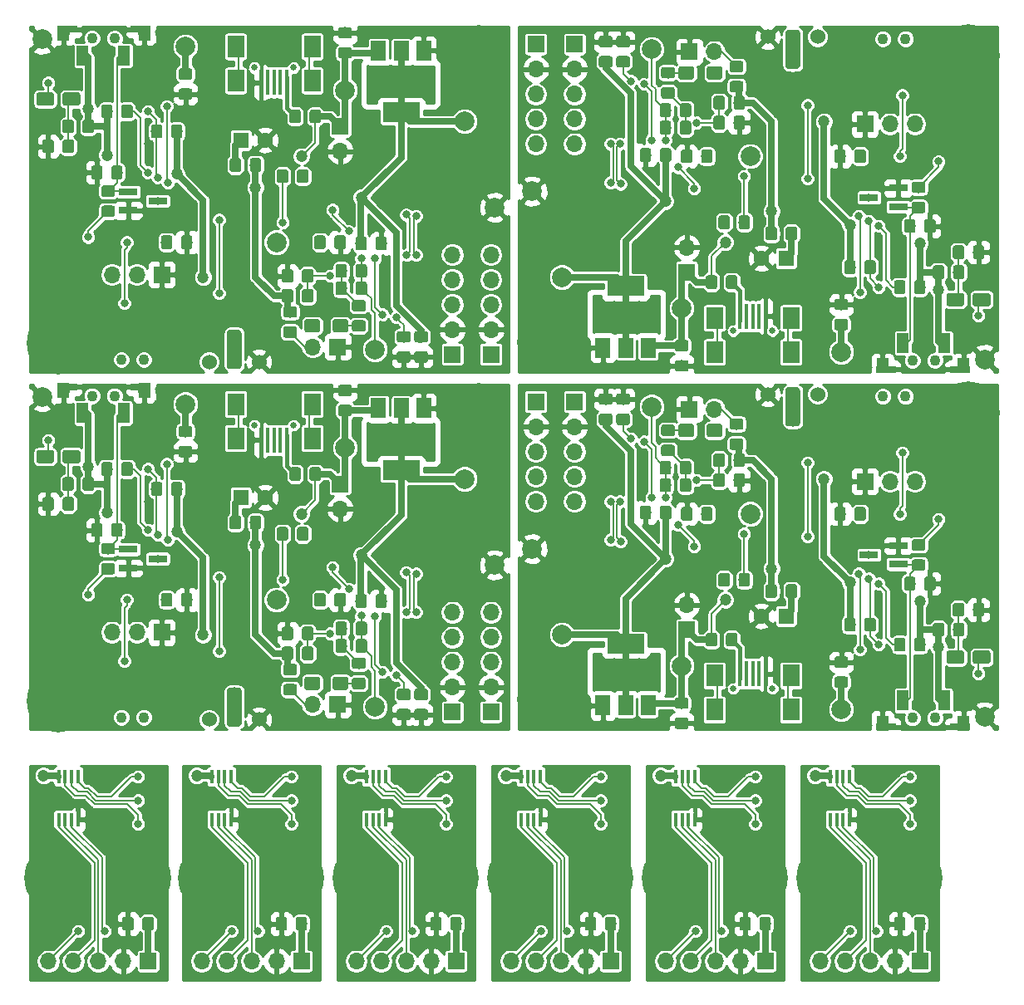
<source format=gtl>
G04 #@! TF.GenerationSoftware,KiCad,Pcbnew,6.0.0-rc1-unknown-r13609-32d262b0*
G04 #@! TF.CreationDate,2018-08-28T00:11:02+02:00*
G04 #@! TF.ProjectId,neOSensorV4_panel,6E654F53656E736F7256345F70616E65,v4*
G04 #@! TF.SameCoordinates,Original*
G04 #@! TF.FileFunction,Copper,L1,Top,Signal*
G04 #@! TF.FilePolarity,Positive*
%FSLAX46Y46*%
G04 Gerber Fmt 4.6, Leading zero omitted, Abs format (unit mm)*
G04 Created by KiCad (PCBNEW 6.0.0-rc1-unknown-r13609-32d262b0) date Tue Aug 28 00:11:02 2018*
%MOMM*%
%LPD*%
G01*
G04 APERTURE LIST*
G04 #@! TA.AperFunction,Conductor*
%ADD10C,0.100000*%
G04 #@! TD*
G04 #@! TA.AperFunction,SMDPad,CuDef*
%ADD11C,1.150000*%
G04 #@! TD*
G04 #@! TA.AperFunction,ComponentPad*
%ADD12R,1.700000X1.700000*%
G04 #@! TD*
G04 #@! TA.AperFunction,ComponentPad*
%ADD13O,1.700000X1.700000*%
G04 #@! TD*
G04 #@! TA.AperFunction,SMDPad,CuDef*
%ADD14R,0.450000X1.450000*%
G04 #@! TD*
G04 #@! TA.AperFunction,ComponentPad*
%ADD15C,6.400000*%
G04 #@! TD*
G04 #@! TA.AperFunction,SMDPad,CuDef*
%ADD16C,1.350000*%
G04 #@! TD*
G04 #@! TA.AperFunction,ComponentPad*
%ADD17C,1.600000*%
G04 #@! TD*
G04 #@! TA.AperFunction,ComponentPad*
%ADD18R,1.600000X1.600000*%
G04 #@! TD*
G04 #@! TA.AperFunction,ComponentPad*
%ADD19C,2.000000*%
G04 #@! TD*
G04 #@! TA.AperFunction,SMDPad,CuDef*
%ADD20R,1.900000X0.800000*%
G04 #@! TD*
G04 #@! TA.AperFunction,SMDPad,CuDef*
%ADD21R,3.800000X2.000000*%
G04 #@! TD*
G04 #@! TA.AperFunction,SMDPad,CuDef*
%ADD22R,1.500000X2.000000*%
G04 #@! TD*
G04 #@! TA.AperFunction,WasherPad*
%ADD23C,1.100000*%
G04 #@! TD*
G04 #@! TA.AperFunction,SMDPad,CuDef*
%ADD24R,1.200000X2.000000*%
G04 #@! TD*
G04 #@! TA.AperFunction,SMDPad,CuDef*
%ADD25R,1.270000X1.524000*%
G04 #@! TD*
G04 #@! TA.AperFunction,SMDPad,CuDef*
%ADD26R,2.000000X0.800000*%
G04 #@! TD*
G04 #@! TA.AperFunction,SMDPad,CuDef*
%ADD27R,0.400000X2.650000*%
G04 #@! TD*
G04 #@! TA.AperFunction,ComponentPad*
%ADD28R,1.700000X2.200000*%
G04 #@! TD*
G04 #@! TA.AperFunction,WasherPad*
%ADD29C,0.650000*%
G04 #@! TD*
G04 #@! TA.AperFunction,ComponentPad*
%ADD30C,1.524000*%
G04 #@! TD*
G04 #@! TA.AperFunction,ConnectorPad*
%ADD31C,1.524000*%
G04 #@! TD*
G04 #@! TA.AperFunction,ViaPad*
%ADD32C,0.800000*%
G04 #@! TD*
G04 #@! TA.AperFunction,ViaPad*
%ADD33C,1.200000*%
G04 #@! TD*
G04 #@! TA.AperFunction,Conductor*
%ADD34C,0.400000*%
G04 #@! TD*
G04 #@! TA.AperFunction,Conductor*
%ADD35C,0.203200*%
G04 #@! TD*
G04 #@! TA.AperFunction,Conductor*
%ADD36C,0.660400*%
G04 #@! TD*
G04 #@! TA.AperFunction,Conductor*
%ADD37C,0.508000*%
G04 #@! TD*
G04 #@! TA.AperFunction,Conductor*
%ADD38C,0.254000*%
G04 #@! TD*
G04 APERTURE END LIST*
D10*
G04 #@! TO.N,GND*
G04 #@! TO.C,C2*
G36*
X149048504Y-124904204D02*
X149072772Y-124907804D01*
X149096571Y-124913765D01*
X149119670Y-124922030D01*
X149141849Y-124932520D01*
X149162892Y-124945132D01*
X149182598Y-124959747D01*
X149200776Y-124976223D01*
X149217252Y-124994401D01*
X149231867Y-125014107D01*
X149244479Y-125035150D01*
X149254969Y-125057329D01*
X149263234Y-125080428D01*
X149269195Y-125104227D01*
X149272795Y-125128495D01*
X149273999Y-125152999D01*
X149273999Y-126053001D01*
X149272795Y-126077505D01*
X149269195Y-126101773D01*
X149263234Y-126125572D01*
X149254969Y-126148671D01*
X149244479Y-126170850D01*
X149231867Y-126191893D01*
X149217252Y-126211599D01*
X149200776Y-126229777D01*
X149182598Y-126246253D01*
X149162892Y-126260868D01*
X149141849Y-126273480D01*
X149119670Y-126283970D01*
X149096571Y-126292235D01*
X149072772Y-126298196D01*
X149048504Y-126301796D01*
X149024000Y-126303000D01*
X148373998Y-126303000D01*
X148349494Y-126301796D01*
X148325226Y-126298196D01*
X148301427Y-126292235D01*
X148278328Y-126283970D01*
X148256149Y-126273480D01*
X148235106Y-126260868D01*
X148215400Y-126246253D01*
X148197222Y-126229777D01*
X148180746Y-126211599D01*
X148166131Y-126191893D01*
X148153519Y-126170850D01*
X148143029Y-126148671D01*
X148134764Y-126125572D01*
X148128803Y-126101773D01*
X148125203Y-126077505D01*
X148123999Y-126053001D01*
X148123999Y-125152999D01*
X148125203Y-125128495D01*
X148128803Y-125104227D01*
X148134764Y-125080428D01*
X148143029Y-125057329D01*
X148153519Y-125035150D01*
X148166131Y-125014107D01*
X148180746Y-124994401D01*
X148197222Y-124976223D01*
X148215400Y-124959747D01*
X148235106Y-124945132D01*
X148256149Y-124932520D01*
X148278328Y-124922030D01*
X148301427Y-124913765D01*
X148325226Y-124907804D01*
X148349494Y-124904204D01*
X148373998Y-124903000D01*
X149024000Y-124903000D01*
X149048504Y-124904204D01*
X149048504Y-124904204D01*
G37*
D11*
G04 #@! TD*
G04 #@! TO.P,C2,1*
G04 #@! TO.N,GND*
X148698999Y-125603000D03*
D10*
G04 #@! TO.N,+3V3*
G04 #@! TO.C,C2*
G36*
X151098504Y-124904204D02*
X151122772Y-124907804D01*
X151146571Y-124913765D01*
X151169670Y-124922030D01*
X151191849Y-124932520D01*
X151212892Y-124945132D01*
X151232598Y-124959747D01*
X151250776Y-124976223D01*
X151267252Y-124994401D01*
X151281867Y-125014107D01*
X151294479Y-125035150D01*
X151304969Y-125057329D01*
X151313234Y-125080428D01*
X151319195Y-125104227D01*
X151322795Y-125128495D01*
X151323999Y-125152999D01*
X151323999Y-126053001D01*
X151322795Y-126077505D01*
X151319195Y-126101773D01*
X151313234Y-126125572D01*
X151304969Y-126148671D01*
X151294479Y-126170850D01*
X151281867Y-126191893D01*
X151267252Y-126211599D01*
X151250776Y-126229777D01*
X151232598Y-126246253D01*
X151212892Y-126260868D01*
X151191849Y-126273480D01*
X151169670Y-126283970D01*
X151146571Y-126292235D01*
X151122772Y-126298196D01*
X151098504Y-126301796D01*
X151074000Y-126303000D01*
X150423998Y-126303000D01*
X150399494Y-126301796D01*
X150375226Y-126298196D01*
X150351427Y-126292235D01*
X150328328Y-126283970D01*
X150306149Y-126273480D01*
X150285106Y-126260868D01*
X150265400Y-126246253D01*
X150247222Y-126229777D01*
X150230746Y-126211599D01*
X150216131Y-126191893D01*
X150203519Y-126170850D01*
X150193029Y-126148671D01*
X150184764Y-126125572D01*
X150178803Y-126101773D01*
X150175203Y-126077505D01*
X150173999Y-126053001D01*
X150173999Y-125152999D01*
X150175203Y-125128495D01*
X150178803Y-125104227D01*
X150184764Y-125080428D01*
X150193029Y-125057329D01*
X150203519Y-125035150D01*
X150216131Y-125014107D01*
X150230746Y-124994401D01*
X150247222Y-124976223D01*
X150265400Y-124959747D01*
X150285106Y-124945132D01*
X150306149Y-124932520D01*
X150328328Y-124922030D01*
X150351427Y-124913765D01*
X150375226Y-124907804D01*
X150399494Y-124904204D01*
X150423998Y-124903000D01*
X151074000Y-124903000D01*
X151098504Y-124904204D01*
X151098504Y-124904204D01*
G37*
D11*
G04 #@! TD*
G04 #@! TO.P,C2,2*
G04 #@! TO.N,+3V3*
X150748999Y-125603000D03*
D12*
G04 #@! TO.P,J1,1*
G04 #@! TO.N,+3V3*
X150749000Y-129413000D03*
D13*
G04 #@! TO.P,J1,2*
G04 #@! TO.N,GND*
X148209000Y-129413000D03*
G04 #@! TO.P,J1,3*
G04 #@! TO.N,/SCL*
X145669000Y-129413000D03*
G04 #@! TO.P,J1,4*
G04 #@! TO.N,/SDA*
X143129000Y-129413000D03*
G04 #@! TO.P,J1,5*
G04 #@! TO.N,/INT*
X140589000Y-129413000D03*
G04 #@! TD*
D14*
G04 #@! TO.P,U1,1*
G04 #@! TO.N,/SDA*
X141646000Y-114976000D03*
G04 #@! TO.P,U1,2*
G04 #@! TO.N,/SCL*
X142296000Y-114976000D03*
G04 #@! TO.P,U1,3*
G04 #@! TO.N,/INT*
X142946000Y-114976000D03*
G04 #@! TO.P,U1,4*
G04 #@! TO.N,GND*
X143596000Y-114976000D03*
G04 #@! TO.P,U1,5*
G04 #@! TO.N,/A2*
X143596000Y-110576000D03*
G04 #@! TO.P,U1,6*
G04 #@! TO.N,/A1*
X142946000Y-110576000D03*
G04 #@! TO.P,U1,7*
G04 #@! TO.N,/A0*
X142296000Y-110576000D03*
G04 #@! TO.P,U1,8*
G04 #@! TO.N,+3V3*
X141646000Y-110576000D03*
G04 #@! TD*
D15*
G04 #@! TO.P,MH1,1*
G04 #@! TO.N,GND*
X141351000Y-120904000D03*
G04 #@! TD*
G04 #@! TO.P,MH2,1*
G04 #@! TO.N,GND*
X149860000Y-120904000D03*
G04 #@! TD*
D10*
G04 #@! TO.N,+3V3*
G04 #@! TO.C,C2*
G36*
X135350504Y-124904204D02*
X135374772Y-124907804D01*
X135398571Y-124913765D01*
X135421670Y-124922030D01*
X135443849Y-124932520D01*
X135464892Y-124945132D01*
X135484598Y-124959747D01*
X135502776Y-124976223D01*
X135519252Y-124994401D01*
X135533867Y-125014107D01*
X135546479Y-125035150D01*
X135556969Y-125057329D01*
X135565234Y-125080428D01*
X135571195Y-125104227D01*
X135574795Y-125128495D01*
X135575999Y-125152999D01*
X135575999Y-126053001D01*
X135574795Y-126077505D01*
X135571195Y-126101773D01*
X135565234Y-126125572D01*
X135556969Y-126148671D01*
X135546479Y-126170850D01*
X135533867Y-126191893D01*
X135519252Y-126211599D01*
X135502776Y-126229777D01*
X135484598Y-126246253D01*
X135464892Y-126260868D01*
X135443849Y-126273480D01*
X135421670Y-126283970D01*
X135398571Y-126292235D01*
X135374772Y-126298196D01*
X135350504Y-126301796D01*
X135326000Y-126303000D01*
X134675998Y-126303000D01*
X134651494Y-126301796D01*
X134627226Y-126298196D01*
X134603427Y-126292235D01*
X134580328Y-126283970D01*
X134558149Y-126273480D01*
X134537106Y-126260868D01*
X134517400Y-126246253D01*
X134499222Y-126229777D01*
X134482746Y-126211599D01*
X134468131Y-126191893D01*
X134455519Y-126170850D01*
X134445029Y-126148671D01*
X134436764Y-126125572D01*
X134430803Y-126101773D01*
X134427203Y-126077505D01*
X134425999Y-126053001D01*
X134425999Y-125152999D01*
X134427203Y-125128495D01*
X134430803Y-125104227D01*
X134436764Y-125080428D01*
X134445029Y-125057329D01*
X134455519Y-125035150D01*
X134468131Y-125014107D01*
X134482746Y-124994401D01*
X134499222Y-124976223D01*
X134517400Y-124959747D01*
X134537106Y-124945132D01*
X134558149Y-124932520D01*
X134580328Y-124922030D01*
X134603427Y-124913765D01*
X134627226Y-124907804D01*
X134651494Y-124904204D01*
X134675998Y-124903000D01*
X135326000Y-124903000D01*
X135350504Y-124904204D01*
X135350504Y-124904204D01*
G37*
D11*
G04 #@! TD*
G04 #@! TO.P,C2,2*
G04 #@! TO.N,+3V3*
X135000999Y-125603000D03*
D10*
G04 #@! TO.N,GND*
G04 #@! TO.C,C2*
G36*
X133300504Y-124904204D02*
X133324772Y-124907804D01*
X133348571Y-124913765D01*
X133371670Y-124922030D01*
X133393849Y-124932520D01*
X133414892Y-124945132D01*
X133434598Y-124959747D01*
X133452776Y-124976223D01*
X133469252Y-124994401D01*
X133483867Y-125014107D01*
X133496479Y-125035150D01*
X133506969Y-125057329D01*
X133515234Y-125080428D01*
X133521195Y-125104227D01*
X133524795Y-125128495D01*
X133525999Y-125152999D01*
X133525999Y-126053001D01*
X133524795Y-126077505D01*
X133521195Y-126101773D01*
X133515234Y-126125572D01*
X133506969Y-126148671D01*
X133496479Y-126170850D01*
X133483867Y-126191893D01*
X133469252Y-126211599D01*
X133452776Y-126229777D01*
X133434598Y-126246253D01*
X133414892Y-126260868D01*
X133393849Y-126273480D01*
X133371670Y-126283970D01*
X133348571Y-126292235D01*
X133324772Y-126298196D01*
X133300504Y-126301796D01*
X133276000Y-126303000D01*
X132625998Y-126303000D01*
X132601494Y-126301796D01*
X132577226Y-126298196D01*
X132553427Y-126292235D01*
X132530328Y-126283970D01*
X132508149Y-126273480D01*
X132487106Y-126260868D01*
X132467400Y-126246253D01*
X132449222Y-126229777D01*
X132432746Y-126211599D01*
X132418131Y-126191893D01*
X132405519Y-126170850D01*
X132395029Y-126148671D01*
X132386764Y-126125572D01*
X132380803Y-126101773D01*
X132377203Y-126077505D01*
X132375999Y-126053001D01*
X132375999Y-125152999D01*
X132377203Y-125128495D01*
X132380803Y-125104227D01*
X132386764Y-125080428D01*
X132395029Y-125057329D01*
X132405519Y-125035150D01*
X132418131Y-125014107D01*
X132432746Y-124994401D01*
X132449222Y-124976223D01*
X132467400Y-124959747D01*
X132487106Y-124945132D01*
X132508149Y-124932520D01*
X132530328Y-124922030D01*
X132553427Y-124913765D01*
X132577226Y-124907804D01*
X132601494Y-124904204D01*
X132625998Y-124903000D01*
X133276000Y-124903000D01*
X133300504Y-124904204D01*
X133300504Y-124904204D01*
G37*
D11*
G04 #@! TD*
G04 #@! TO.P,C2,1*
G04 #@! TO.N,GND*
X132950999Y-125603000D03*
D15*
G04 #@! TO.P,MH2,1*
G04 #@! TO.N,GND*
X134112000Y-120904000D03*
G04 #@! TD*
G04 #@! TO.P,MH1,1*
G04 #@! TO.N,GND*
X125603000Y-120904000D03*
G04 #@! TD*
D14*
G04 #@! TO.P,U1,8*
G04 #@! TO.N,+3V3*
X125898000Y-110576000D03*
G04 #@! TO.P,U1,7*
G04 #@! TO.N,/A0*
X126548000Y-110576000D03*
G04 #@! TO.P,U1,6*
G04 #@! TO.N,/A1*
X127198000Y-110576000D03*
G04 #@! TO.P,U1,5*
G04 #@! TO.N,/A2*
X127848000Y-110576000D03*
G04 #@! TO.P,U1,4*
G04 #@! TO.N,GND*
X127848000Y-114976000D03*
G04 #@! TO.P,U1,3*
G04 #@! TO.N,/INT*
X127198000Y-114976000D03*
G04 #@! TO.P,U1,2*
G04 #@! TO.N,/SCL*
X126548000Y-114976000D03*
G04 #@! TO.P,U1,1*
G04 #@! TO.N,/SDA*
X125898000Y-114976000D03*
G04 #@! TD*
D13*
G04 #@! TO.P,J1,5*
G04 #@! TO.N,/INT*
X124841000Y-129413000D03*
G04 #@! TO.P,J1,4*
G04 #@! TO.N,/SDA*
X127381000Y-129413000D03*
G04 #@! TO.P,J1,3*
G04 #@! TO.N,/SCL*
X129921000Y-129413000D03*
G04 #@! TO.P,J1,2*
G04 #@! TO.N,GND*
X132461000Y-129413000D03*
D12*
G04 #@! TO.P,J1,1*
G04 #@! TO.N,+3V3*
X135001000Y-129413000D03*
G04 #@! TD*
D10*
G04 #@! TO.N,GND*
G04 #@! TO.C,C2*
G36*
X117552504Y-124904204D02*
X117576772Y-124907804D01*
X117600571Y-124913765D01*
X117623670Y-124922030D01*
X117645849Y-124932520D01*
X117666892Y-124945132D01*
X117686598Y-124959747D01*
X117704776Y-124976223D01*
X117721252Y-124994401D01*
X117735867Y-125014107D01*
X117748479Y-125035150D01*
X117758969Y-125057329D01*
X117767234Y-125080428D01*
X117773195Y-125104227D01*
X117776795Y-125128495D01*
X117777999Y-125152999D01*
X117777999Y-126053001D01*
X117776795Y-126077505D01*
X117773195Y-126101773D01*
X117767234Y-126125572D01*
X117758969Y-126148671D01*
X117748479Y-126170850D01*
X117735867Y-126191893D01*
X117721252Y-126211599D01*
X117704776Y-126229777D01*
X117686598Y-126246253D01*
X117666892Y-126260868D01*
X117645849Y-126273480D01*
X117623670Y-126283970D01*
X117600571Y-126292235D01*
X117576772Y-126298196D01*
X117552504Y-126301796D01*
X117528000Y-126303000D01*
X116877998Y-126303000D01*
X116853494Y-126301796D01*
X116829226Y-126298196D01*
X116805427Y-126292235D01*
X116782328Y-126283970D01*
X116760149Y-126273480D01*
X116739106Y-126260868D01*
X116719400Y-126246253D01*
X116701222Y-126229777D01*
X116684746Y-126211599D01*
X116670131Y-126191893D01*
X116657519Y-126170850D01*
X116647029Y-126148671D01*
X116638764Y-126125572D01*
X116632803Y-126101773D01*
X116629203Y-126077505D01*
X116627999Y-126053001D01*
X116627999Y-125152999D01*
X116629203Y-125128495D01*
X116632803Y-125104227D01*
X116638764Y-125080428D01*
X116647029Y-125057329D01*
X116657519Y-125035150D01*
X116670131Y-125014107D01*
X116684746Y-124994401D01*
X116701222Y-124976223D01*
X116719400Y-124959747D01*
X116739106Y-124945132D01*
X116760149Y-124932520D01*
X116782328Y-124922030D01*
X116805427Y-124913765D01*
X116829226Y-124907804D01*
X116853494Y-124904204D01*
X116877998Y-124903000D01*
X117528000Y-124903000D01*
X117552504Y-124904204D01*
X117552504Y-124904204D01*
G37*
D11*
G04 #@! TD*
G04 #@! TO.P,C2,1*
G04 #@! TO.N,GND*
X117202999Y-125603000D03*
D10*
G04 #@! TO.N,+3V3*
G04 #@! TO.C,C2*
G36*
X119602504Y-124904204D02*
X119626772Y-124907804D01*
X119650571Y-124913765D01*
X119673670Y-124922030D01*
X119695849Y-124932520D01*
X119716892Y-124945132D01*
X119736598Y-124959747D01*
X119754776Y-124976223D01*
X119771252Y-124994401D01*
X119785867Y-125014107D01*
X119798479Y-125035150D01*
X119808969Y-125057329D01*
X119817234Y-125080428D01*
X119823195Y-125104227D01*
X119826795Y-125128495D01*
X119827999Y-125152999D01*
X119827999Y-126053001D01*
X119826795Y-126077505D01*
X119823195Y-126101773D01*
X119817234Y-126125572D01*
X119808969Y-126148671D01*
X119798479Y-126170850D01*
X119785867Y-126191893D01*
X119771252Y-126211599D01*
X119754776Y-126229777D01*
X119736598Y-126246253D01*
X119716892Y-126260868D01*
X119695849Y-126273480D01*
X119673670Y-126283970D01*
X119650571Y-126292235D01*
X119626772Y-126298196D01*
X119602504Y-126301796D01*
X119578000Y-126303000D01*
X118927998Y-126303000D01*
X118903494Y-126301796D01*
X118879226Y-126298196D01*
X118855427Y-126292235D01*
X118832328Y-126283970D01*
X118810149Y-126273480D01*
X118789106Y-126260868D01*
X118769400Y-126246253D01*
X118751222Y-126229777D01*
X118734746Y-126211599D01*
X118720131Y-126191893D01*
X118707519Y-126170850D01*
X118697029Y-126148671D01*
X118688764Y-126125572D01*
X118682803Y-126101773D01*
X118679203Y-126077505D01*
X118677999Y-126053001D01*
X118677999Y-125152999D01*
X118679203Y-125128495D01*
X118682803Y-125104227D01*
X118688764Y-125080428D01*
X118697029Y-125057329D01*
X118707519Y-125035150D01*
X118720131Y-125014107D01*
X118734746Y-124994401D01*
X118751222Y-124976223D01*
X118769400Y-124959747D01*
X118789106Y-124945132D01*
X118810149Y-124932520D01*
X118832328Y-124922030D01*
X118855427Y-124913765D01*
X118879226Y-124907804D01*
X118903494Y-124904204D01*
X118927998Y-124903000D01*
X119578000Y-124903000D01*
X119602504Y-124904204D01*
X119602504Y-124904204D01*
G37*
D11*
G04 #@! TD*
G04 #@! TO.P,C2,2*
G04 #@! TO.N,+3V3*
X119252999Y-125603000D03*
D14*
G04 #@! TO.P,U1,1*
G04 #@! TO.N,/SDA*
X110150000Y-114976000D03*
G04 #@! TO.P,U1,2*
G04 #@! TO.N,/SCL*
X110800000Y-114976000D03*
G04 #@! TO.P,U1,3*
G04 #@! TO.N,/INT*
X111450000Y-114976000D03*
G04 #@! TO.P,U1,4*
G04 #@! TO.N,GND*
X112100000Y-114976000D03*
G04 #@! TO.P,U1,5*
G04 #@! TO.N,/A2*
X112100000Y-110576000D03*
G04 #@! TO.P,U1,6*
G04 #@! TO.N,/A1*
X111450000Y-110576000D03*
G04 #@! TO.P,U1,7*
G04 #@! TO.N,/A0*
X110800000Y-110576000D03*
G04 #@! TO.P,U1,8*
G04 #@! TO.N,+3V3*
X110150000Y-110576000D03*
G04 #@! TD*
D12*
G04 #@! TO.P,J1,1*
G04 #@! TO.N,+3V3*
X119253000Y-129413000D03*
D13*
G04 #@! TO.P,J1,2*
G04 #@! TO.N,GND*
X116713000Y-129413000D03*
G04 #@! TO.P,J1,3*
G04 #@! TO.N,/SCL*
X114173000Y-129413000D03*
G04 #@! TO.P,J1,4*
G04 #@! TO.N,/SDA*
X111633000Y-129413000D03*
G04 #@! TO.P,J1,5*
G04 #@! TO.N,/INT*
X109093000Y-129413000D03*
G04 #@! TD*
D15*
G04 #@! TO.P,MH2,1*
G04 #@! TO.N,GND*
X118364000Y-120904000D03*
G04 #@! TD*
G04 #@! TO.P,MH1,1*
G04 #@! TO.N,GND*
X109855000Y-120904000D03*
G04 #@! TD*
D10*
G04 #@! TO.N,+3V3*
G04 #@! TO.C,C2*
G36*
X103854504Y-124904204D02*
X103878772Y-124907804D01*
X103902571Y-124913765D01*
X103925670Y-124922030D01*
X103947849Y-124932520D01*
X103968892Y-124945132D01*
X103988598Y-124959747D01*
X104006776Y-124976223D01*
X104023252Y-124994401D01*
X104037867Y-125014107D01*
X104050479Y-125035150D01*
X104060969Y-125057329D01*
X104069234Y-125080428D01*
X104075195Y-125104227D01*
X104078795Y-125128495D01*
X104079999Y-125152999D01*
X104079999Y-126053001D01*
X104078795Y-126077505D01*
X104075195Y-126101773D01*
X104069234Y-126125572D01*
X104060969Y-126148671D01*
X104050479Y-126170850D01*
X104037867Y-126191893D01*
X104023252Y-126211599D01*
X104006776Y-126229777D01*
X103988598Y-126246253D01*
X103968892Y-126260868D01*
X103947849Y-126273480D01*
X103925670Y-126283970D01*
X103902571Y-126292235D01*
X103878772Y-126298196D01*
X103854504Y-126301796D01*
X103830000Y-126303000D01*
X103179998Y-126303000D01*
X103155494Y-126301796D01*
X103131226Y-126298196D01*
X103107427Y-126292235D01*
X103084328Y-126283970D01*
X103062149Y-126273480D01*
X103041106Y-126260868D01*
X103021400Y-126246253D01*
X103003222Y-126229777D01*
X102986746Y-126211599D01*
X102972131Y-126191893D01*
X102959519Y-126170850D01*
X102949029Y-126148671D01*
X102940764Y-126125572D01*
X102934803Y-126101773D01*
X102931203Y-126077505D01*
X102929999Y-126053001D01*
X102929999Y-125152999D01*
X102931203Y-125128495D01*
X102934803Y-125104227D01*
X102940764Y-125080428D01*
X102949029Y-125057329D01*
X102959519Y-125035150D01*
X102972131Y-125014107D01*
X102986746Y-124994401D01*
X103003222Y-124976223D01*
X103021400Y-124959747D01*
X103041106Y-124945132D01*
X103062149Y-124932520D01*
X103084328Y-124922030D01*
X103107427Y-124913765D01*
X103131226Y-124907804D01*
X103155494Y-124904204D01*
X103179998Y-124903000D01*
X103830000Y-124903000D01*
X103854504Y-124904204D01*
X103854504Y-124904204D01*
G37*
D11*
G04 #@! TD*
G04 #@! TO.P,C2,2*
G04 #@! TO.N,+3V3*
X103504999Y-125603000D03*
D10*
G04 #@! TO.N,GND*
G04 #@! TO.C,C2*
G36*
X101804504Y-124904204D02*
X101828772Y-124907804D01*
X101852571Y-124913765D01*
X101875670Y-124922030D01*
X101897849Y-124932520D01*
X101918892Y-124945132D01*
X101938598Y-124959747D01*
X101956776Y-124976223D01*
X101973252Y-124994401D01*
X101987867Y-125014107D01*
X102000479Y-125035150D01*
X102010969Y-125057329D01*
X102019234Y-125080428D01*
X102025195Y-125104227D01*
X102028795Y-125128495D01*
X102029999Y-125152999D01*
X102029999Y-126053001D01*
X102028795Y-126077505D01*
X102025195Y-126101773D01*
X102019234Y-126125572D01*
X102010969Y-126148671D01*
X102000479Y-126170850D01*
X101987867Y-126191893D01*
X101973252Y-126211599D01*
X101956776Y-126229777D01*
X101938598Y-126246253D01*
X101918892Y-126260868D01*
X101897849Y-126273480D01*
X101875670Y-126283970D01*
X101852571Y-126292235D01*
X101828772Y-126298196D01*
X101804504Y-126301796D01*
X101780000Y-126303000D01*
X101129998Y-126303000D01*
X101105494Y-126301796D01*
X101081226Y-126298196D01*
X101057427Y-126292235D01*
X101034328Y-126283970D01*
X101012149Y-126273480D01*
X100991106Y-126260868D01*
X100971400Y-126246253D01*
X100953222Y-126229777D01*
X100936746Y-126211599D01*
X100922131Y-126191893D01*
X100909519Y-126170850D01*
X100899029Y-126148671D01*
X100890764Y-126125572D01*
X100884803Y-126101773D01*
X100881203Y-126077505D01*
X100879999Y-126053001D01*
X100879999Y-125152999D01*
X100881203Y-125128495D01*
X100884803Y-125104227D01*
X100890764Y-125080428D01*
X100899029Y-125057329D01*
X100909519Y-125035150D01*
X100922131Y-125014107D01*
X100936746Y-124994401D01*
X100953222Y-124976223D01*
X100971400Y-124959747D01*
X100991106Y-124945132D01*
X101012149Y-124932520D01*
X101034328Y-124922030D01*
X101057427Y-124913765D01*
X101081226Y-124907804D01*
X101105494Y-124904204D01*
X101129998Y-124903000D01*
X101780000Y-124903000D01*
X101804504Y-124904204D01*
X101804504Y-124904204D01*
G37*
D11*
G04 #@! TD*
G04 #@! TO.P,C2,1*
G04 #@! TO.N,GND*
X101454999Y-125603000D03*
D14*
G04 #@! TO.P,U1,8*
G04 #@! TO.N,+3V3*
X94402000Y-110576000D03*
G04 #@! TO.P,U1,7*
G04 #@! TO.N,/A0*
X95052000Y-110576000D03*
G04 #@! TO.P,U1,6*
G04 #@! TO.N,/A1*
X95702000Y-110576000D03*
G04 #@! TO.P,U1,5*
G04 #@! TO.N,/A2*
X96352000Y-110576000D03*
G04 #@! TO.P,U1,4*
G04 #@! TO.N,GND*
X96352000Y-114976000D03*
G04 #@! TO.P,U1,3*
G04 #@! TO.N,/INT*
X95702000Y-114976000D03*
G04 #@! TO.P,U1,2*
G04 #@! TO.N,/SCL*
X95052000Y-114976000D03*
G04 #@! TO.P,U1,1*
G04 #@! TO.N,/SDA*
X94402000Y-114976000D03*
G04 #@! TD*
D15*
G04 #@! TO.P,MH2,1*
G04 #@! TO.N,GND*
X102616000Y-120904000D03*
G04 #@! TD*
D13*
G04 #@! TO.P,J1,5*
G04 #@! TO.N,/INT*
X93345000Y-129413000D03*
G04 #@! TO.P,J1,4*
G04 #@! TO.N,/SDA*
X95885000Y-129413000D03*
G04 #@! TO.P,J1,3*
G04 #@! TO.N,/SCL*
X98425000Y-129413000D03*
G04 #@! TO.P,J1,2*
G04 #@! TO.N,GND*
X100965000Y-129413000D03*
D12*
G04 #@! TO.P,J1,1*
G04 #@! TO.N,+3V3*
X103505000Y-129413000D03*
G04 #@! TD*
D15*
G04 #@! TO.P,MH1,1*
G04 #@! TO.N,GND*
X94107000Y-120904000D03*
G04 #@! TD*
G04 #@! TO.P,MH1,1*
G04 #@! TO.N,GND*
X78359000Y-120904000D03*
G04 #@! TD*
D10*
G04 #@! TO.N,GND*
G04 #@! TO.C,C2*
G36*
X86056504Y-124904204D02*
X86080772Y-124907804D01*
X86104571Y-124913765D01*
X86127670Y-124922030D01*
X86149849Y-124932520D01*
X86170892Y-124945132D01*
X86190598Y-124959747D01*
X86208776Y-124976223D01*
X86225252Y-124994401D01*
X86239867Y-125014107D01*
X86252479Y-125035150D01*
X86262969Y-125057329D01*
X86271234Y-125080428D01*
X86277195Y-125104227D01*
X86280795Y-125128495D01*
X86281999Y-125152999D01*
X86281999Y-126053001D01*
X86280795Y-126077505D01*
X86277195Y-126101773D01*
X86271234Y-126125572D01*
X86262969Y-126148671D01*
X86252479Y-126170850D01*
X86239867Y-126191893D01*
X86225252Y-126211599D01*
X86208776Y-126229777D01*
X86190598Y-126246253D01*
X86170892Y-126260868D01*
X86149849Y-126273480D01*
X86127670Y-126283970D01*
X86104571Y-126292235D01*
X86080772Y-126298196D01*
X86056504Y-126301796D01*
X86032000Y-126303000D01*
X85381998Y-126303000D01*
X85357494Y-126301796D01*
X85333226Y-126298196D01*
X85309427Y-126292235D01*
X85286328Y-126283970D01*
X85264149Y-126273480D01*
X85243106Y-126260868D01*
X85223400Y-126246253D01*
X85205222Y-126229777D01*
X85188746Y-126211599D01*
X85174131Y-126191893D01*
X85161519Y-126170850D01*
X85151029Y-126148671D01*
X85142764Y-126125572D01*
X85136803Y-126101773D01*
X85133203Y-126077505D01*
X85131999Y-126053001D01*
X85131999Y-125152999D01*
X85133203Y-125128495D01*
X85136803Y-125104227D01*
X85142764Y-125080428D01*
X85151029Y-125057329D01*
X85161519Y-125035150D01*
X85174131Y-125014107D01*
X85188746Y-124994401D01*
X85205222Y-124976223D01*
X85223400Y-124959747D01*
X85243106Y-124945132D01*
X85264149Y-124932520D01*
X85286328Y-124922030D01*
X85309427Y-124913765D01*
X85333226Y-124907804D01*
X85357494Y-124904204D01*
X85381998Y-124903000D01*
X86032000Y-124903000D01*
X86056504Y-124904204D01*
X86056504Y-124904204D01*
G37*
D11*
G04 #@! TD*
G04 #@! TO.P,C2,1*
G04 #@! TO.N,GND*
X85706999Y-125603000D03*
D10*
G04 #@! TO.N,+3V3*
G04 #@! TO.C,C2*
G36*
X88106504Y-124904204D02*
X88130772Y-124907804D01*
X88154571Y-124913765D01*
X88177670Y-124922030D01*
X88199849Y-124932520D01*
X88220892Y-124945132D01*
X88240598Y-124959747D01*
X88258776Y-124976223D01*
X88275252Y-124994401D01*
X88289867Y-125014107D01*
X88302479Y-125035150D01*
X88312969Y-125057329D01*
X88321234Y-125080428D01*
X88327195Y-125104227D01*
X88330795Y-125128495D01*
X88331999Y-125152999D01*
X88331999Y-126053001D01*
X88330795Y-126077505D01*
X88327195Y-126101773D01*
X88321234Y-126125572D01*
X88312969Y-126148671D01*
X88302479Y-126170850D01*
X88289867Y-126191893D01*
X88275252Y-126211599D01*
X88258776Y-126229777D01*
X88240598Y-126246253D01*
X88220892Y-126260868D01*
X88199849Y-126273480D01*
X88177670Y-126283970D01*
X88154571Y-126292235D01*
X88130772Y-126298196D01*
X88106504Y-126301796D01*
X88082000Y-126303000D01*
X87431998Y-126303000D01*
X87407494Y-126301796D01*
X87383226Y-126298196D01*
X87359427Y-126292235D01*
X87336328Y-126283970D01*
X87314149Y-126273480D01*
X87293106Y-126260868D01*
X87273400Y-126246253D01*
X87255222Y-126229777D01*
X87238746Y-126211599D01*
X87224131Y-126191893D01*
X87211519Y-126170850D01*
X87201029Y-126148671D01*
X87192764Y-126125572D01*
X87186803Y-126101773D01*
X87183203Y-126077505D01*
X87181999Y-126053001D01*
X87181999Y-125152999D01*
X87183203Y-125128495D01*
X87186803Y-125104227D01*
X87192764Y-125080428D01*
X87201029Y-125057329D01*
X87211519Y-125035150D01*
X87224131Y-125014107D01*
X87238746Y-124994401D01*
X87255222Y-124976223D01*
X87273400Y-124959747D01*
X87293106Y-124945132D01*
X87314149Y-124932520D01*
X87336328Y-124922030D01*
X87359427Y-124913765D01*
X87383226Y-124907804D01*
X87407494Y-124904204D01*
X87431998Y-124903000D01*
X88082000Y-124903000D01*
X88106504Y-124904204D01*
X88106504Y-124904204D01*
G37*
D11*
G04 #@! TD*
G04 #@! TO.P,C2,2*
G04 #@! TO.N,+3V3*
X87756999Y-125603000D03*
D14*
G04 #@! TO.P,U1,1*
G04 #@! TO.N,/SDA*
X78654000Y-114976000D03*
G04 #@! TO.P,U1,2*
G04 #@! TO.N,/SCL*
X79304000Y-114976000D03*
G04 #@! TO.P,U1,3*
G04 #@! TO.N,/INT*
X79954000Y-114976000D03*
G04 #@! TO.P,U1,4*
G04 #@! TO.N,GND*
X80604000Y-114976000D03*
G04 #@! TO.P,U1,5*
G04 #@! TO.N,/A2*
X80604000Y-110576000D03*
G04 #@! TO.P,U1,6*
G04 #@! TO.N,/A1*
X79954000Y-110576000D03*
G04 #@! TO.P,U1,7*
G04 #@! TO.N,/A0*
X79304000Y-110576000D03*
G04 #@! TO.P,U1,8*
G04 #@! TO.N,+3V3*
X78654000Y-110576000D03*
G04 #@! TD*
D12*
G04 #@! TO.P,J1,1*
G04 #@! TO.N,+3V3*
X87757000Y-129413000D03*
D13*
G04 #@! TO.P,J1,2*
G04 #@! TO.N,GND*
X85217000Y-129413000D03*
G04 #@! TO.P,J1,3*
G04 #@! TO.N,/SCL*
X82677000Y-129413000D03*
G04 #@! TO.P,J1,4*
G04 #@! TO.N,/SDA*
X80137000Y-129413000D03*
G04 #@! TO.P,J1,5*
G04 #@! TO.N,/INT*
X77597000Y-129413000D03*
G04 #@! TD*
D15*
G04 #@! TO.P,MH2,1*
G04 #@! TO.N,GND*
X86868000Y-120904000D03*
G04 #@! TD*
D10*
G04 #@! TO.N,/RST*
G04 #@! TO.C,C12*
G36*
X62329230Y-77304203D02*
X62353474Y-77307799D01*
X62377249Y-77313754D01*
X62400325Y-77322011D01*
X62422481Y-77332490D01*
X62443504Y-77345090D01*
X62463190Y-77359691D01*
X62481350Y-77376150D01*
X62497809Y-77394310D01*
X62512410Y-77413996D01*
X62525010Y-77435019D01*
X62535489Y-77457175D01*
X62543746Y-77480251D01*
X62549701Y-77504026D01*
X62553297Y-77528270D01*
X62554500Y-77552750D01*
X62554500Y-78403250D01*
X62553297Y-78427730D01*
X62549701Y-78451974D01*
X62543746Y-78475749D01*
X62535489Y-78498825D01*
X62525010Y-78520981D01*
X62512410Y-78542004D01*
X62497809Y-78561690D01*
X62481350Y-78579850D01*
X62463190Y-78596309D01*
X62443504Y-78610910D01*
X62422481Y-78623510D01*
X62400325Y-78633989D01*
X62377249Y-78642246D01*
X62353474Y-78648201D01*
X62329230Y-78651797D01*
X62304750Y-78653000D01*
X61004250Y-78653000D01*
X60979770Y-78651797D01*
X60955526Y-78648201D01*
X60931751Y-78642246D01*
X60908675Y-78633989D01*
X60886519Y-78623510D01*
X60865496Y-78610910D01*
X60845810Y-78596309D01*
X60827650Y-78579850D01*
X60811191Y-78561690D01*
X60796590Y-78542004D01*
X60783990Y-78520981D01*
X60773511Y-78498825D01*
X60765254Y-78475749D01*
X60759299Y-78451974D01*
X60755703Y-78427730D01*
X60754500Y-78403250D01*
X60754500Y-77552750D01*
X60755703Y-77528270D01*
X60759299Y-77504026D01*
X60765254Y-77480251D01*
X60773511Y-77457175D01*
X60783990Y-77435019D01*
X60796590Y-77413996D01*
X60811191Y-77394310D01*
X60827650Y-77376150D01*
X60845810Y-77359691D01*
X60865496Y-77345090D01*
X60886519Y-77332490D01*
X60908675Y-77322011D01*
X60931751Y-77313754D01*
X60955526Y-77307799D01*
X60979770Y-77304203D01*
X61004250Y-77303000D01*
X62304750Y-77303000D01*
X62329230Y-77304203D01*
X62329230Y-77304203D01*
G37*
D16*
G04 #@! TD*
G04 #@! TO.P,C12,1*
G04 #@! TO.N,/RST*
X61654500Y-77978000D03*
D10*
G04 #@! TO.N,/INT*
G04 #@! TO.C,C12*
G36*
X65004230Y-77304203D02*
X65028474Y-77307799D01*
X65052249Y-77313754D01*
X65075325Y-77322011D01*
X65097481Y-77332490D01*
X65118504Y-77345090D01*
X65138190Y-77359691D01*
X65156350Y-77376150D01*
X65172809Y-77394310D01*
X65187410Y-77413996D01*
X65200010Y-77435019D01*
X65210489Y-77457175D01*
X65218746Y-77480251D01*
X65224701Y-77504026D01*
X65228297Y-77528270D01*
X65229500Y-77552750D01*
X65229500Y-78403250D01*
X65228297Y-78427730D01*
X65224701Y-78451974D01*
X65218746Y-78475749D01*
X65210489Y-78498825D01*
X65200010Y-78520981D01*
X65187410Y-78542004D01*
X65172809Y-78561690D01*
X65156350Y-78579850D01*
X65138190Y-78596309D01*
X65118504Y-78610910D01*
X65097481Y-78623510D01*
X65075325Y-78633989D01*
X65052249Y-78642246D01*
X65028474Y-78648201D01*
X65004230Y-78651797D01*
X64979750Y-78653000D01*
X63679250Y-78653000D01*
X63654770Y-78651797D01*
X63630526Y-78648201D01*
X63606751Y-78642246D01*
X63583675Y-78633989D01*
X63561519Y-78623510D01*
X63540496Y-78610910D01*
X63520810Y-78596309D01*
X63502650Y-78579850D01*
X63486191Y-78561690D01*
X63471590Y-78542004D01*
X63458990Y-78520981D01*
X63448511Y-78498825D01*
X63440254Y-78475749D01*
X63434299Y-78451974D01*
X63430703Y-78427730D01*
X63429500Y-78403250D01*
X63429500Y-77552750D01*
X63430703Y-77528270D01*
X63434299Y-77504026D01*
X63440254Y-77480251D01*
X63448511Y-77457175D01*
X63458990Y-77435019D01*
X63471590Y-77413996D01*
X63486191Y-77394310D01*
X63502650Y-77376150D01*
X63520810Y-77359691D01*
X63540496Y-77345090D01*
X63561519Y-77332490D01*
X63583675Y-77322011D01*
X63606751Y-77313754D01*
X63630526Y-77307799D01*
X63654770Y-77304203D01*
X63679250Y-77303000D01*
X64979750Y-77303000D01*
X65004230Y-77304203D01*
X65004230Y-77304203D01*
G37*
D16*
G04 #@! TD*
G04 #@! TO.P,C12,2*
G04 #@! TO.N,/INT*
X64329500Y-77978000D03*
D10*
G04 #@! TO.N,Net-(C3-Pad2)*
G04 #@! TO.C,R3*
G36*
X125569505Y-74728204D02*
X125593773Y-74731804D01*
X125617572Y-74737765D01*
X125640671Y-74746030D01*
X125662850Y-74756520D01*
X125683893Y-74769132D01*
X125703599Y-74783747D01*
X125721777Y-74800223D01*
X125738253Y-74818401D01*
X125752868Y-74838107D01*
X125765480Y-74859150D01*
X125775970Y-74881329D01*
X125784235Y-74904428D01*
X125790196Y-74928227D01*
X125793796Y-74952495D01*
X125795000Y-74976999D01*
X125795000Y-75627001D01*
X125793796Y-75651505D01*
X125790196Y-75675773D01*
X125784235Y-75699572D01*
X125775970Y-75722671D01*
X125765480Y-75744850D01*
X125752868Y-75765893D01*
X125738253Y-75785599D01*
X125721777Y-75803777D01*
X125703599Y-75820253D01*
X125683893Y-75834868D01*
X125662850Y-75847480D01*
X125640671Y-75857970D01*
X125617572Y-75866235D01*
X125593773Y-75872196D01*
X125569505Y-75875796D01*
X125545001Y-75877000D01*
X124644999Y-75877000D01*
X124620495Y-75875796D01*
X124596227Y-75872196D01*
X124572428Y-75866235D01*
X124549329Y-75857970D01*
X124527150Y-75847480D01*
X124506107Y-75834868D01*
X124486401Y-75820253D01*
X124468223Y-75803777D01*
X124451747Y-75785599D01*
X124437132Y-75765893D01*
X124424520Y-75744850D01*
X124414030Y-75722671D01*
X124405765Y-75699572D01*
X124399804Y-75675773D01*
X124396204Y-75651505D01*
X124395000Y-75627001D01*
X124395000Y-74976999D01*
X124396204Y-74952495D01*
X124399804Y-74928227D01*
X124405765Y-74904428D01*
X124414030Y-74881329D01*
X124424520Y-74859150D01*
X124437132Y-74838107D01*
X124451747Y-74818401D01*
X124468223Y-74800223D01*
X124486401Y-74783747D01*
X124506107Y-74769132D01*
X124527150Y-74756520D01*
X124549329Y-74746030D01*
X124572428Y-74737765D01*
X124596227Y-74731804D01*
X124620495Y-74728204D01*
X124644999Y-74727000D01*
X125545001Y-74727000D01*
X125569505Y-74728204D01*
X125569505Y-74728204D01*
G37*
D11*
G04 #@! TD*
G04 #@! TO.P,R3,2*
G04 #@! TO.N,Net-(C3-Pad2)*
X125095000Y-75302000D03*
D10*
G04 #@! TO.N,Net-(C7-Pad2)*
G04 #@! TO.C,R3*
G36*
X125569505Y-76778204D02*
X125593773Y-76781804D01*
X125617572Y-76787765D01*
X125640671Y-76796030D01*
X125662850Y-76806520D01*
X125683893Y-76819132D01*
X125703599Y-76833747D01*
X125721777Y-76850223D01*
X125738253Y-76868401D01*
X125752868Y-76888107D01*
X125765480Y-76909150D01*
X125775970Y-76931329D01*
X125784235Y-76954428D01*
X125790196Y-76978227D01*
X125793796Y-77002495D01*
X125795000Y-77026999D01*
X125795000Y-77677001D01*
X125793796Y-77701505D01*
X125790196Y-77725773D01*
X125784235Y-77749572D01*
X125775970Y-77772671D01*
X125765480Y-77794850D01*
X125752868Y-77815893D01*
X125738253Y-77835599D01*
X125721777Y-77853777D01*
X125703599Y-77870253D01*
X125683893Y-77884868D01*
X125662850Y-77897480D01*
X125640671Y-77907970D01*
X125617572Y-77916235D01*
X125593773Y-77922196D01*
X125569505Y-77925796D01*
X125545001Y-77927000D01*
X124644999Y-77927000D01*
X124620495Y-77925796D01*
X124596227Y-77922196D01*
X124572428Y-77916235D01*
X124549329Y-77907970D01*
X124527150Y-77897480D01*
X124506107Y-77884868D01*
X124486401Y-77870253D01*
X124468223Y-77853777D01*
X124451747Y-77835599D01*
X124437132Y-77815893D01*
X124424520Y-77794850D01*
X124414030Y-77772671D01*
X124405765Y-77749572D01*
X124399804Y-77725773D01*
X124396204Y-77701505D01*
X124395000Y-77677001D01*
X124395000Y-77026999D01*
X124396204Y-77002495D01*
X124399804Y-76978227D01*
X124405765Y-76954428D01*
X124414030Y-76931329D01*
X124424520Y-76909150D01*
X124437132Y-76888107D01*
X124451747Y-76868401D01*
X124468223Y-76850223D01*
X124486401Y-76833747D01*
X124506107Y-76819132D01*
X124527150Y-76806520D01*
X124549329Y-76796030D01*
X124572428Y-76787765D01*
X124596227Y-76781804D01*
X124620495Y-76778204D01*
X124644999Y-76777000D01*
X125545001Y-76777000D01*
X125569505Y-76778204D01*
X125569505Y-76778204D01*
G37*
D11*
G04 #@! TD*
G04 #@! TO.P,R3,1*
G04 #@! TO.N,Net-(C7-Pad2)*
X125095000Y-77352000D03*
D10*
G04 #@! TO.N,/INT*
G04 #@! TO.C,C12*
G36*
X155039230Y-97751203D02*
X155063474Y-97754799D01*
X155087249Y-97760754D01*
X155110325Y-97769011D01*
X155132481Y-97779490D01*
X155153504Y-97792090D01*
X155173190Y-97806691D01*
X155191350Y-97823150D01*
X155207809Y-97841310D01*
X155222410Y-97860996D01*
X155235010Y-97882019D01*
X155245489Y-97904175D01*
X155253746Y-97927251D01*
X155259701Y-97951026D01*
X155263297Y-97975270D01*
X155264500Y-97999750D01*
X155264500Y-98850250D01*
X155263297Y-98874730D01*
X155259701Y-98898974D01*
X155253746Y-98922749D01*
X155245489Y-98945825D01*
X155235010Y-98967981D01*
X155222410Y-98989004D01*
X155207809Y-99008690D01*
X155191350Y-99026850D01*
X155173190Y-99043309D01*
X155153504Y-99057910D01*
X155132481Y-99070510D01*
X155110325Y-99080989D01*
X155087249Y-99089246D01*
X155063474Y-99095201D01*
X155039230Y-99098797D01*
X155014750Y-99100000D01*
X153714250Y-99100000D01*
X153689770Y-99098797D01*
X153665526Y-99095201D01*
X153641751Y-99089246D01*
X153618675Y-99080989D01*
X153596519Y-99070510D01*
X153575496Y-99057910D01*
X153555810Y-99043309D01*
X153537650Y-99026850D01*
X153521191Y-99008690D01*
X153506590Y-98989004D01*
X153493990Y-98967981D01*
X153483511Y-98945825D01*
X153475254Y-98922749D01*
X153469299Y-98898974D01*
X153465703Y-98874730D01*
X153464500Y-98850250D01*
X153464500Y-97999750D01*
X153465703Y-97975270D01*
X153469299Y-97951026D01*
X153475254Y-97927251D01*
X153483511Y-97904175D01*
X153493990Y-97882019D01*
X153506590Y-97860996D01*
X153521191Y-97841310D01*
X153537650Y-97823150D01*
X153555810Y-97806691D01*
X153575496Y-97792090D01*
X153596519Y-97779490D01*
X153618675Y-97769011D01*
X153641751Y-97760754D01*
X153665526Y-97754799D01*
X153689770Y-97751203D01*
X153714250Y-97750000D01*
X155014750Y-97750000D01*
X155039230Y-97751203D01*
X155039230Y-97751203D01*
G37*
D16*
G04 #@! TD*
G04 #@! TO.P,C12,2*
G04 #@! TO.N,/INT*
X154364500Y-98425000D03*
D10*
G04 #@! TO.N,/RST*
G04 #@! TO.C,C12*
G36*
X157714230Y-97751203D02*
X157738474Y-97754799D01*
X157762249Y-97760754D01*
X157785325Y-97769011D01*
X157807481Y-97779490D01*
X157828504Y-97792090D01*
X157848190Y-97806691D01*
X157866350Y-97823150D01*
X157882809Y-97841310D01*
X157897410Y-97860996D01*
X157910010Y-97882019D01*
X157920489Y-97904175D01*
X157928746Y-97927251D01*
X157934701Y-97951026D01*
X157938297Y-97975270D01*
X157939500Y-97999750D01*
X157939500Y-98850250D01*
X157938297Y-98874730D01*
X157934701Y-98898974D01*
X157928746Y-98922749D01*
X157920489Y-98945825D01*
X157910010Y-98967981D01*
X157897410Y-98989004D01*
X157882809Y-99008690D01*
X157866350Y-99026850D01*
X157848190Y-99043309D01*
X157828504Y-99057910D01*
X157807481Y-99070510D01*
X157785325Y-99080989D01*
X157762249Y-99089246D01*
X157738474Y-99095201D01*
X157714230Y-99098797D01*
X157689750Y-99100000D01*
X156389250Y-99100000D01*
X156364770Y-99098797D01*
X156340526Y-99095201D01*
X156316751Y-99089246D01*
X156293675Y-99080989D01*
X156271519Y-99070510D01*
X156250496Y-99057910D01*
X156230810Y-99043309D01*
X156212650Y-99026850D01*
X156196191Y-99008690D01*
X156181590Y-98989004D01*
X156168990Y-98967981D01*
X156158511Y-98945825D01*
X156150254Y-98922749D01*
X156144299Y-98898974D01*
X156140703Y-98874730D01*
X156139500Y-98850250D01*
X156139500Y-97999750D01*
X156140703Y-97975270D01*
X156144299Y-97951026D01*
X156150254Y-97927251D01*
X156158511Y-97904175D01*
X156168990Y-97882019D01*
X156181590Y-97860996D01*
X156196191Y-97841310D01*
X156212650Y-97823150D01*
X156230810Y-97806691D01*
X156250496Y-97792090D01*
X156271519Y-97779490D01*
X156293675Y-97769011D01*
X156316751Y-97760754D01*
X156340526Y-97754799D01*
X156364770Y-97751203D01*
X156389250Y-97750000D01*
X157689750Y-97750000D01*
X157714230Y-97751203D01*
X157714230Y-97751203D01*
G37*
D16*
G04 #@! TD*
G04 #@! TO.P,C12,1*
G04 #@! TO.N,/RST*
X157039500Y-98425000D03*
D10*
G04 #@! TO.N,Net-(Q1-Pad1)*
G04 #@! TO.C,R9*
G36*
X150082505Y-90233204D02*
X150106773Y-90236804D01*
X150130572Y-90242765D01*
X150153671Y-90251030D01*
X150175850Y-90261520D01*
X150196893Y-90274132D01*
X150216599Y-90288747D01*
X150234777Y-90305223D01*
X150251253Y-90323401D01*
X150265868Y-90343107D01*
X150278480Y-90364150D01*
X150288970Y-90386329D01*
X150297235Y-90409428D01*
X150303196Y-90433227D01*
X150306796Y-90457495D01*
X150308000Y-90481999D01*
X150308000Y-91382001D01*
X150306796Y-91406505D01*
X150303196Y-91430773D01*
X150297235Y-91454572D01*
X150288970Y-91477671D01*
X150278480Y-91499850D01*
X150265868Y-91520893D01*
X150251253Y-91540599D01*
X150234777Y-91558777D01*
X150216599Y-91575253D01*
X150196893Y-91589868D01*
X150175850Y-91602480D01*
X150153671Y-91612970D01*
X150130572Y-91621235D01*
X150106773Y-91627196D01*
X150082505Y-91630796D01*
X150058001Y-91632000D01*
X149407999Y-91632000D01*
X149383495Y-91630796D01*
X149359227Y-91627196D01*
X149335428Y-91621235D01*
X149312329Y-91612970D01*
X149290150Y-91602480D01*
X149269107Y-91589868D01*
X149249401Y-91575253D01*
X149231223Y-91558777D01*
X149214747Y-91540599D01*
X149200132Y-91520893D01*
X149187520Y-91499850D01*
X149177030Y-91477671D01*
X149168765Y-91454572D01*
X149162804Y-91430773D01*
X149159204Y-91406505D01*
X149158000Y-91382001D01*
X149158000Y-90481999D01*
X149159204Y-90457495D01*
X149162804Y-90433227D01*
X149168765Y-90409428D01*
X149177030Y-90386329D01*
X149187520Y-90364150D01*
X149200132Y-90343107D01*
X149214747Y-90323401D01*
X149231223Y-90305223D01*
X149249401Y-90288747D01*
X149269107Y-90274132D01*
X149290150Y-90261520D01*
X149312329Y-90251030D01*
X149335428Y-90242765D01*
X149359227Y-90236804D01*
X149383495Y-90233204D01*
X149407999Y-90232000D01*
X150058001Y-90232000D01*
X150082505Y-90233204D01*
X150082505Y-90233204D01*
G37*
D11*
G04 #@! TD*
G04 #@! TO.P,R9,2*
G04 #@! TO.N,Net-(Q1-Pad1)*
X149733000Y-90932000D03*
D10*
G04 #@! TO.N,GND*
G04 #@! TO.C,R9*
G36*
X152132505Y-90233204D02*
X152156773Y-90236804D01*
X152180572Y-90242765D01*
X152203671Y-90251030D01*
X152225850Y-90261520D01*
X152246893Y-90274132D01*
X152266599Y-90288747D01*
X152284777Y-90305223D01*
X152301253Y-90323401D01*
X152315868Y-90343107D01*
X152328480Y-90364150D01*
X152338970Y-90386329D01*
X152347235Y-90409428D01*
X152353196Y-90433227D01*
X152356796Y-90457495D01*
X152358000Y-90481999D01*
X152358000Y-91382001D01*
X152356796Y-91406505D01*
X152353196Y-91430773D01*
X152347235Y-91454572D01*
X152338970Y-91477671D01*
X152328480Y-91499850D01*
X152315868Y-91520893D01*
X152301253Y-91540599D01*
X152284777Y-91558777D01*
X152266599Y-91575253D01*
X152246893Y-91589868D01*
X152225850Y-91602480D01*
X152203671Y-91612970D01*
X152180572Y-91621235D01*
X152156773Y-91627196D01*
X152132505Y-91630796D01*
X152108001Y-91632000D01*
X151457999Y-91632000D01*
X151433495Y-91630796D01*
X151409227Y-91627196D01*
X151385428Y-91621235D01*
X151362329Y-91612970D01*
X151340150Y-91602480D01*
X151319107Y-91589868D01*
X151299401Y-91575253D01*
X151281223Y-91558777D01*
X151264747Y-91540599D01*
X151250132Y-91520893D01*
X151237520Y-91499850D01*
X151227030Y-91477671D01*
X151218765Y-91454572D01*
X151212804Y-91430773D01*
X151209204Y-91406505D01*
X151208000Y-91382001D01*
X151208000Y-90481999D01*
X151209204Y-90457495D01*
X151212804Y-90433227D01*
X151218765Y-90409428D01*
X151227030Y-90386329D01*
X151237520Y-90364150D01*
X151250132Y-90343107D01*
X151264747Y-90323401D01*
X151281223Y-90305223D01*
X151299401Y-90288747D01*
X151319107Y-90274132D01*
X151340150Y-90261520D01*
X151362329Y-90251030D01*
X151385428Y-90242765D01*
X151409227Y-90236804D01*
X151433495Y-90233204D01*
X151457999Y-90232000D01*
X152108001Y-90232000D01*
X152132505Y-90233204D01*
X152132505Y-90233204D01*
G37*
D11*
G04 #@! TD*
G04 #@! TO.P,R9,1*
G04 #@! TO.N,GND*
X151783000Y-90932000D03*
D10*
G04 #@! TO.N,/LED*
G04 #@! TO.C,R8*
G36*
X151096505Y-86412204D02*
X151120773Y-86415804D01*
X151144572Y-86421765D01*
X151167671Y-86430030D01*
X151189850Y-86440520D01*
X151210893Y-86453132D01*
X151230599Y-86467747D01*
X151248777Y-86484223D01*
X151265253Y-86502401D01*
X151279868Y-86522107D01*
X151292480Y-86543150D01*
X151302970Y-86565329D01*
X151311235Y-86588428D01*
X151317196Y-86612227D01*
X151320796Y-86636495D01*
X151322000Y-86660999D01*
X151322000Y-87311001D01*
X151320796Y-87335505D01*
X151317196Y-87359773D01*
X151311235Y-87383572D01*
X151302970Y-87406671D01*
X151292480Y-87428850D01*
X151279868Y-87449893D01*
X151265253Y-87469599D01*
X151248777Y-87487777D01*
X151230599Y-87504253D01*
X151210893Y-87518868D01*
X151189850Y-87531480D01*
X151167671Y-87541970D01*
X151144572Y-87550235D01*
X151120773Y-87556196D01*
X151096505Y-87559796D01*
X151072001Y-87561000D01*
X150171999Y-87561000D01*
X150147495Y-87559796D01*
X150123227Y-87556196D01*
X150099428Y-87550235D01*
X150076329Y-87541970D01*
X150054150Y-87531480D01*
X150033107Y-87518868D01*
X150013401Y-87504253D01*
X149995223Y-87487777D01*
X149978747Y-87469599D01*
X149964132Y-87449893D01*
X149951520Y-87428850D01*
X149941030Y-87406671D01*
X149932765Y-87383572D01*
X149926804Y-87359773D01*
X149923204Y-87335505D01*
X149922000Y-87311001D01*
X149922000Y-86660999D01*
X149923204Y-86636495D01*
X149926804Y-86612227D01*
X149932765Y-86588428D01*
X149941030Y-86565329D01*
X149951520Y-86543150D01*
X149964132Y-86522107D01*
X149978747Y-86502401D01*
X149995223Y-86484223D01*
X150013401Y-86467747D01*
X150033107Y-86453132D01*
X150054150Y-86440520D01*
X150076329Y-86430030D01*
X150099428Y-86421765D01*
X150123227Y-86415804D01*
X150147495Y-86412204D01*
X150171999Y-86411000D01*
X151072001Y-86411000D01*
X151096505Y-86412204D01*
X151096505Y-86412204D01*
G37*
D11*
G04 #@! TD*
G04 #@! TO.P,R8,2*
G04 #@! TO.N,/LED*
X150622000Y-86986000D03*
D10*
G04 #@! TO.N,Net-(Q1-Pad1)*
G04 #@! TO.C,R8*
G36*
X151096505Y-88462204D02*
X151120773Y-88465804D01*
X151144572Y-88471765D01*
X151167671Y-88480030D01*
X151189850Y-88490520D01*
X151210893Y-88503132D01*
X151230599Y-88517747D01*
X151248777Y-88534223D01*
X151265253Y-88552401D01*
X151279868Y-88572107D01*
X151292480Y-88593150D01*
X151302970Y-88615329D01*
X151311235Y-88638428D01*
X151317196Y-88662227D01*
X151320796Y-88686495D01*
X151322000Y-88710999D01*
X151322000Y-89361001D01*
X151320796Y-89385505D01*
X151317196Y-89409773D01*
X151311235Y-89433572D01*
X151302970Y-89456671D01*
X151292480Y-89478850D01*
X151279868Y-89499893D01*
X151265253Y-89519599D01*
X151248777Y-89537777D01*
X151230599Y-89554253D01*
X151210893Y-89568868D01*
X151189850Y-89581480D01*
X151167671Y-89591970D01*
X151144572Y-89600235D01*
X151120773Y-89606196D01*
X151096505Y-89609796D01*
X151072001Y-89611000D01*
X150171999Y-89611000D01*
X150147495Y-89609796D01*
X150123227Y-89606196D01*
X150099428Y-89600235D01*
X150076329Y-89591970D01*
X150054150Y-89581480D01*
X150033107Y-89568868D01*
X150013401Y-89554253D01*
X149995223Y-89537777D01*
X149978747Y-89519599D01*
X149964132Y-89499893D01*
X149951520Y-89478850D01*
X149941030Y-89456671D01*
X149932765Y-89433572D01*
X149926804Y-89409773D01*
X149923204Y-89385505D01*
X149922000Y-89361001D01*
X149922000Y-88710999D01*
X149923204Y-88686495D01*
X149926804Y-88662227D01*
X149932765Y-88638428D01*
X149941030Y-88615329D01*
X149951520Y-88593150D01*
X149964132Y-88572107D01*
X149978747Y-88552401D01*
X149995223Y-88534223D01*
X150013401Y-88517747D01*
X150033107Y-88503132D01*
X150054150Y-88490520D01*
X150076329Y-88480030D01*
X150099428Y-88471765D01*
X150123227Y-88465804D01*
X150147495Y-88462204D01*
X150171999Y-88461000D01*
X151072001Y-88461000D01*
X151096505Y-88462204D01*
X151096505Y-88462204D01*
G37*
D11*
G04 #@! TD*
G04 #@! TO.P,R8,1*
G04 #@! TO.N,Net-(Q1-Pad1)*
X150622000Y-89036000D03*
D17*
G04 #@! TO.P,C14,2*
G04 #@! TO.N,GND*
X134620000Y-94234000D03*
D18*
G04 #@! TO.P,C14,1*
G04 #@! TO.N,/esp_pwr*
X137120000Y-94234000D03*
G04 #@! TD*
D10*
G04 #@! TO.N,GND*
G04 #@! TO.C,C11*
G36*
X157085505Y-92900204D02*
X157109773Y-92903804D01*
X157133572Y-92909765D01*
X157156671Y-92918030D01*
X157178850Y-92928520D01*
X157199893Y-92941132D01*
X157219599Y-92955747D01*
X157237777Y-92972223D01*
X157254253Y-92990401D01*
X157268868Y-93010107D01*
X157281480Y-93031150D01*
X157291970Y-93053329D01*
X157300235Y-93076428D01*
X157306196Y-93100227D01*
X157309796Y-93124495D01*
X157311000Y-93148999D01*
X157311000Y-94049001D01*
X157309796Y-94073505D01*
X157306196Y-94097773D01*
X157300235Y-94121572D01*
X157291970Y-94144671D01*
X157281480Y-94166850D01*
X157268868Y-94187893D01*
X157254253Y-94207599D01*
X157237777Y-94225777D01*
X157219599Y-94242253D01*
X157199893Y-94256868D01*
X157178850Y-94269480D01*
X157156671Y-94279970D01*
X157133572Y-94288235D01*
X157109773Y-94294196D01*
X157085505Y-94297796D01*
X157061001Y-94299000D01*
X156410999Y-94299000D01*
X156386495Y-94297796D01*
X156362227Y-94294196D01*
X156338428Y-94288235D01*
X156315329Y-94279970D01*
X156293150Y-94269480D01*
X156272107Y-94256868D01*
X156252401Y-94242253D01*
X156234223Y-94225777D01*
X156217747Y-94207599D01*
X156203132Y-94187893D01*
X156190520Y-94166850D01*
X156180030Y-94144671D01*
X156171765Y-94121572D01*
X156165804Y-94097773D01*
X156162204Y-94073505D01*
X156161000Y-94049001D01*
X156161000Y-93148999D01*
X156162204Y-93124495D01*
X156165804Y-93100227D01*
X156171765Y-93076428D01*
X156180030Y-93053329D01*
X156190520Y-93031150D01*
X156203132Y-93010107D01*
X156217747Y-92990401D01*
X156234223Y-92972223D01*
X156252401Y-92955747D01*
X156272107Y-92941132D01*
X156293150Y-92928520D01*
X156315329Y-92918030D01*
X156338428Y-92909765D01*
X156362227Y-92903804D01*
X156386495Y-92900204D01*
X156410999Y-92899000D01*
X157061001Y-92899000D01*
X157085505Y-92900204D01*
X157085505Y-92900204D01*
G37*
D11*
G04 #@! TD*
G04 #@! TO.P,C11,2*
G04 #@! TO.N,GND*
X156736000Y-93599000D03*
D10*
G04 #@! TO.N,/INT*
G04 #@! TO.C,C11*
G36*
X155035505Y-92900204D02*
X155059773Y-92903804D01*
X155083572Y-92909765D01*
X155106671Y-92918030D01*
X155128850Y-92928520D01*
X155149893Y-92941132D01*
X155169599Y-92955747D01*
X155187777Y-92972223D01*
X155204253Y-92990401D01*
X155218868Y-93010107D01*
X155231480Y-93031150D01*
X155241970Y-93053329D01*
X155250235Y-93076428D01*
X155256196Y-93100227D01*
X155259796Y-93124495D01*
X155261000Y-93148999D01*
X155261000Y-94049001D01*
X155259796Y-94073505D01*
X155256196Y-94097773D01*
X155250235Y-94121572D01*
X155241970Y-94144671D01*
X155231480Y-94166850D01*
X155218868Y-94187893D01*
X155204253Y-94207599D01*
X155187777Y-94225777D01*
X155169599Y-94242253D01*
X155149893Y-94256868D01*
X155128850Y-94269480D01*
X155106671Y-94279970D01*
X155083572Y-94288235D01*
X155059773Y-94294196D01*
X155035505Y-94297796D01*
X155011001Y-94299000D01*
X154360999Y-94299000D01*
X154336495Y-94297796D01*
X154312227Y-94294196D01*
X154288428Y-94288235D01*
X154265329Y-94279970D01*
X154243150Y-94269480D01*
X154222107Y-94256868D01*
X154202401Y-94242253D01*
X154184223Y-94225777D01*
X154167747Y-94207599D01*
X154153132Y-94187893D01*
X154140520Y-94166850D01*
X154130030Y-94144671D01*
X154121765Y-94121572D01*
X154115804Y-94097773D01*
X154112204Y-94073505D01*
X154111000Y-94049001D01*
X154111000Y-93148999D01*
X154112204Y-93124495D01*
X154115804Y-93100227D01*
X154121765Y-93076428D01*
X154130030Y-93053329D01*
X154140520Y-93031150D01*
X154153132Y-93010107D01*
X154167747Y-92990401D01*
X154184223Y-92972223D01*
X154202401Y-92955747D01*
X154222107Y-92941132D01*
X154243150Y-92928520D01*
X154265329Y-92918030D01*
X154288428Y-92909765D01*
X154312227Y-92903804D01*
X154336495Y-92900204D01*
X154360999Y-92899000D01*
X155011001Y-92899000D01*
X155035505Y-92900204D01*
X155035505Y-92900204D01*
G37*
D11*
G04 #@! TD*
G04 #@! TO.P,C11,1*
G04 #@! TO.N,/INT*
X154686000Y-93599000D03*
D10*
G04 #@! TO.N,+3V3*
G04 #@! TO.C,C8*
G36*
X119219505Y-73603204D02*
X119243773Y-73606804D01*
X119267572Y-73612765D01*
X119290671Y-73621030D01*
X119312850Y-73631520D01*
X119333893Y-73644132D01*
X119353599Y-73658747D01*
X119371777Y-73675223D01*
X119388253Y-73693401D01*
X119402868Y-73713107D01*
X119415480Y-73734150D01*
X119425970Y-73756329D01*
X119434235Y-73779428D01*
X119440196Y-73803227D01*
X119443796Y-73827495D01*
X119445000Y-73851999D01*
X119445000Y-74502001D01*
X119443796Y-74526505D01*
X119440196Y-74550773D01*
X119434235Y-74574572D01*
X119425970Y-74597671D01*
X119415480Y-74619850D01*
X119402868Y-74640893D01*
X119388253Y-74660599D01*
X119371777Y-74678777D01*
X119353599Y-74695253D01*
X119333893Y-74709868D01*
X119312850Y-74722480D01*
X119290671Y-74732970D01*
X119267572Y-74741235D01*
X119243773Y-74747196D01*
X119219505Y-74750796D01*
X119195001Y-74752000D01*
X118294999Y-74752000D01*
X118270495Y-74750796D01*
X118246227Y-74747196D01*
X118222428Y-74741235D01*
X118199329Y-74732970D01*
X118177150Y-74722480D01*
X118156107Y-74709868D01*
X118136401Y-74695253D01*
X118118223Y-74678777D01*
X118101747Y-74660599D01*
X118087132Y-74640893D01*
X118074520Y-74619850D01*
X118064030Y-74597671D01*
X118055765Y-74574572D01*
X118049804Y-74550773D01*
X118046204Y-74526505D01*
X118045000Y-74502001D01*
X118045000Y-73851999D01*
X118046204Y-73827495D01*
X118049804Y-73803227D01*
X118055765Y-73779428D01*
X118064030Y-73756329D01*
X118074520Y-73734150D01*
X118087132Y-73713107D01*
X118101747Y-73693401D01*
X118118223Y-73675223D01*
X118136401Y-73658747D01*
X118156107Y-73644132D01*
X118177150Y-73631520D01*
X118199329Y-73621030D01*
X118222428Y-73612765D01*
X118246227Y-73606804D01*
X118270495Y-73603204D01*
X118294999Y-73602000D01*
X119195001Y-73602000D01*
X119219505Y-73603204D01*
X119219505Y-73603204D01*
G37*
D11*
G04 #@! TD*
G04 #@! TO.P,C8,2*
G04 #@! TO.N,+3V3*
X118745000Y-74177000D03*
D10*
G04 #@! TO.N,GND*
G04 #@! TO.C,C8*
G36*
X119219505Y-71553204D02*
X119243773Y-71556804D01*
X119267572Y-71562765D01*
X119290671Y-71571030D01*
X119312850Y-71581520D01*
X119333893Y-71594132D01*
X119353599Y-71608747D01*
X119371777Y-71625223D01*
X119388253Y-71643401D01*
X119402868Y-71663107D01*
X119415480Y-71684150D01*
X119425970Y-71706329D01*
X119434235Y-71729428D01*
X119440196Y-71753227D01*
X119443796Y-71777495D01*
X119445000Y-71801999D01*
X119445000Y-72452001D01*
X119443796Y-72476505D01*
X119440196Y-72500773D01*
X119434235Y-72524572D01*
X119425970Y-72547671D01*
X119415480Y-72569850D01*
X119402868Y-72590893D01*
X119388253Y-72610599D01*
X119371777Y-72628777D01*
X119353599Y-72645253D01*
X119333893Y-72659868D01*
X119312850Y-72672480D01*
X119290671Y-72682970D01*
X119267572Y-72691235D01*
X119243773Y-72697196D01*
X119219505Y-72700796D01*
X119195001Y-72702000D01*
X118294999Y-72702000D01*
X118270495Y-72700796D01*
X118246227Y-72697196D01*
X118222428Y-72691235D01*
X118199329Y-72682970D01*
X118177150Y-72672480D01*
X118156107Y-72659868D01*
X118136401Y-72645253D01*
X118118223Y-72628777D01*
X118101747Y-72610599D01*
X118087132Y-72590893D01*
X118074520Y-72569850D01*
X118064030Y-72547671D01*
X118055765Y-72524572D01*
X118049804Y-72500773D01*
X118046204Y-72476505D01*
X118045000Y-72452001D01*
X118045000Y-71801999D01*
X118046204Y-71777495D01*
X118049804Y-71753227D01*
X118055765Y-71729428D01*
X118064030Y-71706329D01*
X118074520Y-71684150D01*
X118087132Y-71663107D01*
X118101747Y-71643401D01*
X118118223Y-71625223D01*
X118136401Y-71608747D01*
X118156107Y-71594132D01*
X118177150Y-71581520D01*
X118199329Y-71571030D01*
X118222428Y-71562765D01*
X118246227Y-71556804D01*
X118270495Y-71553204D01*
X118294999Y-71552000D01*
X119195001Y-71552000D01*
X119219505Y-71553204D01*
X119219505Y-71553204D01*
G37*
D11*
G04 #@! TD*
G04 #@! TO.P,C8,1*
G04 #@! TO.N,GND*
X118745000Y-72127000D03*
D13*
G04 #@! TO.P,MK1,2*
G04 #@! TO.N,Net-(C3-Pad1)*
X129793999Y-73152000D03*
D12*
G04 #@! TO.P,MK1,1*
G04 #@! TO.N,GND*
X127253999Y-73152000D03*
G04 #@! TD*
D10*
G04 #@! TO.N,Net-(C3-Pad2)*
G04 #@! TO.C,C3*
G36*
X127521505Y-74637204D02*
X127545773Y-74640804D01*
X127569572Y-74646765D01*
X127592671Y-74655030D01*
X127614850Y-74665520D01*
X127635893Y-74678132D01*
X127655599Y-74692747D01*
X127673777Y-74709223D01*
X127690253Y-74727401D01*
X127704868Y-74747107D01*
X127717480Y-74768150D01*
X127727970Y-74790329D01*
X127736235Y-74813428D01*
X127742196Y-74837227D01*
X127745796Y-74861495D01*
X127747000Y-74885999D01*
X127747000Y-75736001D01*
X127745796Y-75760505D01*
X127742196Y-75784773D01*
X127736235Y-75808572D01*
X127727970Y-75831671D01*
X127717480Y-75853850D01*
X127704868Y-75874893D01*
X127690253Y-75894599D01*
X127673777Y-75912777D01*
X127655599Y-75929253D01*
X127635893Y-75943868D01*
X127614850Y-75956480D01*
X127592671Y-75966970D01*
X127569572Y-75975235D01*
X127545773Y-75981196D01*
X127521505Y-75984796D01*
X127497001Y-75986000D01*
X126421999Y-75986000D01*
X126397495Y-75984796D01*
X126373227Y-75981196D01*
X126349428Y-75975235D01*
X126326329Y-75966970D01*
X126304150Y-75956480D01*
X126283107Y-75943868D01*
X126263401Y-75929253D01*
X126245223Y-75912777D01*
X126228747Y-75894599D01*
X126214132Y-75874893D01*
X126201520Y-75853850D01*
X126191030Y-75831671D01*
X126182765Y-75808572D01*
X126176804Y-75784773D01*
X126173204Y-75760505D01*
X126172000Y-75736001D01*
X126172000Y-74885999D01*
X126173204Y-74861495D01*
X126176804Y-74837227D01*
X126182765Y-74813428D01*
X126191030Y-74790329D01*
X126201520Y-74768150D01*
X126214132Y-74747107D01*
X126228747Y-74727401D01*
X126245223Y-74709223D01*
X126263401Y-74692747D01*
X126283107Y-74678132D01*
X126304150Y-74665520D01*
X126326329Y-74655030D01*
X126349428Y-74646765D01*
X126373227Y-74640804D01*
X126397495Y-74637204D01*
X126421999Y-74636000D01*
X127497001Y-74636000D01*
X127521505Y-74637204D01*
X127521505Y-74637204D01*
G37*
D16*
G04 #@! TD*
G04 #@! TO.P,C3,2*
G04 #@! TO.N,Net-(C3-Pad2)*
X126959500Y-75311000D03*
D10*
G04 #@! TO.N,Net-(C3-Pad1)*
G04 #@! TO.C,C3*
G36*
X130396505Y-74637204D02*
X130420773Y-74640804D01*
X130444572Y-74646765D01*
X130467671Y-74655030D01*
X130489850Y-74665520D01*
X130510893Y-74678132D01*
X130530599Y-74692747D01*
X130548777Y-74709223D01*
X130565253Y-74727401D01*
X130579868Y-74747107D01*
X130592480Y-74768150D01*
X130602970Y-74790329D01*
X130611235Y-74813428D01*
X130617196Y-74837227D01*
X130620796Y-74861495D01*
X130622000Y-74885999D01*
X130622000Y-75736001D01*
X130620796Y-75760505D01*
X130617196Y-75784773D01*
X130611235Y-75808572D01*
X130602970Y-75831671D01*
X130592480Y-75853850D01*
X130579868Y-75874893D01*
X130565253Y-75894599D01*
X130548777Y-75912777D01*
X130530599Y-75929253D01*
X130510893Y-75943868D01*
X130489850Y-75956480D01*
X130467671Y-75966970D01*
X130444572Y-75975235D01*
X130420773Y-75981196D01*
X130396505Y-75984796D01*
X130372001Y-75986000D01*
X129296999Y-75986000D01*
X129272495Y-75984796D01*
X129248227Y-75981196D01*
X129224428Y-75975235D01*
X129201329Y-75966970D01*
X129179150Y-75956480D01*
X129158107Y-75943868D01*
X129138401Y-75929253D01*
X129120223Y-75912777D01*
X129103747Y-75894599D01*
X129089132Y-75874893D01*
X129076520Y-75853850D01*
X129066030Y-75831671D01*
X129057765Y-75808572D01*
X129051804Y-75784773D01*
X129048204Y-75760505D01*
X129047000Y-75736001D01*
X129047000Y-74885999D01*
X129048204Y-74861495D01*
X129051804Y-74837227D01*
X129057765Y-74813428D01*
X129066030Y-74790329D01*
X129076520Y-74768150D01*
X129089132Y-74747107D01*
X129103747Y-74727401D01*
X129120223Y-74709223D01*
X129138401Y-74692747D01*
X129158107Y-74678132D01*
X129179150Y-74665520D01*
X129201329Y-74655030D01*
X129224428Y-74646765D01*
X129248227Y-74640804D01*
X129272495Y-74637204D01*
X129296999Y-74636000D01*
X130372001Y-74636000D01*
X130396505Y-74637204D01*
X130396505Y-74637204D01*
G37*
D16*
G04 #@! TD*
G04 #@! TO.P,C3,1*
G04 #@! TO.N,Net-(C3-Pad1)*
X129834500Y-75311000D03*
D19*
G04 #@! TO.P,GND,1*
G04 #@! TO.N,GND*
X157353000Y-104521000D03*
G04 #@! TD*
G04 #@! TO.P,GND,1*
G04 #@! TO.N,GND*
X111252000Y-87376000D03*
G04 #@! TD*
G04 #@! TO.P,mic_amp,1*
G04 #@! TO.N,Net-(C7-Pad1)*
X123444000Y-72897999D03*
G04 #@! TD*
D12*
G04 #@! TO.P,J3,1*
G04 #@! TO.N,+3V3*
X107061000Y-104013000D03*
D13*
G04 #@! TO.P,J3,2*
G04 #@! TO.N,GND*
X107061000Y-101473000D03*
G04 #@! TO.P,J3,3*
G04 #@! TO.N,/SCL*
X107061000Y-98933000D03*
G04 #@! TO.P,J3,4*
G04 #@! TO.N,/SDA*
X107061000Y-96393000D03*
G04 #@! TO.P,J3,5*
G04 #@! TO.N,/INT*
X107061000Y-93853000D03*
G04 #@! TD*
D12*
G04 #@! TO.P,J2,1*
G04 #@! TO.N,+3V3*
X103124000Y-104013000D03*
D13*
G04 #@! TO.P,J2,2*
G04 #@! TO.N,GND*
X103124000Y-101473000D03*
G04 #@! TO.P,J2,3*
G04 #@! TO.N,/SCL*
X103124000Y-98933000D03*
G04 #@! TO.P,J2,4*
G04 #@! TO.N,/SDA*
X103124000Y-96393000D03*
G04 #@! TO.P,J2,5*
G04 #@! TO.N,/INT*
X103124000Y-93853000D03*
G04 #@! TD*
D12*
G04 #@! TO.P,J4,1*
G04 #@! TO.N,GND*
X73533000Y-95885000D03*
D13*
G04 #@! TO.P,J4,2*
G04 #@! TO.N,/TxD*
X70993000Y-95885000D03*
G04 #@! TO.P,J4,3*
G04 #@! TO.N,/RxD*
X68453000Y-95885000D03*
G04 #@! TD*
D12*
G04 #@! TO.P,C4,1*
G04 #@! TO.N,+5V*
X91694000Y-80772000D03*
D13*
G04 #@! TO.P,C4,2*
G04 #@! TO.N,GND*
X91694000Y-83312000D03*
G04 #@! TD*
D12*
G04 #@! TO.P,MK1,1*
G04 #@! TO.N,GND*
X91440000Y-103251000D03*
D13*
G04 #@! TO.P,MK1,2*
G04 #@! TO.N,Net-(C3-Pad1)*
X88900000Y-103251000D03*
G04 #@! TD*
D10*
G04 #@! TO.N,Net-(C3-Pad1)*
G04 #@! TO.C,C3*
G36*
X89421505Y-100418204D02*
X89445773Y-100421804D01*
X89469572Y-100427765D01*
X89492671Y-100436030D01*
X89514850Y-100446520D01*
X89535893Y-100459132D01*
X89555599Y-100473747D01*
X89573777Y-100490223D01*
X89590253Y-100508401D01*
X89604868Y-100528107D01*
X89617480Y-100549150D01*
X89627970Y-100571329D01*
X89636235Y-100594428D01*
X89642196Y-100618227D01*
X89645796Y-100642495D01*
X89647000Y-100666999D01*
X89647000Y-101517001D01*
X89645796Y-101541505D01*
X89642196Y-101565773D01*
X89636235Y-101589572D01*
X89627970Y-101612671D01*
X89617480Y-101634850D01*
X89604868Y-101655893D01*
X89590253Y-101675599D01*
X89573777Y-101693777D01*
X89555599Y-101710253D01*
X89535893Y-101724868D01*
X89514850Y-101737480D01*
X89492671Y-101747970D01*
X89469572Y-101756235D01*
X89445773Y-101762196D01*
X89421505Y-101765796D01*
X89397001Y-101767000D01*
X88321999Y-101767000D01*
X88297495Y-101765796D01*
X88273227Y-101762196D01*
X88249428Y-101756235D01*
X88226329Y-101747970D01*
X88204150Y-101737480D01*
X88183107Y-101724868D01*
X88163401Y-101710253D01*
X88145223Y-101693777D01*
X88128747Y-101675599D01*
X88114132Y-101655893D01*
X88101520Y-101634850D01*
X88091030Y-101612671D01*
X88082765Y-101589572D01*
X88076804Y-101565773D01*
X88073204Y-101541505D01*
X88072000Y-101517001D01*
X88072000Y-100666999D01*
X88073204Y-100642495D01*
X88076804Y-100618227D01*
X88082765Y-100594428D01*
X88091030Y-100571329D01*
X88101520Y-100549150D01*
X88114132Y-100528107D01*
X88128747Y-100508401D01*
X88145223Y-100490223D01*
X88163401Y-100473747D01*
X88183107Y-100459132D01*
X88204150Y-100446520D01*
X88226329Y-100436030D01*
X88249428Y-100427765D01*
X88273227Y-100421804D01*
X88297495Y-100418204D01*
X88321999Y-100417000D01*
X89397001Y-100417000D01*
X89421505Y-100418204D01*
X89421505Y-100418204D01*
G37*
D16*
G04 #@! TD*
G04 #@! TO.P,C3,1*
G04 #@! TO.N,Net-(C3-Pad1)*
X88859500Y-101092000D03*
D10*
G04 #@! TO.N,Net-(C3-Pad2)*
G04 #@! TO.C,C3*
G36*
X92296505Y-100418204D02*
X92320773Y-100421804D01*
X92344572Y-100427765D01*
X92367671Y-100436030D01*
X92389850Y-100446520D01*
X92410893Y-100459132D01*
X92430599Y-100473747D01*
X92448777Y-100490223D01*
X92465253Y-100508401D01*
X92479868Y-100528107D01*
X92492480Y-100549150D01*
X92502970Y-100571329D01*
X92511235Y-100594428D01*
X92517196Y-100618227D01*
X92520796Y-100642495D01*
X92522000Y-100666999D01*
X92522000Y-101517001D01*
X92520796Y-101541505D01*
X92517196Y-101565773D01*
X92511235Y-101589572D01*
X92502970Y-101612671D01*
X92492480Y-101634850D01*
X92479868Y-101655893D01*
X92465253Y-101675599D01*
X92448777Y-101693777D01*
X92430599Y-101710253D01*
X92410893Y-101724868D01*
X92389850Y-101737480D01*
X92367671Y-101747970D01*
X92344572Y-101756235D01*
X92320773Y-101762196D01*
X92296505Y-101765796D01*
X92272001Y-101767000D01*
X91196999Y-101767000D01*
X91172495Y-101765796D01*
X91148227Y-101762196D01*
X91124428Y-101756235D01*
X91101329Y-101747970D01*
X91079150Y-101737480D01*
X91058107Y-101724868D01*
X91038401Y-101710253D01*
X91020223Y-101693777D01*
X91003747Y-101675599D01*
X90989132Y-101655893D01*
X90976520Y-101634850D01*
X90966030Y-101612671D01*
X90957765Y-101589572D01*
X90951804Y-101565773D01*
X90948204Y-101541505D01*
X90947000Y-101517001D01*
X90947000Y-100666999D01*
X90948204Y-100642495D01*
X90951804Y-100618227D01*
X90957765Y-100594428D01*
X90966030Y-100571329D01*
X90976520Y-100549150D01*
X90989132Y-100528107D01*
X91003747Y-100508401D01*
X91020223Y-100490223D01*
X91038401Y-100473747D01*
X91058107Y-100459132D01*
X91079150Y-100446520D01*
X91101329Y-100436030D01*
X91124428Y-100427765D01*
X91148227Y-100421804D01*
X91172495Y-100418204D01*
X91196999Y-100417000D01*
X92272001Y-100417000D01*
X92296505Y-100418204D01*
X92296505Y-100418204D01*
G37*
D16*
G04 #@! TD*
G04 #@! TO.P,C3,2*
G04 #@! TO.N,Net-(C3-Pad2)*
X91734500Y-101092000D03*
D19*
G04 #@! TO.P,GND,1*
G04 #@! TO.N,GND*
X61341000Y-71882000D03*
G04 #@! TD*
G04 #@! TO.P,GND,1*
G04 #@! TO.N,GND*
X107442000Y-89027000D03*
G04 #@! TD*
D10*
G04 #@! TO.N,Net-(J1-Pad1)*
G04 #@! TO.C,L1*
G36*
X131930505Y-95948204D02*
X131954773Y-95951804D01*
X131978572Y-95957765D01*
X132001671Y-95966030D01*
X132023850Y-95976520D01*
X132044893Y-95989132D01*
X132064599Y-96003747D01*
X132082777Y-96020223D01*
X132099253Y-96038401D01*
X132113868Y-96058107D01*
X132126480Y-96079150D01*
X132136970Y-96101329D01*
X132145235Y-96124428D01*
X132151196Y-96148227D01*
X132154796Y-96172495D01*
X132156000Y-96196999D01*
X132156000Y-97097001D01*
X132154796Y-97121505D01*
X132151196Y-97145773D01*
X132145235Y-97169572D01*
X132136970Y-97192671D01*
X132126480Y-97214850D01*
X132113868Y-97235893D01*
X132099253Y-97255599D01*
X132082777Y-97273777D01*
X132064599Y-97290253D01*
X132044893Y-97304868D01*
X132023850Y-97317480D01*
X132001671Y-97327970D01*
X131978572Y-97336235D01*
X131954773Y-97342196D01*
X131930505Y-97345796D01*
X131906001Y-97347000D01*
X131255999Y-97347000D01*
X131231495Y-97345796D01*
X131207227Y-97342196D01*
X131183428Y-97336235D01*
X131160329Y-97327970D01*
X131138150Y-97317480D01*
X131117107Y-97304868D01*
X131097401Y-97290253D01*
X131079223Y-97273777D01*
X131062747Y-97255599D01*
X131048132Y-97235893D01*
X131035520Y-97214850D01*
X131025030Y-97192671D01*
X131016765Y-97169572D01*
X131010804Y-97145773D01*
X131007204Y-97121505D01*
X131006000Y-97097001D01*
X131006000Y-96196999D01*
X131007204Y-96172495D01*
X131010804Y-96148227D01*
X131016765Y-96124428D01*
X131025030Y-96101329D01*
X131035520Y-96079150D01*
X131048132Y-96058107D01*
X131062747Y-96038401D01*
X131079223Y-96020223D01*
X131097401Y-96003747D01*
X131117107Y-95989132D01*
X131138150Y-95976520D01*
X131160329Y-95966030D01*
X131183428Y-95957765D01*
X131207227Y-95951804D01*
X131231495Y-95948204D01*
X131255999Y-95947000D01*
X131906001Y-95947000D01*
X131930505Y-95948204D01*
X131930505Y-95948204D01*
G37*
D11*
G04 #@! TD*
G04 #@! TO.P,L1,2*
G04 #@! TO.N,Net-(J1-Pad1)*
X131581000Y-96647000D03*
D10*
G04 #@! TO.N,+5V*
G04 #@! TO.C,L1*
G36*
X129880505Y-95948204D02*
X129904773Y-95951804D01*
X129928572Y-95957765D01*
X129951671Y-95966030D01*
X129973850Y-95976520D01*
X129994893Y-95989132D01*
X130014599Y-96003747D01*
X130032777Y-96020223D01*
X130049253Y-96038401D01*
X130063868Y-96058107D01*
X130076480Y-96079150D01*
X130086970Y-96101329D01*
X130095235Y-96124428D01*
X130101196Y-96148227D01*
X130104796Y-96172495D01*
X130106000Y-96196999D01*
X130106000Y-97097001D01*
X130104796Y-97121505D01*
X130101196Y-97145773D01*
X130095235Y-97169572D01*
X130086970Y-97192671D01*
X130076480Y-97214850D01*
X130063868Y-97235893D01*
X130049253Y-97255599D01*
X130032777Y-97273777D01*
X130014599Y-97290253D01*
X129994893Y-97304868D01*
X129973850Y-97317480D01*
X129951671Y-97327970D01*
X129928572Y-97336235D01*
X129904773Y-97342196D01*
X129880505Y-97345796D01*
X129856001Y-97347000D01*
X129205999Y-97347000D01*
X129181495Y-97345796D01*
X129157227Y-97342196D01*
X129133428Y-97336235D01*
X129110329Y-97327970D01*
X129088150Y-97317480D01*
X129067107Y-97304868D01*
X129047401Y-97290253D01*
X129029223Y-97273777D01*
X129012747Y-97255599D01*
X128998132Y-97235893D01*
X128985520Y-97214850D01*
X128975030Y-97192671D01*
X128966765Y-97169572D01*
X128960804Y-97145773D01*
X128957204Y-97121505D01*
X128956000Y-97097001D01*
X128956000Y-96196999D01*
X128957204Y-96172495D01*
X128960804Y-96148227D01*
X128966765Y-96124428D01*
X128975030Y-96101329D01*
X128985520Y-96079150D01*
X128998132Y-96058107D01*
X129012747Y-96038401D01*
X129029223Y-96020223D01*
X129047401Y-96003747D01*
X129067107Y-95989132D01*
X129088150Y-95976520D01*
X129110329Y-95966030D01*
X129133428Y-95957765D01*
X129157227Y-95951804D01*
X129181495Y-95948204D01*
X129205999Y-95947000D01*
X129856001Y-95947000D01*
X129880505Y-95948204D01*
X129880505Y-95948204D01*
G37*
D11*
G04 #@! TD*
G04 #@! TO.P,L1,1*
G04 #@! TO.N,+5V*
X129531000Y-96647000D03*
D10*
G04 #@! TO.N,+3V3*
G04 #@! TO.C,R14*
G36*
X143986505Y-94424204D02*
X144010773Y-94427804D01*
X144034572Y-94433765D01*
X144057671Y-94442030D01*
X144079850Y-94452520D01*
X144100893Y-94465132D01*
X144120599Y-94479747D01*
X144138777Y-94496223D01*
X144155253Y-94514401D01*
X144169868Y-94534107D01*
X144182480Y-94555150D01*
X144192970Y-94577329D01*
X144201235Y-94600428D01*
X144207196Y-94624227D01*
X144210796Y-94648495D01*
X144212000Y-94672999D01*
X144212000Y-95573001D01*
X144210796Y-95597505D01*
X144207196Y-95621773D01*
X144201235Y-95645572D01*
X144192970Y-95668671D01*
X144182480Y-95690850D01*
X144169868Y-95711893D01*
X144155253Y-95731599D01*
X144138777Y-95749777D01*
X144120599Y-95766253D01*
X144100893Y-95780868D01*
X144079850Y-95793480D01*
X144057671Y-95803970D01*
X144034572Y-95812235D01*
X144010773Y-95818196D01*
X143986505Y-95821796D01*
X143962001Y-95823000D01*
X143311999Y-95823000D01*
X143287495Y-95821796D01*
X143263227Y-95818196D01*
X143239428Y-95812235D01*
X143216329Y-95803970D01*
X143194150Y-95793480D01*
X143173107Y-95780868D01*
X143153401Y-95766253D01*
X143135223Y-95749777D01*
X143118747Y-95731599D01*
X143104132Y-95711893D01*
X143091520Y-95690850D01*
X143081030Y-95668671D01*
X143072765Y-95645572D01*
X143066804Y-95621773D01*
X143063204Y-95597505D01*
X143062000Y-95573001D01*
X143062000Y-94672999D01*
X143063204Y-94648495D01*
X143066804Y-94624227D01*
X143072765Y-94600428D01*
X143081030Y-94577329D01*
X143091520Y-94555150D01*
X143104132Y-94534107D01*
X143118747Y-94514401D01*
X143135223Y-94496223D01*
X143153401Y-94479747D01*
X143173107Y-94465132D01*
X143194150Y-94452520D01*
X143216329Y-94442030D01*
X143239428Y-94433765D01*
X143263227Y-94427804D01*
X143287495Y-94424204D01*
X143311999Y-94423000D01*
X143962001Y-94423000D01*
X143986505Y-94424204D01*
X143986505Y-94424204D01*
G37*
D11*
G04 #@! TD*
G04 #@! TO.P,R14,2*
G04 #@! TO.N,+3V3*
X143637000Y-95123000D03*
D10*
G04 #@! TO.N,/SCL*
G04 #@! TO.C,R14*
G36*
X146036505Y-94424204D02*
X146060773Y-94427804D01*
X146084572Y-94433765D01*
X146107671Y-94442030D01*
X146129850Y-94452520D01*
X146150893Y-94465132D01*
X146170599Y-94479747D01*
X146188777Y-94496223D01*
X146205253Y-94514401D01*
X146219868Y-94534107D01*
X146232480Y-94555150D01*
X146242970Y-94577329D01*
X146251235Y-94600428D01*
X146257196Y-94624227D01*
X146260796Y-94648495D01*
X146262000Y-94672999D01*
X146262000Y-95573001D01*
X146260796Y-95597505D01*
X146257196Y-95621773D01*
X146251235Y-95645572D01*
X146242970Y-95668671D01*
X146232480Y-95690850D01*
X146219868Y-95711893D01*
X146205253Y-95731599D01*
X146188777Y-95749777D01*
X146170599Y-95766253D01*
X146150893Y-95780868D01*
X146129850Y-95793480D01*
X146107671Y-95803970D01*
X146084572Y-95812235D01*
X146060773Y-95818196D01*
X146036505Y-95821796D01*
X146012001Y-95823000D01*
X145361999Y-95823000D01*
X145337495Y-95821796D01*
X145313227Y-95818196D01*
X145289428Y-95812235D01*
X145266329Y-95803970D01*
X145244150Y-95793480D01*
X145223107Y-95780868D01*
X145203401Y-95766253D01*
X145185223Y-95749777D01*
X145168747Y-95731599D01*
X145154132Y-95711893D01*
X145141520Y-95690850D01*
X145131030Y-95668671D01*
X145122765Y-95645572D01*
X145116804Y-95621773D01*
X145113204Y-95597505D01*
X145112000Y-95573001D01*
X145112000Y-94672999D01*
X145113204Y-94648495D01*
X145116804Y-94624227D01*
X145122765Y-94600428D01*
X145131030Y-94577329D01*
X145141520Y-94555150D01*
X145154132Y-94534107D01*
X145168747Y-94514401D01*
X145185223Y-94496223D01*
X145203401Y-94479747D01*
X145223107Y-94465132D01*
X145244150Y-94452520D01*
X145266329Y-94442030D01*
X145289428Y-94433765D01*
X145313227Y-94427804D01*
X145337495Y-94424204D01*
X145361999Y-94423000D01*
X146012001Y-94423000D01*
X146036505Y-94424204D01*
X146036505Y-94424204D01*
G37*
D11*
G04 #@! TD*
G04 #@! TO.P,R14,1*
G04 #@! TO.N,/SCL*
X145687000Y-95123000D03*
D20*
G04 #@! TO.P,Q1,3*
G04 #@! TO.N,Net-(Q1-Pad3)*
X145566000Y-88011001D03*
G04 #@! TO.P,Q1,2*
G04 #@! TO.N,GND*
X148566000Y-87061001D03*
G04 #@! TO.P,Q1,1*
G04 #@! TO.N,Net-(Q1-Pad1)*
X148566000Y-88961001D03*
G04 #@! TD*
D19*
G04 #@! TO.P,mic_amp,1*
G04 #@! TO.N,Net-(C7-Pad1)*
X95250000Y-103505000D03*
G04 #@! TD*
D10*
G04 #@! TO.N,+3V3*
G04 #@! TO.C,R4*
G36*
X86691505Y-97345204D02*
X86715773Y-97348804D01*
X86739572Y-97354765D01*
X86762671Y-97363030D01*
X86784850Y-97373520D01*
X86805893Y-97386132D01*
X86825599Y-97400747D01*
X86843777Y-97417223D01*
X86860253Y-97435401D01*
X86874868Y-97455107D01*
X86887480Y-97476150D01*
X86897970Y-97498329D01*
X86906235Y-97521428D01*
X86912196Y-97545227D01*
X86915796Y-97569495D01*
X86917000Y-97593999D01*
X86917000Y-98494001D01*
X86915796Y-98518505D01*
X86912196Y-98542773D01*
X86906235Y-98566572D01*
X86897970Y-98589671D01*
X86887480Y-98611850D01*
X86874868Y-98632893D01*
X86860253Y-98652599D01*
X86843777Y-98670777D01*
X86825599Y-98687253D01*
X86805893Y-98701868D01*
X86784850Y-98714480D01*
X86762671Y-98724970D01*
X86739572Y-98733235D01*
X86715773Y-98739196D01*
X86691505Y-98742796D01*
X86667001Y-98744000D01*
X86016999Y-98744000D01*
X85992495Y-98742796D01*
X85968227Y-98739196D01*
X85944428Y-98733235D01*
X85921329Y-98724970D01*
X85899150Y-98714480D01*
X85878107Y-98701868D01*
X85858401Y-98687253D01*
X85840223Y-98670777D01*
X85823747Y-98652599D01*
X85809132Y-98632893D01*
X85796520Y-98611850D01*
X85786030Y-98589671D01*
X85777765Y-98566572D01*
X85771804Y-98542773D01*
X85768204Y-98518505D01*
X85767000Y-98494001D01*
X85767000Y-97593999D01*
X85768204Y-97569495D01*
X85771804Y-97545227D01*
X85777765Y-97521428D01*
X85786030Y-97498329D01*
X85796520Y-97476150D01*
X85809132Y-97455107D01*
X85823747Y-97435401D01*
X85840223Y-97417223D01*
X85858401Y-97400747D01*
X85878107Y-97386132D01*
X85899150Y-97373520D01*
X85921329Y-97363030D01*
X85944428Y-97354765D01*
X85968227Y-97348804D01*
X85992495Y-97345204D01*
X86016999Y-97344000D01*
X86667001Y-97344000D01*
X86691505Y-97345204D01*
X86691505Y-97345204D01*
G37*
D11*
G04 #@! TD*
G04 #@! TO.P,R4,1*
G04 #@! TO.N,+3V3*
X86342000Y-98044000D03*
D10*
G04 #@! TO.N,Net-(C5-Pad1)*
G04 #@! TO.C,R4*
G36*
X88741505Y-97345204D02*
X88765773Y-97348804D01*
X88789572Y-97354765D01*
X88812671Y-97363030D01*
X88834850Y-97373520D01*
X88855893Y-97386132D01*
X88875599Y-97400747D01*
X88893777Y-97417223D01*
X88910253Y-97435401D01*
X88924868Y-97455107D01*
X88937480Y-97476150D01*
X88947970Y-97498329D01*
X88956235Y-97521428D01*
X88962196Y-97545227D01*
X88965796Y-97569495D01*
X88967000Y-97593999D01*
X88967000Y-98494001D01*
X88965796Y-98518505D01*
X88962196Y-98542773D01*
X88956235Y-98566572D01*
X88947970Y-98589671D01*
X88937480Y-98611850D01*
X88924868Y-98632893D01*
X88910253Y-98652599D01*
X88893777Y-98670777D01*
X88875599Y-98687253D01*
X88855893Y-98701868D01*
X88834850Y-98714480D01*
X88812671Y-98724970D01*
X88789572Y-98733235D01*
X88765773Y-98739196D01*
X88741505Y-98742796D01*
X88717001Y-98744000D01*
X88066999Y-98744000D01*
X88042495Y-98742796D01*
X88018227Y-98739196D01*
X87994428Y-98733235D01*
X87971329Y-98724970D01*
X87949150Y-98714480D01*
X87928107Y-98701868D01*
X87908401Y-98687253D01*
X87890223Y-98670777D01*
X87873747Y-98652599D01*
X87859132Y-98632893D01*
X87846520Y-98611850D01*
X87836030Y-98589671D01*
X87827765Y-98566572D01*
X87821804Y-98542773D01*
X87818204Y-98518505D01*
X87817000Y-98494001D01*
X87817000Y-97593999D01*
X87818204Y-97569495D01*
X87821804Y-97545227D01*
X87827765Y-97521428D01*
X87836030Y-97498329D01*
X87846520Y-97476150D01*
X87859132Y-97455107D01*
X87873747Y-97435401D01*
X87890223Y-97417223D01*
X87908401Y-97400747D01*
X87928107Y-97386132D01*
X87949150Y-97373520D01*
X87971329Y-97363030D01*
X87994428Y-97354765D01*
X88018227Y-97348804D01*
X88042495Y-97345204D01*
X88066999Y-97344000D01*
X88717001Y-97344000D01*
X88741505Y-97345204D01*
X88741505Y-97345204D01*
G37*
D11*
G04 #@! TD*
G04 #@! TO.P,R4,2*
G04 #@! TO.N,Net-(C5-Pad1)*
X88392000Y-98044000D03*
D10*
G04 #@! TO.N,Net-(D1-Pad1)*
G04 #@! TO.C,R10*
G36*
X88233505Y-85153204D02*
X88257773Y-85156804D01*
X88281572Y-85162765D01*
X88304671Y-85171030D01*
X88326850Y-85181520D01*
X88347893Y-85194132D01*
X88367599Y-85208747D01*
X88385777Y-85225223D01*
X88402253Y-85243401D01*
X88416868Y-85263107D01*
X88429480Y-85284150D01*
X88439970Y-85306329D01*
X88448235Y-85329428D01*
X88454196Y-85353227D01*
X88457796Y-85377495D01*
X88459000Y-85401999D01*
X88459000Y-86302001D01*
X88457796Y-86326505D01*
X88454196Y-86350773D01*
X88448235Y-86374572D01*
X88439970Y-86397671D01*
X88429480Y-86419850D01*
X88416868Y-86440893D01*
X88402253Y-86460599D01*
X88385777Y-86478777D01*
X88367599Y-86495253D01*
X88347893Y-86509868D01*
X88326850Y-86522480D01*
X88304671Y-86532970D01*
X88281572Y-86541235D01*
X88257773Y-86547196D01*
X88233505Y-86550796D01*
X88209001Y-86552000D01*
X87558999Y-86552000D01*
X87534495Y-86550796D01*
X87510227Y-86547196D01*
X87486428Y-86541235D01*
X87463329Y-86532970D01*
X87441150Y-86522480D01*
X87420107Y-86509868D01*
X87400401Y-86495253D01*
X87382223Y-86478777D01*
X87365747Y-86460599D01*
X87351132Y-86440893D01*
X87338520Y-86419850D01*
X87328030Y-86397671D01*
X87319765Y-86374572D01*
X87313804Y-86350773D01*
X87310204Y-86326505D01*
X87309000Y-86302001D01*
X87309000Y-85401999D01*
X87310204Y-85377495D01*
X87313804Y-85353227D01*
X87319765Y-85329428D01*
X87328030Y-85306329D01*
X87338520Y-85284150D01*
X87351132Y-85263107D01*
X87365747Y-85243401D01*
X87382223Y-85225223D01*
X87400401Y-85208747D01*
X87420107Y-85194132D01*
X87441150Y-85181520D01*
X87463329Y-85171030D01*
X87486428Y-85162765D01*
X87510227Y-85156804D01*
X87534495Y-85153204D01*
X87558999Y-85152000D01*
X88209001Y-85152000D01*
X88233505Y-85153204D01*
X88233505Y-85153204D01*
G37*
D11*
G04 #@! TD*
G04 #@! TO.P,R10,1*
G04 #@! TO.N,Net-(D1-Pad1)*
X87884000Y-85852000D03*
D10*
G04 #@! TO.N,Net-(Q1-Pad3)*
G04 #@! TO.C,R10*
G36*
X86183505Y-85153204D02*
X86207773Y-85156804D01*
X86231572Y-85162765D01*
X86254671Y-85171030D01*
X86276850Y-85181520D01*
X86297893Y-85194132D01*
X86317599Y-85208747D01*
X86335777Y-85225223D01*
X86352253Y-85243401D01*
X86366868Y-85263107D01*
X86379480Y-85284150D01*
X86389970Y-85306329D01*
X86398235Y-85329428D01*
X86404196Y-85353227D01*
X86407796Y-85377495D01*
X86409000Y-85401999D01*
X86409000Y-86302001D01*
X86407796Y-86326505D01*
X86404196Y-86350773D01*
X86398235Y-86374572D01*
X86389970Y-86397671D01*
X86379480Y-86419850D01*
X86366868Y-86440893D01*
X86352253Y-86460599D01*
X86335777Y-86478777D01*
X86317599Y-86495253D01*
X86297893Y-86509868D01*
X86276850Y-86522480D01*
X86254671Y-86532970D01*
X86231572Y-86541235D01*
X86207773Y-86547196D01*
X86183505Y-86550796D01*
X86159001Y-86552000D01*
X85508999Y-86552000D01*
X85484495Y-86550796D01*
X85460227Y-86547196D01*
X85436428Y-86541235D01*
X85413329Y-86532970D01*
X85391150Y-86522480D01*
X85370107Y-86509868D01*
X85350401Y-86495253D01*
X85332223Y-86478777D01*
X85315747Y-86460599D01*
X85301132Y-86440893D01*
X85288520Y-86419850D01*
X85278030Y-86397671D01*
X85269765Y-86374572D01*
X85263804Y-86350773D01*
X85260204Y-86326505D01*
X85259000Y-86302001D01*
X85259000Y-85401999D01*
X85260204Y-85377495D01*
X85263804Y-85353227D01*
X85269765Y-85329428D01*
X85278030Y-85306329D01*
X85288520Y-85284150D01*
X85301132Y-85263107D01*
X85315747Y-85243401D01*
X85332223Y-85225223D01*
X85350401Y-85208747D01*
X85370107Y-85194132D01*
X85391150Y-85181520D01*
X85413329Y-85171030D01*
X85436428Y-85162765D01*
X85460227Y-85156804D01*
X85484495Y-85153204D01*
X85508999Y-85152000D01*
X86159001Y-85152000D01*
X86183505Y-85153204D01*
X86183505Y-85153204D01*
G37*
D11*
G04 #@! TD*
G04 #@! TO.P,R10,2*
G04 #@! TO.N,Net-(Q1-Pad3)*
X85834000Y-85852000D03*
D10*
G04 #@! TO.N,+3V3*
G04 #@! TO.C,R2*
G36*
X87088505Y-99112204D02*
X87112773Y-99115804D01*
X87136572Y-99121765D01*
X87159671Y-99130030D01*
X87181850Y-99140520D01*
X87202893Y-99153132D01*
X87222599Y-99167747D01*
X87240777Y-99184223D01*
X87257253Y-99202401D01*
X87271868Y-99222107D01*
X87284480Y-99243150D01*
X87294970Y-99265329D01*
X87303235Y-99288428D01*
X87309196Y-99312227D01*
X87312796Y-99336495D01*
X87314000Y-99360999D01*
X87314000Y-100011001D01*
X87312796Y-100035505D01*
X87309196Y-100059773D01*
X87303235Y-100083572D01*
X87294970Y-100106671D01*
X87284480Y-100128850D01*
X87271868Y-100149893D01*
X87257253Y-100169599D01*
X87240777Y-100187777D01*
X87222599Y-100204253D01*
X87202893Y-100218868D01*
X87181850Y-100231480D01*
X87159671Y-100241970D01*
X87136572Y-100250235D01*
X87112773Y-100256196D01*
X87088505Y-100259796D01*
X87064001Y-100261000D01*
X86163999Y-100261000D01*
X86139495Y-100259796D01*
X86115227Y-100256196D01*
X86091428Y-100250235D01*
X86068329Y-100241970D01*
X86046150Y-100231480D01*
X86025107Y-100218868D01*
X86005401Y-100204253D01*
X85987223Y-100187777D01*
X85970747Y-100169599D01*
X85956132Y-100149893D01*
X85943520Y-100128850D01*
X85933030Y-100106671D01*
X85924765Y-100083572D01*
X85918804Y-100059773D01*
X85915204Y-100035505D01*
X85914000Y-100011001D01*
X85914000Y-99360999D01*
X85915204Y-99336495D01*
X85918804Y-99312227D01*
X85924765Y-99288428D01*
X85933030Y-99265329D01*
X85943520Y-99243150D01*
X85956132Y-99222107D01*
X85970747Y-99202401D01*
X85987223Y-99184223D01*
X86005401Y-99167747D01*
X86025107Y-99153132D01*
X86046150Y-99140520D01*
X86068329Y-99130030D01*
X86091428Y-99121765D01*
X86115227Y-99115804D01*
X86139495Y-99112204D01*
X86163999Y-99111000D01*
X87064001Y-99111000D01*
X87088505Y-99112204D01*
X87088505Y-99112204D01*
G37*
D11*
G04 #@! TD*
G04 #@! TO.P,R2,1*
G04 #@! TO.N,+3V3*
X86614000Y-99686000D03*
D10*
G04 #@! TO.N,Net-(C3-Pad1)*
G04 #@! TO.C,R2*
G36*
X87088505Y-101162204D02*
X87112773Y-101165804D01*
X87136572Y-101171765D01*
X87159671Y-101180030D01*
X87181850Y-101190520D01*
X87202893Y-101203132D01*
X87222599Y-101217747D01*
X87240777Y-101234223D01*
X87257253Y-101252401D01*
X87271868Y-101272107D01*
X87284480Y-101293150D01*
X87294970Y-101315329D01*
X87303235Y-101338428D01*
X87309196Y-101362227D01*
X87312796Y-101386495D01*
X87314000Y-101410999D01*
X87314000Y-102061001D01*
X87312796Y-102085505D01*
X87309196Y-102109773D01*
X87303235Y-102133572D01*
X87294970Y-102156671D01*
X87284480Y-102178850D01*
X87271868Y-102199893D01*
X87257253Y-102219599D01*
X87240777Y-102237777D01*
X87222599Y-102254253D01*
X87202893Y-102268868D01*
X87181850Y-102281480D01*
X87159671Y-102291970D01*
X87136572Y-102300235D01*
X87112773Y-102306196D01*
X87088505Y-102309796D01*
X87064001Y-102311000D01*
X86163999Y-102311000D01*
X86139495Y-102309796D01*
X86115227Y-102306196D01*
X86091428Y-102300235D01*
X86068329Y-102291970D01*
X86046150Y-102281480D01*
X86025107Y-102268868D01*
X86005401Y-102254253D01*
X85987223Y-102237777D01*
X85970747Y-102219599D01*
X85956132Y-102199893D01*
X85943520Y-102178850D01*
X85933030Y-102156671D01*
X85924765Y-102133572D01*
X85918804Y-102109773D01*
X85915204Y-102085505D01*
X85914000Y-102061001D01*
X85914000Y-101410999D01*
X85915204Y-101386495D01*
X85918804Y-101362227D01*
X85924765Y-101338428D01*
X85933030Y-101315329D01*
X85943520Y-101293150D01*
X85956132Y-101272107D01*
X85970747Y-101252401D01*
X85987223Y-101234223D01*
X86005401Y-101217747D01*
X86025107Y-101203132D01*
X86046150Y-101190520D01*
X86068329Y-101180030D01*
X86091428Y-101171765D01*
X86115227Y-101165804D01*
X86139495Y-101162204D01*
X86163999Y-101161000D01*
X87064001Y-101161000D01*
X87088505Y-101162204D01*
X87088505Y-101162204D01*
G37*
D11*
G04 #@! TD*
G04 #@! TO.P,R2,2*
G04 #@! TO.N,Net-(C3-Pad1)*
X86614000Y-101736000D03*
D10*
G04 #@! TO.N,+5V*
G04 #@! TO.C,L1*
G36*
X89512505Y-79057204D02*
X89536773Y-79060804D01*
X89560572Y-79066765D01*
X89583671Y-79075030D01*
X89605850Y-79085520D01*
X89626893Y-79098132D01*
X89646599Y-79112747D01*
X89664777Y-79129223D01*
X89681253Y-79147401D01*
X89695868Y-79167107D01*
X89708480Y-79188150D01*
X89718970Y-79210329D01*
X89727235Y-79233428D01*
X89733196Y-79257227D01*
X89736796Y-79281495D01*
X89738000Y-79305999D01*
X89738000Y-80206001D01*
X89736796Y-80230505D01*
X89733196Y-80254773D01*
X89727235Y-80278572D01*
X89718970Y-80301671D01*
X89708480Y-80323850D01*
X89695868Y-80344893D01*
X89681253Y-80364599D01*
X89664777Y-80382777D01*
X89646599Y-80399253D01*
X89626893Y-80413868D01*
X89605850Y-80426480D01*
X89583671Y-80436970D01*
X89560572Y-80445235D01*
X89536773Y-80451196D01*
X89512505Y-80454796D01*
X89488001Y-80456000D01*
X88837999Y-80456000D01*
X88813495Y-80454796D01*
X88789227Y-80451196D01*
X88765428Y-80445235D01*
X88742329Y-80436970D01*
X88720150Y-80426480D01*
X88699107Y-80413868D01*
X88679401Y-80399253D01*
X88661223Y-80382777D01*
X88644747Y-80364599D01*
X88630132Y-80344893D01*
X88617520Y-80323850D01*
X88607030Y-80301671D01*
X88598765Y-80278572D01*
X88592804Y-80254773D01*
X88589204Y-80230505D01*
X88588000Y-80206001D01*
X88588000Y-79305999D01*
X88589204Y-79281495D01*
X88592804Y-79257227D01*
X88598765Y-79233428D01*
X88607030Y-79210329D01*
X88617520Y-79188150D01*
X88630132Y-79167107D01*
X88644747Y-79147401D01*
X88661223Y-79129223D01*
X88679401Y-79112747D01*
X88699107Y-79098132D01*
X88720150Y-79085520D01*
X88742329Y-79075030D01*
X88765428Y-79066765D01*
X88789227Y-79060804D01*
X88813495Y-79057204D01*
X88837999Y-79056000D01*
X89488001Y-79056000D01*
X89512505Y-79057204D01*
X89512505Y-79057204D01*
G37*
D11*
G04 #@! TD*
G04 #@! TO.P,L1,1*
G04 #@! TO.N,+5V*
X89163000Y-79756000D03*
D10*
G04 #@! TO.N,Net-(J1-Pad1)*
G04 #@! TO.C,L1*
G36*
X87462505Y-79057204D02*
X87486773Y-79060804D01*
X87510572Y-79066765D01*
X87533671Y-79075030D01*
X87555850Y-79085520D01*
X87576893Y-79098132D01*
X87596599Y-79112747D01*
X87614777Y-79129223D01*
X87631253Y-79147401D01*
X87645868Y-79167107D01*
X87658480Y-79188150D01*
X87668970Y-79210329D01*
X87677235Y-79233428D01*
X87683196Y-79257227D01*
X87686796Y-79281495D01*
X87688000Y-79305999D01*
X87688000Y-80206001D01*
X87686796Y-80230505D01*
X87683196Y-80254773D01*
X87677235Y-80278572D01*
X87668970Y-80301671D01*
X87658480Y-80323850D01*
X87645868Y-80344893D01*
X87631253Y-80364599D01*
X87614777Y-80382777D01*
X87596599Y-80399253D01*
X87576893Y-80413868D01*
X87555850Y-80426480D01*
X87533671Y-80436970D01*
X87510572Y-80445235D01*
X87486773Y-80451196D01*
X87462505Y-80454796D01*
X87438001Y-80456000D01*
X86787999Y-80456000D01*
X86763495Y-80454796D01*
X86739227Y-80451196D01*
X86715428Y-80445235D01*
X86692329Y-80436970D01*
X86670150Y-80426480D01*
X86649107Y-80413868D01*
X86629401Y-80399253D01*
X86611223Y-80382777D01*
X86594747Y-80364599D01*
X86580132Y-80344893D01*
X86567520Y-80323850D01*
X86557030Y-80301671D01*
X86548765Y-80278572D01*
X86542804Y-80254773D01*
X86539204Y-80230505D01*
X86538000Y-80206001D01*
X86538000Y-79305999D01*
X86539204Y-79281495D01*
X86542804Y-79257227D01*
X86548765Y-79233428D01*
X86557030Y-79210329D01*
X86567520Y-79188150D01*
X86580132Y-79167107D01*
X86594747Y-79147401D01*
X86611223Y-79129223D01*
X86629401Y-79112747D01*
X86649107Y-79098132D01*
X86670150Y-79085520D01*
X86692329Y-79075030D01*
X86715428Y-79066765D01*
X86739227Y-79060804D01*
X86763495Y-79057204D01*
X86787999Y-79056000D01*
X87438001Y-79056000D01*
X87462505Y-79057204D01*
X87462505Y-79057204D01*
G37*
D11*
G04 #@! TD*
G04 #@! TO.P,L1,2*
G04 #@! TO.N,Net-(J1-Pad1)*
X87113000Y-79756000D03*
D10*
G04 #@! TO.N,/esp_pwr*
G04 #@! TO.C,L2*
G36*
X81375505Y-84010204D02*
X81399773Y-84013804D01*
X81423572Y-84019765D01*
X81446671Y-84028030D01*
X81468850Y-84038520D01*
X81489893Y-84051132D01*
X81509599Y-84065747D01*
X81527777Y-84082223D01*
X81544253Y-84100401D01*
X81558868Y-84120107D01*
X81571480Y-84141150D01*
X81581970Y-84163329D01*
X81590235Y-84186428D01*
X81596196Y-84210227D01*
X81599796Y-84234495D01*
X81601000Y-84258999D01*
X81601000Y-85159001D01*
X81599796Y-85183505D01*
X81596196Y-85207773D01*
X81590235Y-85231572D01*
X81581970Y-85254671D01*
X81571480Y-85276850D01*
X81558868Y-85297893D01*
X81544253Y-85317599D01*
X81527777Y-85335777D01*
X81509599Y-85352253D01*
X81489893Y-85366868D01*
X81468850Y-85379480D01*
X81446671Y-85389970D01*
X81423572Y-85398235D01*
X81399773Y-85404196D01*
X81375505Y-85407796D01*
X81351001Y-85409000D01*
X80700999Y-85409000D01*
X80676495Y-85407796D01*
X80652227Y-85404196D01*
X80628428Y-85398235D01*
X80605329Y-85389970D01*
X80583150Y-85379480D01*
X80562107Y-85366868D01*
X80542401Y-85352253D01*
X80524223Y-85335777D01*
X80507747Y-85317599D01*
X80493132Y-85297893D01*
X80480520Y-85276850D01*
X80470030Y-85254671D01*
X80461765Y-85231572D01*
X80455804Y-85207773D01*
X80452204Y-85183505D01*
X80451000Y-85159001D01*
X80451000Y-84258999D01*
X80452204Y-84234495D01*
X80455804Y-84210227D01*
X80461765Y-84186428D01*
X80470030Y-84163329D01*
X80480520Y-84141150D01*
X80493132Y-84120107D01*
X80507747Y-84100401D01*
X80524223Y-84082223D01*
X80542401Y-84065747D01*
X80562107Y-84051132D01*
X80583150Y-84038520D01*
X80605329Y-84028030D01*
X80628428Y-84019765D01*
X80652227Y-84013804D01*
X80676495Y-84010204D01*
X80700999Y-84009000D01*
X81351001Y-84009000D01*
X81375505Y-84010204D01*
X81375505Y-84010204D01*
G37*
D11*
G04 #@! TD*
G04 #@! TO.P,L2,1*
G04 #@! TO.N,/esp_pwr*
X81026000Y-84709000D03*
D10*
G04 #@! TO.N,+3V3*
G04 #@! TO.C,L2*
G36*
X83425505Y-84010204D02*
X83449773Y-84013804D01*
X83473572Y-84019765D01*
X83496671Y-84028030D01*
X83518850Y-84038520D01*
X83539893Y-84051132D01*
X83559599Y-84065747D01*
X83577777Y-84082223D01*
X83594253Y-84100401D01*
X83608868Y-84120107D01*
X83621480Y-84141150D01*
X83631970Y-84163329D01*
X83640235Y-84186428D01*
X83646196Y-84210227D01*
X83649796Y-84234495D01*
X83651000Y-84258999D01*
X83651000Y-85159001D01*
X83649796Y-85183505D01*
X83646196Y-85207773D01*
X83640235Y-85231572D01*
X83631970Y-85254671D01*
X83621480Y-85276850D01*
X83608868Y-85297893D01*
X83594253Y-85317599D01*
X83577777Y-85335777D01*
X83559599Y-85352253D01*
X83539893Y-85366868D01*
X83518850Y-85379480D01*
X83496671Y-85389970D01*
X83473572Y-85398235D01*
X83449773Y-85404196D01*
X83425505Y-85407796D01*
X83401001Y-85409000D01*
X82750999Y-85409000D01*
X82726495Y-85407796D01*
X82702227Y-85404196D01*
X82678428Y-85398235D01*
X82655329Y-85389970D01*
X82633150Y-85379480D01*
X82612107Y-85366868D01*
X82592401Y-85352253D01*
X82574223Y-85335777D01*
X82557747Y-85317599D01*
X82543132Y-85297893D01*
X82530520Y-85276850D01*
X82520030Y-85254671D01*
X82511765Y-85231572D01*
X82505804Y-85207773D01*
X82502204Y-85183505D01*
X82501000Y-85159001D01*
X82501000Y-84258999D01*
X82502204Y-84234495D01*
X82505804Y-84210227D01*
X82511765Y-84186428D01*
X82520030Y-84163329D01*
X82530520Y-84141150D01*
X82543132Y-84120107D01*
X82557747Y-84100401D01*
X82574223Y-84082223D01*
X82592401Y-84065747D01*
X82612107Y-84051132D01*
X82633150Y-84038520D01*
X82655329Y-84028030D01*
X82678428Y-84019765D01*
X82702227Y-84013804D01*
X82726495Y-84010204D01*
X82750999Y-84009000D01*
X83401001Y-84009000D01*
X83425505Y-84010204D01*
X83425505Y-84010204D01*
G37*
D11*
G04 #@! TD*
G04 #@! TO.P,L2,2*
G04 #@! TO.N,+3V3*
X83076000Y-84709000D03*
D10*
G04 #@! TO.N,GND*
G04 #@! TO.C,R16*
G36*
X76422505Y-91884204D02*
X76446773Y-91887804D01*
X76470572Y-91893765D01*
X76493671Y-91902030D01*
X76515850Y-91912520D01*
X76536893Y-91925132D01*
X76556599Y-91939747D01*
X76574777Y-91956223D01*
X76591253Y-91974401D01*
X76605868Y-91994107D01*
X76618480Y-92015150D01*
X76628970Y-92037329D01*
X76637235Y-92060428D01*
X76643196Y-92084227D01*
X76646796Y-92108495D01*
X76648000Y-92132999D01*
X76648000Y-93033001D01*
X76646796Y-93057505D01*
X76643196Y-93081773D01*
X76637235Y-93105572D01*
X76628970Y-93128671D01*
X76618480Y-93150850D01*
X76605868Y-93171893D01*
X76591253Y-93191599D01*
X76574777Y-93209777D01*
X76556599Y-93226253D01*
X76536893Y-93240868D01*
X76515850Y-93253480D01*
X76493671Y-93263970D01*
X76470572Y-93272235D01*
X76446773Y-93278196D01*
X76422505Y-93281796D01*
X76398001Y-93283000D01*
X75747999Y-93283000D01*
X75723495Y-93281796D01*
X75699227Y-93278196D01*
X75675428Y-93272235D01*
X75652329Y-93263970D01*
X75630150Y-93253480D01*
X75609107Y-93240868D01*
X75589401Y-93226253D01*
X75571223Y-93209777D01*
X75554747Y-93191599D01*
X75540132Y-93171893D01*
X75527520Y-93150850D01*
X75517030Y-93128671D01*
X75508765Y-93105572D01*
X75502804Y-93081773D01*
X75499204Y-93057505D01*
X75498000Y-93033001D01*
X75498000Y-92132999D01*
X75499204Y-92108495D01*
X75502804Y-92084227D01*
X75508765Y-92060428D01*
X75517030Y-92037329D01*
X75527520Y-92015150D01*
X75540132Y-91994107D01*
X75554747Y-91974401D01*
X75571223Y-91956223D01*
X75589401Y-91939747D01*
X75609107Y-91925132D01*
X75630150Y-91912520D01*
X75652329Y-91902030D01*
X75675428Y-91893765D01*
X75699227Y-91887804D01*
X75723495Y-91884204D01*
X75747999Y-91883000D01*
X76398001Y-91883000D01*
X76422505Y-91884204D01*
X76422505Y-91884204D01*
G37*
D11*
G04 #@! TD*
G04 #@! TO.P,R16,1*
G04 #@! TO.N,GND*
X76073000Y-92583000D03*
D10*
G04 #@! TO.N,Net-(R16-Pad2)*
G04 #@! TO.C,R16*
G36*
X74372505Y-91884204D02*
X74396773Y-91887804D01*
X74420572Y-91893765D01*
X74443671Y-91902030D01*
X74465850Y-91912520D01*
X74486893Y-91925132D01*
X74506599Y-91939747D01*
X74524777Y-91956223D01*
X74541253Y-91974401D01*
X74555868Y-91994107D01*
X74568480Y-92015150D01*
X74578970Y-92037329D01*
X74587235Y-92060428D01*
X74593196Y-92084227D01*
X74596796Y-92108495D01*
X74598000Y-92132999D01*
X74598000Y-93033001D01*
X74596796Y-93057505D01*
X74593196Y-93081773D01*
X74587235Y-93105572D01*
X74578970Y-93128671D01*
X74568480Y-93150850D01*
X74555868Y-93171893D01*
X74541253Y-93191599D01*
X74524777Y-93209777D01*
X74506599Y-93226253D01*
X74486893Y-93240868D01*
X74465850Y-93253480D01*
X74443671Y-93263970D01*
X74420572Y-93272235D01*
X74396773Y-93278196D01*
X74372505Y-93281796D01*
X74348001Y-93283000D01*
X73697999Y-93283000D01*
X73673495Y-93281796D01*
X73649227Y-93278196D01*
X73625428Y-93272235D01*
X73602329Y-93263970D01*
X73580150Y-93253480D01*
X73559107Y-93240868D01*
X73539401Y-93226253D01*
X73521223Y-93209777D01*
X73504747Y-93191599D01*
X73490132Y-93171893D01*
X73477520Y-93150850D01*
X73467030Y-93128671D01*
X73458765Y-93105572D01*
X73452804Y-93081773D01*
X73449204Y-93057505D01*
X73448000Y-93033001D01*
X73448000Y-92132999D01*
X73449204Y-92108495D01*
X73452804Y-92084227D01*
X73458765Y-92060428D01*
X73467030Y-92037329D01*
X73477520Y-92015150D01*
X73490132Y-91994107D01*
X73504747Y-91974401D01*
X73521223Y-91956223D01*
X73539401Y-91939747D01*
X73559107Y-91925132D01*
X73580150Y-91912520D01*
X73602329Y-91902030D01*
X73625428Y-91893765D01*
X73649227Y-91887804D01*
X73673495Y-91884204D01*
X73697999Y-91883000D01*
X74348001Y-91883000D01*
X74372505Y-91884204D01*
X74372505Y-91884204D01*
G37*
D11*
G04 #@! TD*
G04 #@! TO.P,R16,2*
G04 #@! TO.N,Net-(R16-Pad2)*
X74023000Y-92583000D03*
D10*
G04 #@! TO.N,/SDA*
G04 #@! TO.C,R15*
G36*
X70344505Y-78549204D02*
X70368773Y-78552804D01*
X70392572Y-78558765D01*
X70415671Y-78567030D01*
X70437850Y-78577520D01*
X70458893Y-78590132D01*
X70478599Y-78604747D01*
X70496777Y-78621223D01*
X70513253Y-78639401D01*
X70527868Y-78659107D01*
X70540480Y-78680150D01*
X70550970Y-78702329D01*
X70559235Y-78725428D01*
X70565196Y-78749227D01*
X70568796Y-78773495D01*
X70570000Y-78797999D01*
X70570000Y-79698001D01*
X70568796Y-79722505D01*
X70565196Y-79746773D01*
X70559235Y-79770572D01*
X70550970Y-79793671D01*
X70540480Y-79815850D01*
X70527868Y-79836893D01*
X70513253Y-79856599D01*
X70496777Y-79874777D01*
X70478599Y-79891253D01*
X70458893Y-79905868D01*
X70437850Y-79918480D01*
X70415671Y-79928970D01*
X70392572Y-79937235D01*
X70368773Y-79943196D01*
X70344505Y-79946796D01*
X70320001Y-79948000D01*
X69669999Y-79948000D01*
X69645495Y-79946796D01*
X69621227Y-79943196D01*
X69597428Y-79937235D01*
X69574329Y-79928970D01*
X69552150Y-79918480D01*
X69531107Y-79905868D01*
X69511401Y-79891253D01*
X69493223Y-79874777D01*
X69476747Y-79856599D01*
X69462132Y-79836893D01*
X69449520Y-79815850D01*
X69439030Y-79793671D01*
X69430765Y-79770572D01*
X69424804Y-79746773D01*
X69421204Y-79722505D01*
X69420000Y-79698001D01*
X69420000Y-78797999D01*
X69421204Y-78773495D01*
X69424804Y-78749227D01*
X69430765Y-78725428D01*
X69439030Y-78702329D01*
X69449520Y-78680150D01*
X69462132Y-78659107D01*
X69476747Y-78639401D01*
X69493223Y-78621223D01*
X69511401Y-78604747D01*
X69531107Y-78590132D01*
X69552150Y-78577520D01*
X69574329Y-78567030D01*
X69597428Y-78558765D01*
X69621227Y-78552804D01*
X69645495Y-78549204D01*
X69669999Y-78548000D01*
X70320001Y-78548000D01*
X70344505Y-78549204D01*
X70344505Y-78549204D01*
G37*
D11*
G04 #@! TD*
G04 #@! TO.P,R15,1*
G04 #@! TO.N,/SDA*
X69995000Y-79248000D03*
D10*
G04 #@! TO.N,+3V3*
G04 #@! TO.C,R15*
G36*
X68294505Y-78549204D02*
X68318773Y-78552804D01*
X68342572Y-78558765D01*
X68365671Y-78567030D01*
X68387850Y-78577520D01*
X68408893Y-78590132D01*
X68428599Y-78604747D01*
X68446777Y-78621223D01*
X68463253Y-78639401D01*
X68477868Y-78659107D01*
X68490480Y-78680150D01*
X68500970Y-78702329D01*
X68509235Y-78725428D01*
X68515196Y-78749227D01*
X68518796Y-78773495D01*
X68520000Y-78797999D01*
X68520000Y-79698001D01*
X68518796Y-79722505D01*
X68515196Y-79746773D01*
X68509235Y-79770572D01*
X68500970Y-79793671D01*
X68490480Y-79815850D01*
X68477868Y-79836893D01*
X68463253Y-79856599D01*
X68446777Y-79874777D01*
X68428599Y-79891253D01*
X68408893Y-79905868D01*
X68387850Y-79918480D01*
X68365671Y-79928970D01*
X68342572Y-79937235D01*
X68318773Y-79943196D01*
X68294505Y-79946796D01*
X68270001Y-79948000D01*
X67619999Y-79948000D01*
X67595495Y-79946796D01*
X67571227Y-79943196D01*
X67547428Y-79937235D01*
X67524329Y-79928970D01*
X67502150Y-79918480D01*
X67481107Y-79905868D01*
X67461401Y-79891253D01*
X67443223Y-79874777D01*
X67426747Y-79856599D01*
X67412132Y-79836893D01*
X67399520Y-79815850D01*
X67389030Y-79793671D01*
X67380765Y-79770572D01*
X67374804Y-79746773D01*
X67371204Y-79722505D01*
X67370000Y-79698001D01*
X67370000Y-78797999D01*
X67371204Y-78773495D01*
X67374804Y-78749227D01*
X67380765Y-78725428D01*
X67389030Y-78702329D01*
X67399520Y-78680150D01*
X67412132Y-78659107D01*
X67426747Y-78639401D01*
X67443223Y-78621223D01*
X67461401Y-78604747D01*
X67481107Y-78590132D01*
X67502150Y-78577520D01*
X67524329Y-78567030D01*
X67547428Y-78558765D01*
X67571227Y-78552804D01*
X67595495Y-78549204D01*
X67619999Y-78548000D01*
X68270001Y-78548000D01*
X68294505Y-78549204D01*
X68294505Y-78549204D01*
G37*
D11*
G04 #@! TD*
G04 #@! TO.P,R15,2*
G04 #@! TO.N,+3V3*
X67945000Y-79248000D03*
D10*
G04 #@! TO.N,/SCL*
G04 #@! TO.C,R14*
G36*
X73356505Y-80581204D02*
X73380773Y-80584804D01*
X73404572Y-80590765D01*
X73427671Y-80599030D01*
X73449850Y-80609520D01*
X73470893Y-80622132D01*
X73490599Y-80636747D01*
X73508777Y-80653223D01*
X73525253Y-80671401D01*
X73539868Y-80691107D01*
X73552480Y-80712150D01*
X73562970Y-80734329D01*
X73571235Y-80757428D01*
X73577196Y-80781227D01*
X73580796Y-80805495D01*
X73582000Y-80829999D01*
X73582000Y-81730001D01*
X73580796Y-81754505D01*
X73577196Y-81778773D01*
X73571235Y-81802572D01*
X73562970Y-81825671D01*
X73552480Y-81847850D01*
X73539868Y-81868893D01*
X73525253Y-81888599D01*
X73508777Y-81906777D01*
X73490599Y-81923253D01*
X73470893Y-81937868D01*
X73449850Y-81950480D01*
X73427671Y-81960970D01*
X73404572Y-81969235D01*
X73380773Y-81975196D01*
X73356505Y-81978796D01*
X73332001Y-81980000D01*
X72681999Y-81980000D01*
X72657495Y-81978796D01*
X72633227Y-81975196D01*
X72609428Y-81969235D01*
X72586329Y-81960970D01*
X72564150Y-81950480D01*
X72543107Y-81937868D01*
X72523401Y-81923253D01*
X72505223Y-81906777D01*
X72488747Y-81888599D01*
X72474132Y-81868893D01*
X72461520Y-81847850D01*
X72451030Y-81825671D01*
X72442765Y-81802572D01*
X72436804Y-81778773D01*
X72433204Y-81754505D01*
X72432000Y-81730001D01*
X72432000Y-80829999D01*
X72433204Y-80805495D01*
X72436804Y-80781227D01*
X72442765Y-80757428D01*
X72451030Y-80734329D01*
X72461520Y-80712150D01*
X72474132Y-80691107D01*
X72488747Y-80671401D01*
X72505223Y-80653223D01*
X72523401Y-80636747D01*
X72543107Y-80622132D01*
X72564150Y-80609520D01*
X72586329Y-80599030D01*
X72609428Y-80590765D01*
X72633227Y-80584804D01*
X72657495Y-80581204D01*
X72681999Y-80580000D01*
X73332001Y-80580000D01*
X73356505Y-80581204D01*
X73356505Y-80581204D01*
G37*
D11*
G04 #@! TD*
G04 #@! TO.P,R14,1*
G04 #@! TO.N,/SCL*
X73007000Y-81280000D03*
D10*
G04 #@! TO.N,+3V3*
G04 #@! TO.C,R14*
G36*
X75406505Y-80581204D02*
X75430773Y-80584804D01*
X75454572Y-80590765D01*
X75477671Y-80599030D01*
X75499850Y-80609520D01*
X75520893Y-80622132D01*
X75540599Y-80636747D01*
X75558777Y-80653223D01*
X75575253Y-80671401D01*
X75589868Y-80691107D01*
X75602480Y-80712150D01*
X75612970Y-80734329D01*
X75621235Y-80757428D01*
X75627196Y-80781227D01*
X75630796Y-80805495D01*
X75632000Y-80829999D01*
X75632000Y-81730001D01*
X75630796Y-81754505D01*
X75627196Y-81778773D01*
X75621235Y-81802572D01*
X75612970Y-81825671D01*
X75602480Y-81847850D01*
X75589868Y-81868893D01*
X75575253Y-81888599D01*
X75558777Y-81906777D01*
X75540599Y-81923253D01*
X75520893Y-81937868D01*
X75499850Y-81950480D01*
X75477671Y-81960970D01*
X75454572Y-81969235D01*
X75430773Y-81975196D01*
X75406505Y-81978796D01*
X75382001Y-81980000D01*
X74731999Y-81980000D01*
X74707495Y-81978796D01*
X74683227Y-81975196D01*
X74659428Y-81969235D01*
X74636329Y-81960970D01*
X74614150Y-81950480D01*
X74593107Y-81937868D01*
X74573401Y-81923253D01*
X74555223Y-81906777D01*
X74538747Y-81888599D01*
X74524132Y-81868893D01*
X74511520Y-81847850D01*
X74501030Y-81825671D01*
X74492765Y-81802572D01*
X74486804Y-81778773D01*
X74483204Y-81754505D01*
X74482000Y-81730001D01*
X74482000Y-80829999D01*
X74483204Y-80805495D01*
X74486804Y-80781227D01*
X74492765Y-80757428D01*
X74501030Y-80734329D01*
X74511520Y-80712150D01*
X74524132Y-80691107D01*
X74538747Y-80671401D01*
X74555223Y-80653223D01*
X74573401Y-80636747D01*
X74593107Y-80622132D01*
X74614150Y-80609520D01*
X74636329Y-80599030D01*
X74659428Y-80590765D01*
X74683227Y-80584804D01*
X74707495Y-80581204D01*
X74731999Y-80580000D01*
X75382001Y-80580000D01*
X75406505Y-80581204D01*
X75406505Y-80581204D01*
G37*
D11*
G04 #@! TD*
G04 #@! TO.P,R14,2*
G04 #@! TO.N,+3V3*
X75057000Y-81280000D03*
D21*
G04 #@! TO.P,U2,2*
G04 #@! TO.N,+3V3*
X97917000Y-79350000D03*
D22*
X97917000Y-73050000D03*
G04 #@! TO.P,U2,3*
G04 #@! TO.N,+5V*
X95617000Y-73050000D03*
G04 #@! TO.P,U2,1*
G04 #@! TO.N,GND*
X100217000Y-73050000D03*
G04 #@! TD*
D19*
G04 #@! TO.P,esp_pwr,1*
G04 #@! TO.N,/esp_pwr*
X75946000Y-72644000D03*
G04 #@! TD*
G04 #@! TO.P,threshold,1*
G04 #@! TO.N,Net-(C10-Pad1)*
X85217000Y-92583000D03*
G04 #@! TD*
D20*
G04 #@! TO.P,Q1,1*
G04 #@! TO.N,Net-(Q1-Pad1)*
X70128000Y-87442000D03*
G04 #@! TO.P,Q1,2*
G04 #@! TO.N,GND*
X70128000Y-89342000D03*
G04 #@! TO.P,Q1,3*
G04 #@! TO.N,Net-(Q1-Pad3)*
X73128000Y-88392000D03*
G04 #@! TD*
D18*
G04 #@! TO.P,C14,1*
G04 #@! TO.N,/esp_pwr*
X81574000Y-82169000D03*
D17*
G04 #@! TO.P,C14,2*
G04 #@! TO.N,GND*
X84074000Y-82169000D03*
G04 #@! TD*
D10*
G04 #@! TO.N,GND*
G04 #@! TO.C,C2*
G36*
X96234505Y-92011204D02*
X96258773Y-92014804D01*
X96282572Y-92020765D01*
X96305671Y-92029030D01*
X96327850Y-92039520D01*
X96348893Y-92052132D01*
X96368599Y-92066747D01*
X96386777Y-92083223D01*
X96403253Y-92101401D01*
X96417868Y-92121107D01*
X96430480Y-92142150D01*
X96440970Y-92164329D01*
X96449235Y-92187428D01*
X96455196Y-92211227D01*
X96458796Y-92235495D01*
X96460000Y-92259999D01*
X96460000Y-93160001D01*
X96458796Y-93184505D01*
X96455196Y-93208773D01*
X96449235Y-93232572D01*
X96440970Y-93255671D01*
X96430480Y-93277850D01*
X96417868Y-93298893D01*
X96403253Y-93318599D01*
X96386777Y-93336777D01*
X96368599Y-93353253D01*
X96348893Y-93367868D01*
X96327850Y-93380480D01*
X96305671Y-93390970D01*
X96282572Y-93399235D01*
X96258773Y-93405196D01*
X96234505Y-93408796D01*
X96210001Y-93410000D01*
X95559999Y-93410000D01*
X95535495Y-93408796D01*
X95511227Y-93405196D01*
X95487428Y-93399235D01*
X95464329Y-93390970D01*
X95442150Y-93380480D01*
X95421107Y-93367868D01*
X95401401Y-93353253D01*
X95383223Y-93336777D01*
X95366747Y-93318599D01*
X95352132Y-93298893D01*
X95339520Y-93277850D01*
X95329030Y-93255671D01*
X95320765Y-93232572D01*
X95314804Y-93208773D01*
X95311204Y-93184505D01*
X95310000Y-93160001D01*
X95310000Y-92259999D01*
X95311204Y-92235495D01*
X95314804Y-92211227D01*
X95320765Y-92187428D01*
X95329030Y-92164329D01*
X95339520Y-92142150D01*
X95352132Y-92121107D01*
X95366747Y-92101401D01*
X95383223Y-92083223D01*
X95401401Y-92066747D01*
X95421107Y-92052132D01*
X95442150Y-92039520D01*
X95464329Y-92029030D01*
X95487428Y-92020765D01*
X95511227Y-92014804D01*
X95535495Y-92011204D01*
X95559999Y-92010000D01*
X96210001Y-92010000D01*
X96234505Y-92011204D01*
X96234505Y-92011204D01*
G37*
D11*
G04 #@! TD*
G04 #@! TO.P,C2,1*
G04 #@! TO.N,GND*
X95885000Y-92710000D03*
D10*
G04 #@! TO.N,+3V3*
G04 #@! TO.C,C2*
G36*
X94184505Y-92011204D02*
X94208773Y-92014804D01*
X94232572Y-92020765D01*
X94255671Y-92029030D01*
X94277850Y-92039520D01*
X94298893Y-92052132D01*
X94318599Y-92066747D01*
X94336777Y-92083223D01*
X94353253Y-92101401D01*
X94367868Y-92121107D01*
X94380480Y-92142150D01*
X94390970Y-92164329D01*
X94399235Y-92187428D01*
X94405196Y-92211227D01*
X94408796Y-92235495D01*
X94410000Y-92259999D01*
X94410000Y-93160001D01*
X94408796Y-93184505D01*
X94405196Y-93208773D01*
X94399235Y-93232572D01*
X94390970Y-93255671D01*
X94380480Y-93277850D01*
X94367868Y-93298893D01*
X94353253Y-93318599D01*
X94336777Y-93336777D01*
X94318599Y-93353253D01*
X94298893Y-93367868D01*
X94277850Y-93380480D01*
X94255671Y-93390970D01*
X94232572Y-93399235D01*
X94208773Y-93405196D01*
X94184505Y-93408796D01*
X94160001Y-93410000D01*
X93509999Y-93410000D01*
X93485495Y-93408796D01*
X93461227Y-93405196D01*
X93437428Y-93399235D01*
X93414329Y-93390970D01*
X93392150Y-93380480D01*
X93371107Y-93367868D01*
X93351401Y-93353253D01*
X93333223Y-93336777D01*
X93316747Y-93318599D01*
X93302132Y-93298893D01*
X93289520Y-93277850D01*
X93279030Y-93255671D01*
X93270765Y-93232572D01*
X93264804Y-93208773D01*
X93261204Y-93184505D01*
X93260000Y-93160001D01*
X93260000Y-92259999D01*
X93261204Y-92235495D01*
X93264804Y-92211227D01*
X93270765Y-92187428D01*
X93279030Y-92164329D01*
X93289520Y-92142150D01*
X93302132Y-92121107D01*
X93316747Y-92101401D01*
X93333223Y-92083223D01*
X93351401Y-92066747D01*
X93371107Y-92052132D01*
X93392150Y-92039520D01*
X93414329Y-92029030D01*
X93437428Y-92020765D01*
X93461227Y-92014804D01*
X93485495Y-92011204D01*
X93509999Y-92010000D01*
X94160001Y-92010000D01*
X94184505Y-92011204D01*
X94184505Y-92011204D01*
G37*
D11*
G04 #@! TD*
G04 #@! TO.P,C2,2*
G04 #@! TO.N,+3V3*
X93835000Y-92710000D03*
D10*
G04 #@! TO.N,Net-(C5-Pad1)*
G04 #@! TO.C,C5*
G36*
X98645505Y-101652204D02*
X98669773Y-101655804D01*
X98693572Y-101661765D01*
X98716671Y-101670030D01*
X98738850Y-101680520D01*
X98759893Y-101693132D01*
X98779599Y-101707747D01*
X98797777Y-101724223D01*
X98814253Y-101742401D01*
X98828868Y-101762107D01*
X98841480Y-101783150D01*
X98851970Y-101805329D01*
X98860235Y-101828428D01*
X98866196Y-101852227D01*
X98869796Y-101876495D01*
X98871000Y-101900999D01*
X98871000Y-102551001D01*
X98869796Y-102575505D01*
X98866196Y-102599773D01*
X98860235Y-102623572D01*
X98851970Y-102646671D01*
X98841480Y-102668850D01*
X98828868Y-102689893D01*
X98814253Y-102709599D01*
X98797777Y-102727777D01*
X98779599Y-102744253D01*
X98759893Y-102758868D01*
X98738850Y-102771480D01*
X98716671Y-102781970D01*
X98693572Y-102790235D01*
X98669773Y-102796196D01*
X98645505Y-102799796D01*
X98621001Y-102801000D01*
X97720999Y-102801000D01*
X97696495Y-102799796D01*
X97672227Y-102796196D01*
X97648428Y-102790235D01*
X97625329Y-102781970D01*
X97603150Y-102771480D01*
X97582107Y-102758868D01*
X97562401Y-102744253D01*
X97544223Y-102727777D01*
X97527747Y-102709599D01*
X97513132Y-102689893D01*
X97500520Y-102668850D01*
X97490030Y-102646671D01*
X97481765Y-102623572D01*
X97475804Y-102599773D01*
X97472204Y-102575505D01*
X97471000Y-102551001D01*
X97471000Y-101900999D01*
X97472204Y-101876495D01*
X97475804Y-101852227D01*
X97481765Y-101828428D01*
X97490030Y-101805329D01*
X97500520Y-101783150D01*
X97513132Y-101762107D01*
X97527747Y-101742401D01*
X97544223Y-101724223D01*
X97562401Y-101707747D01*
X97582107Y-101693132D01*
X97603150Y-101680520D01*
X97625329Y-101670030D01*
X97648428Y-101661765D01*
X97672227Y-101655804D01*
X97696495Y-101652204D01*
X97720999Y-101651000D01*
X98621001Y-101651000D01*
X98645505Y-101652204D01*
X98645505Y-101652204D01*
G37*
D11*
G04 #@! TD*
G04 #@! TO.P,C5,1*
G04 #@! TO.N,Net-(C5-Pad1)*
X98171000Y-102226000D03*
D10*
G04 #@! TO.N,GND*
G04 #@! TO.C,C5*
G36*
X98645505Y-103702204D02*
X98669773Y-103705804D01*
X98693572Y-103711765D01*
X98716671Y-103720030D01*
X98738850Y-103730520D01*
X98759893Y-103743132D01*
X98779599Y-103757747D01*
X98797777Y-103774223D01*
X98814253Y-103792401D01*
X98828868Y-103812107D01*
X98841480Y-103833150D01*
X98851970Y-103855329D01*
X98860235Y-103878428D01*
X98866196Y-103902227D01*
X98869796Y-103926495D01*
X98871000Y-103950999D01*
X98871000Y-104601001D01*
X98869796Y-104625505D01*
X98866196Y-104649773D01*
X98860235Y-104673572D01*
X98851970Y-104696671D01*
X98841480Y-104718850D01*
X98828868Y-104739893D01*
X98814253Y-104759599D01*
X98797777Y-104777777D01*
X98779599Y-104794253D01*
X98759893Y-104808868D01*
X98738850Y-104821480D01*
X98716671Y-104831970D01*
X98693572Y-104840235D01*
X98669773Y-104846196D01*
X98645505Y-104849796D01*
X98621001Y-104851000D01*
X97720999Y-104851000D01*
X97696495Y-104849796D01*
X97672227Y-104846196D01*
X97648428Y-104840235D01*
X97625329Y-104831970D01*
X97603150Y-104821480D01*
X97582107Y-104808868D01*
X97562401Y-104794253D01*
X97544223Y-104777777D01*
X97527747Y-104759599D01*
X97513132Y-104739893D01*
X97500520Y-104718850D01*
X97490030Y-104696671D01*
X97481765Y-104673572D01*
X97475804Y-104649773D01*
X97472204Y-104625505D01*
X97471000Y-104601001D01*
X97471000Y-103950999D01*
X97472204Y-103926495D01*
X97475804Y-103902227D01*
X97481765Y-103878428D01*
X97490030Y-103855329D01*
X97500520Y-103833150D01*
X97513132Y-103812107D01*
X97527747Y-103792401D01*
X97544223Y-103774223D01*
X97562401Y-103757747D01*
X97582107Y-103743132D01*
X97603150Y-103730520D01*
X97625329Y-103720030D01*
X97648428Y-103711765D01*
X97672227Y-103705804D01*
X97696495Y-103702204D01*
X97720999Y-103701000D01*
X98621001Y-103701000D01*
X98645505Y-103702204D01*
X98645505Y-103702204D01*
G37*
D11*
G04 #@! TD*
G04 #@! TO.P,C5,2*
G04 #@! TO.N,GND*
X98171000Y-104276000D03*
D10*
G04 #@! TO.N,+5V*
G04 #@! TO.C,C6*
G36*
X92676505Y-72705204D02*
X92700773Y-72708804D01*
X92724572Y-72714765D01*
X92747671Y-72723030D01*
X92769850Y-72733520D01*
X92790893Y-72746132D01*
X92810599Y-72760747D01*
X92828777Y-72777223D01*
X92845253Y-72795401D01*
X92859868Y-72815107D01*
X92872480Y-72836150D01*
X92882970Y-72858329D01*
X92891235Y-72881428D01*
X92897196Y-72905227D01*
X92900796Y-72929495D01*
X92902000Y-72953999D01*
X92902000Y-73604001D01*
X92900796Y-73628505D01*
X92897196Y-73652773D01*
X92891235Y-73676572D01*
X92882970Y-73699671D01*
X92872480Y-73721850D01*
X92859868Y-73742893D01*
X92845253Y-73762599D01*
X92828777Y-73780777D01*
X92810599Y-73797253D01*
X92790893Y-73811868D01*
X92769850Y-73824480D01*
X92747671Y-73834970D01*
X92724572Y-73843235D01*
X92700773Y-73849196D01*
X92676505Y-73852796D01*
X92652001Y-73854000D01*
X91751999Y-73854000D01*
X91727495Y-73852796D01*
X91703227Y-73849196D01*
X91679428Y-73843235D01*
X91656329Y-73834970D01*
X91634150Y-73824480D01*
X91613107Y-73811868D01*
X91593401Y-73797253D01*
X91575223Y-73780777D01*
X91558747Y-73762599D01*
X91544132Y-73742893D01*
X91531520Y-73721850D01*
X91521030Y-73699671D01*
X91512765Y-73676572D01*
X91506804Y-73652773D01*
X91503204Y-73628505D01*
X91502000Y-73604001D01*
X91502000Y-72953999D01*
X91503204Y-72929495D01*
X91506804Y-72905227D01*
X91512765Y-72881428D01*
X91521030Y-72858329D01*
X91531520Y-72836150D01*
X91544132Y-72815107D01*
X91558747Y-72795401D01*
X91575223Y-72777223D01*
X91593401Y-72760747D01*
X91613107Y-72746132D01*
X91634150Y-72733520D01*
X91656329Y-72723030D01*
X91679428Y-72714765D01*
X91703227Y-72708804D01*
X91727495Y-72705204D01*
X91751999Y-72704000D01*
X92652001Y-72704000D01*
X92676505Y-72705204D01*
X92676505Y-72705204D01*
G37*
D11*
G04 #@! TD*
G04 #@! TO.P,C6,1*
G04 #@! TO.N,+5V*
X92202000Y-73279000D03*
D10*
G04 #@! TO.N,GND*
G04 #@! TO.C,C6*
G36*
X92676505Y-70655204D02*
X92700773Y-70658804D01*
X92724572Y-70664765D01*
X92747671Y-70673030D01*
X92769850Y-70683520D01*
X92790893Y-70696132D01*
X92810599Y-70710747D01*
X92828777Y-70727223D01*
X92845253Y-70745401D01*
X92859868Y-70765107D01*
X92872480Y-70786150D01*
X92882970Y-70808329D01*
X92891235Y-70831428D01*
X92897196Y-70855227D01*
X92900796Y-70879495D01*
X92902000Y-70903999D01*
X92902000Y-71554001D01*
X92900796Y-71578505D01*
X92897196Y-71602773D01*
X92891235Y-71626572D01*
X92882970Y-71649671D01*
X92872480Y-71671850D01*
X92859868Y-71692893D01*
X92845253Y-71712599D01*
X92828777Y-71730777D01*
X92810599Y-71747253D01*
X92790893Y-71761868D01*
X92769850Y-71774480D01*
X92747671Y-71784970D01*
X92724572Y-71793235D01*
X92700773Y-71799196D01*
X92676505Y-71802796D01*
X92652001Y-71804000D01*
X91751999Y-71804000D01*
X91727495Y-71802796D01*
X91703227Y-71799196D01*
X91679428Y-71793235D01*
X91656329Y-71784970D01*
X91634150Y-71774480D01*
X91613107Y-71761868D01*
X91593401Y-71747253D01*
X91575223Y-71730777D01*
X91558747Y-71712599D01*
X91544132Y-71692893D01*
X91531520Y-71671850D01*
X91521030Y-71649671D01*
X91512765Y-71626572D01*
X91506804Y-71602773D01*
X91503204Y-71578505D01*
X91502000Y-71554001D01*
X91502000Y-70903999D01*
X91503204Y-70879495D01*
X91506804Y-70855227D01*
X91512765Y-70831428D01*
X91521030Y-70808329D01*
X91531520Y-70786150D01*
X91544132Y-70765107D01*
X91558747Y-70745401D01*
X91575223Y-70727223D01*
X91593401Y-70710747D01*
X91613107Y-70696132D01*
X91634150Y-70683520D01*
X91656329Y-70673030D01*
X91679428Y-70664765D01*
X91703227Y-70658804D01*
X91727495Y-70655204D01*
X91751999Y-70654000D01*
X92652001Y-70654000D01*
X92676505Y-70655204D01*
X92676505Y-70655204D01*
G37*
D11*
G04 #@! TD*
G04 #@! TO.P,C6,2*
G04 #@! TO.N,GND*
X92202000Y-71229000D03*
D10*
G04 #@! TO.N,Net-(C7-Pad1)*
G04 #@! TO.C,C7*
G36*
X94211505Y-94805204D02*
X94235773Y-94808804D01*
X94259572Y-94814765D01*
X94282671Y-94823030D01*
X94304850Y-94833520D01*
X94325893Y-94846132D01*
X94345599Y-94860747D01*
X94363777Y-94877223D01*
X94380253Y-94895401D01*
X94394868Y-94915107D01*
X94407480Y-94936150D01*
X94417970Y-94958329D01*
X94426235Y-94981428D01*
X94432196Y-95005227D01*
X94435796Y-95029495D01*
X94437000Y-95053999D01*
X94437000Y-95954001D01*
X94435796Y-95978505D01*
X94432196Y-96002773D01*
X94426235Y-96026572D01*
X94417970Y-96049671D01*
X94407480Y-96071850D01*
X94394868Y-96092893D01*
X94380253Y-96112599D01*
X94363777Y-96130777D01*
X94345599Y-96147253D01*
X94325893Y-96161868D01*
X94304850Y-96174480D01*
X94282671Y-96184970D01*
X94259572Y-96193235D01*
X94235773Y-96199196D01*
X94211505Y-96202796D01*
X94187001Y-96204000D01*
X93536999Y-96204000D01*
X93512495Y-96202796D01*
X93488227Y-96199196D01*
X93464428Y-96193235D01*
X93441329Y-96184970D01*
X93419150Y-96174480D01*
X93398107Y-96161868D01*
X93378401Y-96147253D01*
X93360223Y-96130777D01*
X93343747Y-96112599D01*
X93329132Y-96092893D01*
X93316520Y-96071850D01*
X93306030Y-96049671D01*
X93297765Y-96026572D01*
X93291804Y-96002773D01*
X93288204Y-95978505D01*
X93287000Y-95954001D01*
X93287000Y-95053999D01*
X93288204Y-95029495D01*
X93291804Y-95005227D01*
X93297765Y-94981428D01*
X93306030Y-94958329D01*
X93316520Y-94936150D01*
X93329132Y-94915107D01*
X93343747Y-94895401D01*
X93360223Y-94877223D01*
X93378401Y-94860747D01*
X93398107Y-94846132D01*
X93419150Y-94833520D01*
X93441329Y-94823030D01*
X93464428Y-94814765D01*
X93488227Y-94808804D01*
X93512495Y-94805204D01*
X93536999Y-94804000D01*
X94187001Y-94804000D01*
X94211505Y-94805204D01*
X94211505Y-94805204D01*
G37*
D11*
G04 #@! TD*
G04 #@! TO.P,C7,1*
G04 #@! TO.N,Net-(C7-Pad1)*
X93862000Y-95504000D03*
D10*
G04 #@! TO.N,Net-(C7-Pad2)*
G04 #@! TO.C,C7*
G36*
X92161505Y-94805204D02*
X92185773Y-94808804D01*
X92209572Y-94814765D01*
X92232671Y-94823030D01*
X92254850Y-94833520D01*
X92275893Y-94846132D01*
X92295599Y-94860747D01*
X92313777Y-94877223D01*
X92330253Y-94895401D01*
X92344868Y-94915107D01*
X92357480Y-94936150D01*
X92367970Y-94958329D01*
X92376235Y-94981428D01*
X92382196Y-95005227D01*
X92385796Y-95029495D01*
X92387000Y-95053999D01*
X92387000Y-95954001D01*
X92385796Y-95978505D01*
X92382196Y-96002773D01*
X92376235Y-96026572D01*
X92367970Y-96049671D01*
X92357480Y-96071850D01*
X92344868Y-96092893D01*
X92330253Y-96112599D01*
X92313777Y-96130777D01*
X92295599Y-96147253D01*
X92275893Y-96161868D01*
X92254850Y-96174480D01*
X92232671Y-96184970D01*
X92209572Y-96193235D01*
X92185773Y-96199196D01*
X92161505Y-96202796D01*
X92137001Y-96204000D01*
X91486999Y-96204000D01*
X91462495Y-96202796D01*
X91438227Y-96199196D01*
X91414428Y-96193235D01*
X91391329Y-96184970D01*
X91369150Y-96174480D01*
X91348107Y-96161868D01*
X91328401Y-96147253D01*
X91310223Y-96130777D01*
X91293747Y-96112599D01*
X91279132Y-96092893D01*
X91266520Y-96071850D01*
X91256030Y-96049671D01*
X91247765Y-96026572D01*
X91241804Y-96002773D01*
X91238204Y-95978505D01*
X91237000Y-95954001D01*
X91237000Y-95053999D01*
X91238204Y-95029495D01*
X91241804Y-95005227D01*
X91247765Y-94981428D01*
X91256030Y-94958329D01*
X91266520Y-94936150D01*
X91279132Y-94915107D01*
X91293747Y-94895401D01*
X91310223Y-94877223D01*
X91328401Y-94860747D01*
X91348107Y-94846132D01*
X91369150Y-94833520D01*
X91391329Y-94823030D01*
X91414428Y-94814765D01*
X91438227Y-94808804D01*
X91462495Y-94805204D01*
X91486999Y-94804000D01*
X92137001Y-94804000D01*
X92161505Y-94805204D01*
X92161505Y-94805204D01*
G37*
D11*
G04 #@! TD*
G04 #@! TO.P,C7,2*
G04 #@! TO.N,Net-(C7-Pad2)*
X91812000Y-95504000D03*
D10*
G04 #@! TO.N,GND*
G04 #@! TO.C,C8*
G36*
X100423505Y-103702204D02*
X100447773Y-103705804D01*
X100471572Y-103711765D01*
X100494671Y-103720030D01*
X100516850Y-103730520D01*
X100537893Y-103743132D01*
X100557599Y-103757747D01*
X100575777Y-103774223D01*
X100592253Y-103792401D01*
X100606868Y-103812107D01*
X100619480Y-103833150D01*
X100629970Y-103855329D01*
X100638235Y-103878428D01*
X100644196Y-103902227D01*
X100647796Y-103926495D01*
X100649000Y-103950999D01*
X100649000Y-104601001D01*
X100647796Y-104625505D01*
X100644196Y-104649773D01*
X100638235Y-104673572D01*
X100629970Y-104696671D01*
X100619480Y-104718850D01*
X100606868Y-104739893D01*
X100592253Y-104759599D01*
X100575777Y-104777777D01*
X100557599Y-104794253D01*
X100537893Y-104808868D01*
X100516850Y-104821480D01*
X100494671Y-104831970D01*
X100471572Y-104840235D01*
X100447773Y-104846196D01*
X100423505Y-104849796D01*
X100399001Y-104851000D01*
X99498999Y-104851000D01*
X99474495Y-104849796D01*
X99450227Y-104846196D01*
X99426428Y-104840235D01*
X99403329Y-104831970D01*
X99381150Y-104821480D01*
X99360107Y-104808868D01*
X99340401Y-104794253D01*
X99322223Y-104777777D01*
X99305747Y-104759599D01*
X99291132Y-104739893D01*
X99278520Y-104718850D01*
X99268030Y-104696671D01*
X99259765Y-104673572D01*
X99253804Y-104649773D01*
X99250204Y-104625505D01*
X99249000Y-104601001D01*
X99249000Y-103950999D01*
X99250204Y-103926495D01*
X99253804Y-103902227D01*
X99259765Y-103878428D01*
X99268030Y-103855329D01*
X99278520Y-103833150D01*
X99291132Y-103812107D01*
X99305747Y-103792401D01*
X99322223Y-103774223D01*
X99340401Y-103757747D01*
X99360107Y-103743132D01*
X99381150Y-103730520D01*
X99403329Y-103720030D01*
X99426428Y-103711765D01*
X99450227Y-103705804D01*
X99474495Y-103702204D01*
X99498999Y-103701000D01*
X100399001Y-103701000D01*
X100423505Y-103702204D01*
X100423505Y-103702204D01*
G37*
D11*
G04 #@! TD*
G04 #@! TO.P,C8,1*
G04 #@! TO.N,GND*
X99949000Y-104276000D03*
D10*
G04 #@! TO.N,+3V3*
G04 #@! TO.C,C8*
G36*
X100423505Y-101652204D02*
X100447773Y-101655804D01*
X100471572Y-101661765D01*
X100494671Y-101670030D01*
X100516850Y-101680520D01*
X100537893Y-101693132D01*
X100557599Y-101707747D01*
X100575777Y-101724223D01*
X100592253Y-101742401D01*
X100606868Y-101762107D01*
X100619480Y-101783150D01*
X100629970Y-101805329D01*
X100638235Y-101828428D01*
X100644196Y-101852227D01*
X100647796Y-101876495D01*
X100649000Y-101900999D01*
X100649000Y-102551001D01*
X100647796Y-102575505D01*
X100644196Y-102599773D01*
X100638235Y-102623572D01*
X100629970Y-102646671D01*
X100619480Y-102668850D01*
X100606868Y-102689893D01*
X100592253Y-102709599D01*
X100575777Y-102727777D01*
X100557599Y-102744253D01*
X100537893Y-102758868D01*
X100516850Y-102771480D01*
X100494671Y-102781970D01*
X100471572Y-102790235D01*
X100447773Y-102796196D01*
X100423505Y-102799796D01*
X100399001Y-102801000D01*
X99498999Y-102801000D01*
X99474495Y-102799796D01*
X99450227Y-102796196D01*
X99426428Y-102790235D01*
X99403329Y-102781970D01*
X99381150Y-102771480D01*
X99360107Y-102758868D01*
X99340401Y-102744253D01*
X99322223Y-102727777D01*
X99305747Y-102709599D01*
X99291132Y-102689893D01*
X99278520Y-102668850D01*
X99268030Y-102646671D01*
X99259765Y-102623572D01*
X99253804Y-102599773D01*
X99250204Y-102575505D01*
X99249000Y-102551001D01*
X99249000Y-101900999D01*
X99250204Y-101876495D01*
X99253804Y-101852227D01*
X99259765Y-101828428D01*
X99268030Y-101805329D01*
X99278520Y-101783150D01*
X99291132Y-101762107D01*
X99305747Y-101742401D01*
X99322223Y-101724223D01*
X99340401Y-101707747D01*
X99360107Y-101693132D01*
X99381150Y-101680520D01*
X99403329Y-101670030D01*
X99426428Y-101661765D01*
X99450227Y-101655804D01*
X99474495Y-101652204D01*
X99498999Y-101651000D01*
X100399001Y-101651000D01*
X100423505Y-101652204D01*
X100423505Y-101652204D01*
G37*
D11*
G04 #@! TD*
G04 #@! TO.P,C8,2*
G04 #@! TO.N,+3V3*
X99949000Y-102226000D03*
D10*
G04 #@! TO.N,Net-(C10-Pad1)*
G04 #@! TO.C,C10*
G36*
X89993505Y-91884204D02*
X90017773Y-91887804D01*
X90041572Y-91893765D01*
X90064671Y-91902030D01*
X90086850Y-91912520D01*
X90107893Y-91925132D01*
X90127599Y-91939747D01*
X90145777Y-91956223D01*
X90162253Y-91974401D01*
X90176868Y-91994107D01*
X90189480Y-92015150D01*
X90199970Y-92037329D01*
X90208235Y-92060428D01*
X90214196Y-92084227D01*
X90217796Y-92108495D01*
X90219000Y-92132999D01*
X90219000Y-93033001D01*
X90217796Y-93057505D01*
X90214196Y-93081773D01*
X90208235Y-93105572D01*
X90199970Y-93128671D01*
X90189480Y-93150850D01*
X90176868Y-93171893D01*
X90162253Y-93191599D01*
X90145777Y-93209777D01*
X90127599Y-93226253D01*
X90107893Y-93240868D01*
X90086850Y-93253480D01*
X90064671Y-93263970D01*
X90041572Y-93272235D01*
X90017773Y-93278196D01*
X89993505Y-93281796D01*
X89969001Y-93283000D01*
X89318999Y-93283000D01*
X89294495Y-93281796D01*
X89270227Y-93278196D01*
X89246428Y-93272235D01*
X89223329Y-93263970D01*
X89201150Y-93253480D01*
X89180107Y-93240868D01*
X89160401Y-93226253D01*
X89142223Y-93209777D01*
X89125747Y-93191599D01*
X89111132Y-93171893D01*
X89098520Y-93150850D01*
X89088030Y-93128671D01*
X89079765Y-93105572D01*
X89073804Y-93081773D01*
X89070204Y-93057505D01*
X89069000Y-93033001D01*
X89069000Y-92132999D01*
X89070204Y-92108495D01*
X89073804Y-92084227D01*
X89079765Y-92060428D01*
X89088030Y-92037329D01*
X89098520Y-92015150D01*
X89111132Y-91994107D01*
X89125747Y-91974401D01*
X89142223Y-91956223D01*
X89160401Y-91939747D01*
X89180107Y-91925132D01*
X89201150Y-91912520D01*
X89223329Y-91902030D01*
X89246428Y-91893765D01*
X89270227Y-91887804D01*
X89294495Y-91884204D01*
X89318999Y-91883000D01*
X89969001Y-91883000D01*
X89993505Y-91884204D01*
X89993505Y-91884204D01*
G37*
D11*
G04 #@! TD*
G04 #@! TO.P,C10,1*
G04 #@! TO.N,Net-(C10-Pad1)*
X89644000Y-92583000D03*
D10*
G04 #@! TO.N,GND*
G04 #@! TO.C,C10*
G36*
X92043505Y-91884204D02*
X92067773Y-91887804D01*
X92091572Y-91893765D01*
X92114671Y-91902030D01*
X92136850Y-91912520D01*
X92157893Y-91925132D01*
X92177599Y-91939747D01*
X92195777Y-91956223D01*
X92212253Y-91974401D01*
X92226868Y-91994107D01*
X92239480Y-92015150D01*
X92249970Y-92037329D01*
X92258235Y-92060428D01*
X92264196Y-92084227D01*
X92267796Y-92108495D01*
X92269000Y-92132999D01*
X92269000Y-93033001D01*
X92267796Y-93057505D01*
X92264196Y-93081773D01*
X92258235Y-93105572D01*
X92249970Y-93128671D01*
X92239480Y-93150850D01*
X92226868Y-93171893D01*
X92212253Y-93191599D01*
X92195777Y-93209777D01*
X92177599Y-93226253D01*
X92157893Y-93240868D01*
X92136850Y-93253480D01*
X92114671Y-93263970D01*
X92091572Y-93272235D01*
X92067773Y-93278196D01*
X92043505Y-93281796D01*
X92019001Y-93283000D01*
X91368999Y-93283000D01*
X91344495Y-93281796D01*
X91320227Y-93278196D01*
X91296428Y-93272235D01*
X91273329Y-93263970D01*
X91251150Y-93253480D01*
X91230107Y-93240868D01*
X91210401Y-93226253D01*
X91192223Y-93209777D01*
X91175747Y-93191599D01*
X91161132Y-93171893D01*
X91148520Y-93150850D01*
X91138030Y-93128671D01*
X91129765Y-93105572D01*
X91123804Y-93081773D01*
X91120204Y-93057505D01*
X91119000Y-93033001D01*
X91119000Y-92132999D01*
X91120204Y-92108495D01*
X91123804Y-92084227D01*
X91129765Y-92060428D01*
X91138030Y-92037329D01*
X91148520Y-92015150D01*
X91161132Y-91994107D01*
X91175747Y-91974401D01*
X91192223Y-91956223D01*
X91210401Y-91939747D01*
X91230107Y-91925132D01*
X91251150Y-91912520D01*
X91273329Y-91902030D01*
X91296428Y-91893765D01*
X91320227Y-91887804D01*
X91344495Y-91884204D01*
X91368999Y-91883000D01*
X92019001Y-91883000D01*
X92043505Y-91884204D01*
X92043505Y-91884204D01*
G37*
D11*
G04 #@! TD*
G04 #@! TO.P,C10,2*
G04 #@! TO.N,GND*
X91694000Y-92583000D03*
D10*
G04 #@! TO.N,/INT*
G04 #@! TO.C,C11*
G36*
X64357505Y-82105204D02*
X64381773Y-82108804D01*
X64405572Y-82114765D01*
X64428671Y-82123030D01*
X64450850Y-82133520D01*
X64471893Y-82146132D01*
X64491599Y-82160747D01*
X64509777Y-82177223D01*
X64526253Y-82195401D01*
X64540868Y-82215107D01*
X64553480Y-82236150D01*
X64563970Y-82258329D01*
X64572235Y-82281428D01*
X64578196Y-82305227D01*
X64581796Y-82329495D01*
X64583000Y-82353999D01*
X64583000Y-83254001D01*
X64581796Y-83278505D01*
X64578196Y-83302773D01*
X64572235Y-83326572D01*
X64563970Y-83349671D01*
X64553480Y-83371850D01*
X64540868Y-83392893D01*
X64526253Y-83412599D01*
X64509777Y-83430777D01*
X64491599Y-83447253D01*
X64471893Y-83461868D01*
X64450850Y-83474480D01*
X64428671Y-83484970D01*
X64405572Y-83493235D01*
X64381773Y-83499196D01*
X64357505Y-83502796D01*
X64333001Y-83504000D01*
X63682999Y-83504000D01*
X63658495Y-83502796D01*
X63634227Y-83499196D01*
X63610428Y-83493235D01*
X63587329Y-83484970D01*
X63565150Y-83474480D01*
X63544107Y-83461868D01*
X63524401Y-83447253D01*
X63506223Y-83430777D01*
X63489747Y-83412599D01*
X63475132Y-83392893D01*
X63462520Y-83371850D01*
X63452030Y-83349671D01*
X63443765Y-83326572D01*
X63437804Y-83302773D01*
X63434204Y-83278505D01*
X63433000Y-83254001D01*
X63433000Y-82353999D01*
X63434204Y-82329495D01*
X63437804Y-82305227D01*
X63443765Y-82281428D01*
X63452030Y-82258329D01*
X63462520Y-82236150D01*
X63475132Y-82215107D01*
X63489747Y-82195401D01*
X63506223Y-82177223D01*
X63524401Y-82160747D01*
X63544107Y-82146132D01*
X63565150Y-82133520D01*
X63587329Y-82123030D01*
X63610428Y-82114765D01*
X63634227Y-82108804D01*
X63658495Y-82105204D01*
X63682999Y-82104000D01*
X64333001Y-82104000D01*
X64357505Y-82105204D01*
X64357505Y-82105204D01*
G37*
D11*
G04 #@! TD*
G04 #@! TO.P,C11,1*
G04 #@! TO.N,/INT*
X64008000Y-82804000D03*
D10*
G04 #@! TO.N,GND*
G04 #@! TO.C,C11*
G36*
X62307505Y-82105204D02*
X62331773Y-82108804D01*
X62355572Y-82114765D01*
X62378671Y-82123030D01*
X62400850Y-82133520D01*
X62421893Y-82146132D01*
X62441599Y-82160747D01*
X62459777Y-82177223D01*
X62476253Y-82195401D01*
X62490868Y-82215107D01*
X62503480Y-82236150D01*
X62513970Y-82258329D01*
X62522235Y-82281428D01*
X62528196Y-82305227D01*
X62531796Y-82329495D01*
X62533000Y-82353999D01*
X62533000Y-83254001D01*
X62531796Y-83278505D01*
X62528196Y-83302773D01*
X62522235Y-83326572D01*
X62513970Y-83349671D01*
X62503480Y-83371850D01*
X62490868Y-83392893D01*
X62476253Y-83412599D01*
X62459777Y-83430777D01*
X62441599Y-83447253D01*
X62421893Y-83461868D01*
X62400850Y-83474480D01*
X62378671Y-83484970D01*
X62355572Y-83493235D01*
X62331773Y-83499196D01*
X62307505Y-83502796D01*
X62283001Y-83504000D01*
X61632999Y-83504000D01*
X61608495Y-83502796D01*
X61584227Y-83499196D01*
X61560428Y-83493235D01*
X61537329Y-83484970D01*
X61515150Y-83474480D01*
X61494107Y-83461868D01*
X61474401Y-83447253D01*
X61456223Y-83430777D01*
X61439747Y-83412599D01*
X61425132Y-83392893D01*
X61412520Y-83371850D01*
X61402030Y-83349671D01*
X61393765Y-83326572D01*
X61387804Y-83302773D01*
X61384204Y-83278505D01*
X61383000Y-83254001D01*
X61383000Y-82353999D01*
X61384204Y-82329495D01*
X61387804Y-82305227D01*
X61393765Y-82281428D01*
X61402030Y-82258329D01*
X61412520Y-82236150D01*
X61425132Y-82215107D01*
X61439747Y-82195401D01*
X61456223Y-82177223D01*
X61474401Y-82160747D01*
X61494107Y-82146132D01*
X61515150Y-82133520D01*
X61537329Y-82123030D01*
X61560428Y-82114765D01*
X61584227Y-82108804D01*
X61608495Y-82105204D01*
X61632999Y-82104000D01*
X62283001Y-82104000D01*
X62307505Y-82105204D01*
X62307505Y-82105204D01*
G37*
D11*
G04 #@! TD*
G04 #@! TO.P,C11,2*
G04 #@! TO.N,GND*
X61958000Y-82804000D03*
D10*
G04 #@! TO.N,/esp_pwr*
G04 #@! TO.C,C13*
G36*
X76420505Y-74855204D02*
X76444773Y-74858804D01*
X76468572Y-74864765D01*
X76491671Y-74873030D01*
X76513850Y-74883520D01*
X76534893Y-74896132D01*
X76554599Y-74910747D01*
X76572777Y-74927223D01*
X76589253Y-74945401D01*
X76603868Y-74965107D01*
X76616480Y-74986150D01*
X76626970Y-75008329D01*
X76635235Y-75031428D01*
X76641196Y-75055227D01*
X76644796Y-75079495D01*
X76646000Y-75103999D01*
X76646000Y-75754001D01*
X76644796Y-75778505D01*
X76641196Y-75802773D01*
X76635235Y-75826572D01*
X76626970Y-75849671D01*
X76616480Y-75871850D01*
X76603868Y-75892893D01*
X76589253Y-75912599D01*
X76572777Y-75930777D01*
X76554599Y-75947253D01*
X76534893Y-75961868D01*
X76513850Y-75974480D01*
X76491671Y-75984970D01*
X76468572Y-75993235D01*
X76444773Y-75999196D01*
X76420505Y-76002796D01*
X76396001Y-76004000D01*
X75495999Y-76004000D01*
X75471495Y-76002796D01*
X75447227Y-75999196D01*
X75423428Y-75993235D01*
X75400329Y-75984970D01*
X75378150Y-75974480D01*
X75357107Y-75961868D01*
X75337401Y-75947253D01*
X75319223Y-75930777D01*
X75302747Y-75912599D01*
X75288132Y-75892893D01*
X75275520Y-75871850D01*
X75265030Y-75849671D01*
X75256765Y-75826572D01*
X75250804Y-75802773D01*
X75247204Y-75778505D01*
X75246000Y-75754001D01*
X75246000Y-75103999D01*
X75247204Y-75079495D01*
X75250804Y-75055227D01*
X75256765Y-75031428D01*
X75265030Y-75008329D01*
X75275520Y-74986150D01*
X75288132Y-74965107D01*
X75302747Y-74945401D01*
X75319223Y-74927223D01*
X75337401Y-74910747D01*
X75357107Y-74896132D01*
X75378150Y-74883520D01*
X75400329Y-74873030D01*
X75423428Y-74864765D01*
X75447227Y-74858804D01*
X75471495Y-74855204D01*
X75495999Y-74854000D01*
X76396001Y-74854000D01*
X76420505Y-74855204D01*
X76420505Y-74855204D01*
G37*
D11*
G04 #@! TD*
G04 #@! TO.P,C13,1*
G04 #@! TO.N,/esp_pwr*
X75946000Y-75429000D03*
D10*
G04 #@! TO.N,GND*
G04 #@! TO.C,C13*
G36*
X76420505Y-76905204D02*
X76444773Y-76908804D01*
X76468572Y-76914765D01*
X76491671Y-76923030D01*
X76513850Y-76933520D01*
X76534893Y-76946132D01*
X76554599Y-76960747D01*
X76572777Y-76977223D01*
X76589253Y-76995401D01*
X76603868Y-77015107D01*
X76616480Y-77036150D01*
X76626970Y-77058329D01*
X76635235Y-77081428D01*
X76641196Y-77105227D01*
X76644796Y-77129495D01*
X76646000Y-77153999D01*
X76646000Y-77804001D01*
X76644796Y-77828505D01*
X76641196Y-77852773D01*
X76635235Y-77876572D01*
X76626970Y-77899671D01*
X76616480Y-77921850D01*
X76603868Y-77942893D01*
X76589253Y-77962599D01*
X76572777Y-77980777D01*
X76554599Y-77997253D01*
X76534893Y-78011868D01*
X76513850Y-78024480D01*
X76491671Y-78034970D01*
X76468572Y-78043235D01*
X76444773Y-78049196D01*
X76420505Y-78052796D01*
X76396001Y-78054000D01*
X75495999Y-78054000D01*
X75471495Y-78052796D01*
X75447227Y-78049196D01*
X75423428Y-78043235D01*
X75400329Y-78034970D01*
X75378150Y-78024480D01*
X75357107Y-78011868D01*
X75337401Y-77997253D01*
X75319223Y-77980777D01*
X75302747Y-77962599D01*
X75288132Y-77942893D01*
X75275520Y-77921850D01*
X75265030Y-77899671D01*
X75256765Y-77876572D01*
X75250804Y-77852773D01*
X75247204Y-77828505D01*
X75246000Y-77804001D01*
X75246000Y-77153999D01*
X75247204Y-77129495D01*
X75250804Y-77105227D01*
X75256765Y-77081428D01*
X75265030Y-77058329D01*
X75275520Y-77036150D01*
X75288132Y-77015107D01*
X75302747Y-76995401D01*
X75319223Y-76977223D01*
X75337401Y-76960747D01*
X75357107Y-76946132D01*
X75378150Y-76933520D01*
X75400329Y-76923030D01*
X75423428Y-76914765D01*
X75447227Y-76908804D01*
X75471495Y-76905204D01*
X75495999Y-76904000D01*
X76396001Y-76904000D01*
X76420505Y-76905204D01*
X76420505Y-76905204D01*
G37*
D11*
G04 #@! TD*
G04 #@! TO.P,C13,2*
G04 #@! TO.N,GND*
X75946000Y-77479000D03*
D15*
G04 #@! TO.P,MH2,1*
G04 #@! TO.N,GND*
X62992000Y-102870000D03*
G04 #@! TD*
G04 #@! TO.P,MH1,1*
G04 #@! TO.N,GND*
X105791000Y-73660000D03*
G04 #@! TD*
D10*
G04 #@! TO.N,GND*
G04 #@! TO.C,C10*
G36*
X127349505Y-83121204D02*
X127373773Y-83124804D01*
X127397572Y-83130765D01*
X127420671Y-83139030D01*
X127442850Y-83149520D01*
X127463893Y-83162132D01*
X127483599Y-83176747D01*
X127501777Y-83193223D01*
X127518253Y-83211401D01*
X127532868Y-83231107D01*
X127545480Y-83252150D01*
X127555970Y-83274329D01*
X127564235Y-83297428D01*
X127570196Y-83321227D01*
X127573796Y-83345495D01*
X127575000Y-83369999D01*
X127575000Y-84270001D01*
X127573796Y-84294505D01*
X127570196Y-84318773D01*
X127564235Y-84342572D01*
X127555970Y-84365671D01*
X127545480Y-84387850D01*
X127532868Y-84408893D01*
X127518253Y-84428599D01*
X127501777Y-84446777D01*
X127483599Y-84463253D01*
X127463893Y-84477868D01*
X127442850Y-84490480D01*
X127420671Y-84500970D01*
X127397572Y-84509235D01*
X127373773Y-84515196D01*
X127349505Y-84518796D01*
X127325001Y-84520000D01*
X126674999Y-84520000D01*
X126650495Y-84518796D01*
X126626227Y-84515196D01*
X126602428Y-84509235D01*
X126579329Y-84500970D01*
X126557150Y-84490480D01*
X126536107Y-84477868D01*
X126516401Y-84463253D01*
X126498223Y-84446777D01*
X126481747Y-84428599D01*
X126467132Y-84408893D01*
X126454520Y-84387850D01*
X126444030Y-84365671D01*
X126435765Y-84342572D01*
X126429804Y-84318773D01*
X126426204Y-84294505D01*
X126425000Y-84270001D01*
X126425000Y-83369999D01*
X126426204Y-83345495D01*
X126429804Y-83321227D01*
X126435765Y-83297428D01*
X126444030Y-83274329D01*
X126454520Y-83252150D01*
X126467132Y-83231107D01*
X126481747Y-83211401D01*
X126498223Y-83193223D01*
X126516401Y-83176747D01*
X126536107Y-83162132D01*
X126557150Y-83149520D01*
X126579329Y-83139030D01*
X126602428Y-83130765D01*
X126626227Y-83124804D01*
X126650495Y-83121204D01*
X126674999Y-83120000D01*
X127325001Y-83120000D01*
X127349505Y-83121204D01*
X127349505Y-83121204D01*
G37*
D11*
G04 #@! TD*
G04 #@! TO.P,C10,2*
G04 #@! TO.N,GND*
X127000000Y-83820000D03*
D10*
G04 #@! TO.N,Net-(C10-Pad1)*
G04 #@! TO.C,C10*
G36*
X129399505Y-83121204D02*
X129423773Y-83124804D01*
X129447572Y-83130765D01*
X129470671Y-83139030D01*
X129492850Y-83149520D01*
X129513893Y-83162132D01*
X129533599Y-83176747D01*
X129551777Y-83193223D01*
X129568253Y-83211401D01*
X129582868Y-83231107D01*
X129595480Y-83252150D01*
X129605970Y-83274329D01*
X129614235Y-83297428D01*
X129620196Y-83321227D01*
X129623796Y-83345495D01*
X129625000Y-83369999D01*
X129625000Y-84270001D01*
X129623796Y-84294505D01*
X129620196Y-84318773D01*
X129614235Y-84342572D01*
X129605970Y-84365671D01*
X129595480Y-84387850D01*
X129582868Y-84408893D01*
X129568253Y-84428599D01*
X129551777Y-84446777D01*
X129533599Y-84463253D01*
X129513893Y-84477868D01*
X129492850Y-84490480D01*
X129470671Y-84500970D01*
X129447572Y-84509235D01*
X129423773Y-84515196D01*
X129399505Y-84518796D01*
X129375001Y-84520000D01*
X128724999Y-84520000D01*
X128700495Y-84518796D01*
X128676227Y-84515196D01*
X128652428Y-84509235D01*
X128629329Y-84500970D01*
X128607150Y-84490480D01*
X128586107Y-84477868D01*
X128566401Y-84463253D01*
X128548223Y-84446777D01*
X128531747Y-84428599D01*
X128517132Y-84408893D01*
X128504520Y-84387850D01*
X128494030Y-84365671D01*
X128485765Y-84342572D01*
X128479804Y-84318773D01*
X128476204Y-84294505D01*
X128475000Y-84270001D01*
X128475000Y-83369999D01*
X128476204Y-83345495D01*
X128479804Y-83321227D01*
X128485765Y-83297428D01*
X128494030Y-83274329D01*
X128504520Y-83252150D01*
X128517132Y-83231107D01*
X128531747Y-83211401D01*
X128548223Y-83193223D01*
X128566401Y-83176747D01*
X128586107Y-83162132D01*
X128607150Y-83149520D01*
X128629329Y-83139030D01*
X128652428Y-83130765D01*
X128676227Y-83124804D01*
X128700495Y-83121204D01*
X128724999Y-83120000D01*
X129375001Y-83120000D01*
X129399505Y-83121204D01*
X129399505Y-83121204D01*
G37*
D11*
G04 #@! TD*
G04 #@! TO.P,C10,1*
G04 #@! TO.N,Net-(C10-Pad1)*
X129050000Y-83820000D03*
D10*
G04 #@! TO.N,GND*
G04 #@! TO.C,C5*
G36*
X120997505Y-71553204D02*
X121021773Y-71556804D01*
X121045572Y-71562765D01*
X121068671Y-71571030D01*
X121090850Y-71581520D01*
X121111893Y-71594132D01*
X121131599Y-71608747D01*
X121149777Y-71625223D01*
X121166253Y-71643401D01*
X121180868Y-71663107D01*
X121193480Y-71684150D01*
X121203970Y-71706329D01*
X121212235Y-71729428D01*
X121218196Y-71753227D01*
X121221796Y-71777495D01*
X121223000Y-71801999D01*
X121223000Y-72452001D01*
X121221796Y-72476505D01*
X121218196Y-72500773D01*
X121212235Y-72524572D01*
X121203970Y-72547671D01*
X121193480Y-72569850D01*
X121180868Y-72590893D01*
X121166253Y-72610599D01*
X121149777Y-72628777D01*
X121131599Y-72645253D01*
X121111893Y-72659868D01*
X121090850Y-72672480D01*
X121068671Y-72682970D01*
X121045572Y-72691235D01*
X121021773Y-72697196D01*
X120997505Y-72700796D01*
X120973001Y-72702000D01*
X120072999Y-72702000D01*
X120048495Y-72700796D01*
X120024227Y-72697196D01*
X120000428Y-72691235D01*
X119977329Y-72682970D01*
X119955150Y-72672480D01*
X119934107Y-72659868D01*
X119914401Y-72645253D01*
X119896223Y-72628777D01*
X119879747Y-72610599D01*
X119865132Y-72590893D01*
X119852520Y-72569850D01*
X119842030Y-72547671D01*
X119833765Y-72524572D01*
X119827804Y-72500773D01*
X119824204Y-72476505D01*
X119823000Y-72452001D01*
X119823000Y-71801999D01*
X119824204Y-71777495D01*
X119827804Y-71753227D01*
X119833765Y-71729428D01*
X119842030Y-71706329D01*
X119852520Y-71684150D01*
X119865132Y-71663107D01*
X119879747Y-71643401D01*
X119896223Y-71625223D01*
X119914401Y-71608747D01*
X119934107Y-71594132D01*
X119955150Y-71581520D01*
X119977329Y-71571030D01*
X120000428Y-71562765D01*
X120024227Y-71556804D01*
X120048495Y-71553204D01*
X120072999Y-71552000D01*
X120973001Y-71552000D01*
X120997505Y-71553204D01*
X120997505Y-71553204D01*
G37*
D11*
G04 #@! TD*
G04 #@! TO.P,C5,2*
G04 #@! TO.N,GND*
X120523000Y-72127000D03*
D10*
G04 #@! TO.N,Net-(C5-Pad1)*
G04 #@! TO.C,C5*
G36*
X120997505Y-73603204D02*
X121021773Y-73606804D01*
X121045572Y-73612765D01*
X121068671Y-73621030D01*
X121090850Y-73631520D01*
X121111893Y-73644132D01*
X121131599Y-73658747D01*
X121149777Y-73675223D01*
X121166253Y-73693401D01*
X121180868Y-73713107D01*
X121193480Y-73734150D01*
X121203970Y-73756329D01*
X121212235Y-73779428D01*
X121218196Y-73803227D01*
X121221796Y-73827495D01*
X121223000Y-73851999D01*
X121223000Y-74502001D01*
X121221796Y-74526505D01*
X121218196Y-74550773D01*
X121212235Y-74574572D01*
X121203970Y-74597671D01*
X121193480Y-74619850D01*
X121180868Y-74640893D01*
X121166253Y-74660599D01*
X121149777Y-74678777D01*
X121131599Y-74695253D01*
X121111893Y-74709868D01*
X121090850Y-74722480D01*
X121068671Y-74732970D01*
X121045572Y-74741235D01*
X121021773Y-74747196D01*
X120997505Y-74750796D01*
X120973001Y-74752000D01*
X120072999Y-74752000D01*
X120048495Y-74750796D01*
X120024227Y-74747196D01*
X120000428Y-74741235D01*
X119977329Y-74732970D01*
X119955150Y-74722480D01*
X119934107Y-74709868D01*
X119914401Y-74695253D01*
X119896223Y-74678777D01*
X119879747Y-74660599D01*
X119865132Y-74640893D01*
X119852520Y-74619850D01*
X119842030Y-74597671D01*
X119833765Y-74574572D01*
X119827804Y-74550773D01*
X119824204Y-74526505D01*
X119823000Y-74502001D01*
X119823000Y-73851999D01*
X119824204Y-73827495D01*
X119827804Y-73803227D01*
X119833765Y-73779428D01*
X119842030Y-73756329D01*
X119852520Y-73734150D01*
X119865132Y-73713107D01*
X119879747Y-73693401D01*
X119896223Y-73675223D01*
X119914401Y-73658747D01*
X119934107Y-73644132D01*
X119955150Y-73631520D01*
X119977329Y-73621030D01*
X120000428Y-73612765D01*
X120024227Y-73606804D01*
X120048495Y-73603204D01*
X120072999Y-73602000D01*
X120973001Y-73602000D01*
X120997505Y-73603204D01*
X120997505Y-73603204D01*
G37*
D11*
G04 #@! TD*
G04 #@! TO.P,C5,1*
G04 #@! TO.N,Net-(C5-Pad1)*
X120523000Y-74177000D03*
D10*
G04 #@! TO.N,+3V3*
G04 #@! TO.C,L2*
G36*
X135967505Y-90995204D02*
X135991773Y-90998804D01*
X136015572Y-91004765D01*
X136038671Y-91013030D01*
X136060850Y-91023520D01*
X136081893Y-91036132D01*
X136101599Y-91050747D01*
X136119777Y-91067223D01*
X136136253Y-91085401D01*
X136150868Y-91105107D01*
X136163480Y-91126150D01*
X136173970Y-91148329D01*
X136182235Y-91171428D01*
X136188196Y-91195227D01*
X136191796Y-91219495D01*
X136193000Y-91243999D01*
X136193000Y-92144001D01*
X136191796Y-92168505D01*
X136188196Y-92192773D01*
X136182235Y-92216572D01*
X136173970Y-92239671D01*
X136163480Y-92261850D01*
X136150868Y-92282893D01*
X136136253Y-92302599D01*
X136119777Y-92320777D01*
X136101599Y-92337253D01*
X136081893Y-92351868D01*
X136060850Y-92364480D01*
X136038671Y-92374970D01*
X136015572Y-92383235D01*
X135991773Y-92389196D01*
X135967505Y-92392796D01*
X135943001Y-92394000D01*
X135292999Y-92394000D01*
X135268495Y-92392796D01*
X135244227Y-92389196D01*
X135220428Y-92383235D01*
X135197329Y-92374970D01*
X135175150Y-92364480D01*
X135154107Y-92351868D01*
X135134401Y-92337253D01*
X135116223Y-92320777D01*
X135099747Y-92302599D01*
X135085132Y-92282893D01*
X135072520Y-92261850D01*
X135062030Y-92239671D01*
X135053765Y-92216572D01*
X135047804Y-92192773D01*
X135044204Y-92168505D01*
X135043000Y-92144001D01*
X135043000Y-91243999D01*
X135044204Y-91219495D01*
X135047804Y-91195227D01*
X135053765Y-91171428D01*
X135062030Y-91148329D01*
X135072520Y-91126150D01*
X135085132Y-91105107D01*
X135099747Y-91085401D01*
X135116223Y-91067223D01*
X135134401Y-91050747D01*
X135154107Y-91036132D01*
X135175150Y-91023520D01*
X135197329Y-91013030D01*
X135220428Y-91004765D01*
X135244227Y-90998804D01*
X135268495Y-90995204D01*
X135292999Y-90994000D01*
X135943001Y-90994000D01*
X135967505Y-90995204D01*
X135967505Y-90995204D01*
G37*
D11*
G04 #@! TD*
G04 #@! TO.P,L2,2*
G04 #@! TO.N,+3V3*
X135618000Y-91694000D03*
D10*
G04 #@! TO.N,/esp_pwr*
G04 #@! TO.C,L2*
G36*
X138017505Y-90995204D02*
X138041773Y-90998804D01*
X138065572Y-91004765D01*
X138088671Y-91013030D01*
X138110850Y-91023520D01*
X138131893Y-91036132D01*
X138151599Y-91050747D01*
X138169777Y-91067223D01*
X138186253Y-91085401D01*
X138200868Y-91105107D01*
X138213480Y-91126150D01*
X138223970Y-91148329D01*
X138232235Y-91171428D01*
X138238196Y-91195227D01*
X138241796Y-91219495D01*
X138243000Y-91243999D01*
X138243000Y-92144001D01*
X138241796Y-92168505D01*
X138238196Y-92192773D01*
X138232235Y-92216572D01*
X138223970Y-92239671D01*
X138213480Y-92261850D01*
X138200868Y-92282893D01*
X138186253Y-92302599D01*
X138169777Y-92320777D01*
X138151599Y-92337253D01*
X138131893Y-92351868D01*
X138110850Y-92364480D01*
X138088671Y-92374970D01*
X138065572Y-92383235D01*
X138041773Y-92389196D01*
X138017505Y-92392796D01*
X137993001Y-92394000D01*
X137342999Y-92394000D01*
X137318495Y-92392796D01*
X137294227Y-92389196D01*
X137270428Y-92383235D01*
X137247329Y-92374970D01*
X137225150Y-92364480D01*
X137204107Y-92351868D01*
X137184401Y-92337253D01*
X137166223Y-92320777D01*
X137149747Y-92302599D01*
X137135132Y-92282893D01*
X137122520Y-92261850D01*
X137112030Y-92239671D01*
X137103765Y-92216572D01*
X137097804Y-92192773D01*
X137094204Y-92168505D01*
X137093000Y-92144001D01*
X137093000Y-91243999D01*
X137094204Y-91219495D01*
X137097804Y-91195227D01*
X137103765Y-91171428D01*
X137112030Y-91148329D01*
X137122520Y-91126150D01*
X137135132Y-91105107D01*
X137149747Y-91085401D01*
X137166223Y-91067223D01*
X137184401Y-91050747D01*
X137204107Y-91036132D01*
X137225150Y-91023520D01*
X137247329Y-91013030D01*
X137270428Y-91004765D01*
X137294227Y-90998804D01*
X137318495Y-90995204D01*
X137342999Y-90994000D01*
X137993001Y-90994000D01*
X138017505Y-90995204D01*
X138017505Y-90995204D01*
G37*
D11*
G04 #@! TD*
G04 #@! TO.P,L2,1*
G04 #@! TO.N,/esp_pwr*
X137668000Y-91694000D03*
D10*
G04 #@! TO.N,Net-(R16-Pad2)*
G04 #@! TO.C,R16*
G36*
X145020505Y-83121204D02*
X145044773Y-83124804D01*
X145068572Y-83130765D01*
X145091671Y-83139030D01*
X145113850Y-83149520D01*
X145134893Y-83162132D01*
X145154599Y-83176747D01*
X145172777Y-83193223D01*
X145189253Y-83211401D01*
X145203868Y-83231107D01*
X145216480Y-83252150D01*
X145226970Y-83274329D01*
X145235235Y-83297428D01*
X145241196Y-83321227D01*
X145244796Y-83345495D01*
X145246000Y-83369999D01*
X145246000Y-84270001D01*
X145244796Y-84294505D01*
X145241196Y-84318773D01*
X145235235Y-84342572D01*
X145226970Y-84365671D01*
X145216480Y-84387850D01*
X145203868Y-84408893D01*
X145189253Y-84428599D01*
X145172777Y-84446777D01*
X145154599Y-84463253D01*
X145134893Y-84477868D01*
X145113850Y-84490480D01*
X145091671Y-84500970D01*
X145068572Y-84509235D01*
X145044773Y-84515196D01*
X145020505Y-84518796D01*
X144996001Y-84520000D01*
X144345999Y-84520000D01*
X144321495Y-84518796D01*
X144297227Y-84515196D01*
X144273428Y-84509235D01*
X144250329Y-84500970D01*
X144228150Y-84490480D01*
X144207107Y-84477868D01*
X144187401Y-84463253D01*
X144169223Y-84446777D01*
X144152747Y-84428599D01*
X144138132Y-84408893D01*
X144125520Y-84387850D01*
X144115030Y-84365671D01*
X144106765Y-84342572D01*
X144100804Y-84318773D01*
X144097204Y-84294505D01*
X144096000Y-84270001D01*
X144096000Y-83369999D01*
X144097204Y-83345495D01*
X144100804Y-83321227D01*
X144106765Y-83297428D01*
X144115030Y-83274329D01*
X144125520Y-83252150D01*
X144138132Y-83231107D01*
X144152747Y-83211401D01*
X144169223Y-83193223D01*
X144187401Y-83176747D01*
X144207107Y-83162132D01*
X144228150Y-83149520D01*
X144250329Y-83139030D01*
X144273428Y-83130765D01*
X144297227Y-83124804D01*
X144321495Y-83121204D01*
X144345999Y-83120000D01*
X144996001Y-83120000D01*
X145020505Y-83121204D01*
X145020505Y-83121204D01*
G37*
D11*
G04 #@! TD*
G04 #@! TO.P,R16,2*
G04 #@! TO.N,Net-(R16-Pad2)*
X144671000Y-83820000D03*
D10*
G04 #@! TO.N,GND*
G04 #@! TO.C,R16*
G36*
X142970505Y-83121204D02*
X142994773Y-83124804D01*
X143018572Y-83130765D01*
X143041671Y-83139030D01*
X143063850Y-83149520D01*
X143084893Y-83162132D01*
X143104599Y-83176747D01*
X143122777Y-83193223D01*
X143139253Y-83211401D01*
X143153868Y-83231107D01*
X143166480Y-83252150D01*
X143176970Y-83274329D01*
X143185235Y-83297428D01*
X143191196Y-83321227D01*
X143194796Y-83345495D01*
X143196000Y-83369999D01*
X143196000Y-84270001D01*
X143194796Y-84294505D01*
X143191196Y-84318773D01*
X143185235Y-84342572D01*
X143176970Y-84365671D01*
X143166480Y-84387850D01*
X143153868Y-84408893D01*
X143139253Y-84428599D01*
X143122777Y-84446777D01*
X143104599Y-84463253D01*
X143084893Y-84477868D01*
X143063850Y-84490480D01*
X143041671Y-84500970D01*
X143018572Y-84509235D01*
X142994773Y-84515196D01*
X142970505Y-84518796D01*
X142946001Y-84520000D01*
X142295999Y-84520000D01*
X142271495Y-84518796D01*
X142247227Y-84515196D01*
X142223428Y-84509235D01*
X142200329Y-84500970D01*
X142178150Y-84490480D01*
X142157107Y-84477868D01*
X142137401Y-84463253D01*
X142119223Y-84446777D01*
X142102747Y-84428599D01*
X142088132Y-84408893D01*
X142075520Y-84387850D01*
X142065030Y-84365671D01*
X142056765Y-84342572D01*
X142050804Y-84318773D01*
X142047204Y-84294505D01*
X142046000Y-84270001D01*
X142046000Y-83369999D01*
X142047204Y-83345495D01*
X142050804Y-83321227D01*
X142056765Y-83297428D01*
X142065030Y-83274329D01*
X142075520Y-83252150D01*
X142088132Y-83231107D01*
X142102747Y-83211401D01*
X142119223Y-83193223D01*
X142137401Y-83176747D01*
X142157107Y-83162132D01*
X142178150Y-83149520D01*
X142200329Y-83139030D01*
X142223428Y-83130765D01*
X142247227Y-83124804D01*
X142271495Y-83121204D01*
X142295999Y-83120000D01*
X142946001Y-83120000D01*
X142970505Y-83121204D01*
X142970505Y-83121204D01*
G37*
D11*
G04 #@! TD*
G04 #@! TO.P,R16,1*
G04 #@! TO.N,GND*
X142621000Y-83820000D03*
D10*
G04 #@! TO.N,+3V3*
G04 #@! TO.C,R15*
G36*
X151098505Y-96456204D02*
X151122773Y-96459804D01*
X151146572Y-96465765D01*
X151169671Y-96474030D01*
X151191850Y-96484520D01*
X151212893Y-96497132D01*
X151232599Y-96511747D01*
X151250777Y-96528223D01*
X151267253Y-96546401D01*
X151281868Y-96566107D01*
X151294480Y-96587150D01*
X151304970Y-96609329D01*
X151313235Y-96632428D01*
X151319196Y-96656227D01*
X151322796Y-96680495D01*
X151324000Y-96704999D01*
X151324000Y-97605001D01*
X151322796Y-97629505D01*
X151319196Y-97653773D01*
X151313235Y-97677572D01*
X151304970Y-97700671D01*
X151294480Y-97722850D01*
X151281868Y-97743893D01*
X151267253Y-97763599D01*
X151250777Y-97781777D01*
X151232599Y-97798253D01*
X151212893Y-97812868D01*
X151191850Y-97825480D01*
X151169671Y-97835970D01*
X151146572Y-97844235D01*
X151122773Y-97850196D01*
X151098505Y-97853796D01*
X151074001Y-97855000D01*
X150423999Y-97855000D01*
X150399495Y-97853796D01*
X150375227Y-97850196D01*
X150351428Y-97844235D01*
X150328329Y-97835970D01*
X150306150Y-97825480D01*
X150285107Y-97812868D01*
X150265401Y-97798253D01*
X150247223Y-97781777D01*
X150230747Y-97763599D01*
X150216132Y-97743893D01*
X150203520Y-97722850D01*
X150193030Y-97700671D01*
X150184765Y-97677572D01*
X150178804Y-97653773D01*
X150175204Y-97629505D01*
X150174000Y-97605001D01*
X150174000Y-96704999D01*
X150175204Y-96680495D01*
X150178804Y-96656227D01*
X150184765Y-96632428D01*
X150193030Y-96609329D01*
X150203520Y-96587150D01*
X150216132Y-96566107D01*
X150230747Y-96546401D01*
X150247223Y-96528223D01*
X150265401Y-96511747D01*
X150285107Y-96497132D01*
X150306150Y-96484520D01*
X150328329Y-96474030D01*
X150351428Y-96465765D01*
X150375227Y-96459804D01*
X150399495Y-96456204D01*
X150423999Y-96455000D01*
X151074001Y-96455000D01*
X151098505Y-96456204D01*
X151098505Y-96456204D01*
G37*
D11*
G04 #@! TD*
G04 #@! TO.P,R15,2*
G04 #@! TO.N,+3V3*
X150749000Y-97155000D03*
D10*
G04 #@! TO.N,/SDA*
G04 #@! TO.C,R15*
G36*
X149048505Y-96456204D02*
X149072773Y-96459804D01*
X149096572Y-96465765D01*
X149119671Y-96474030D01*
X149141850Y-96484520D01*
X149162893Y-96497132D01*
X149182599Y-96511747D01*
X149200777Y-96528223D01*
X149217253Y-96546401D01*
X149231868Y-96566107D01*
X149244480Y-96587150D01*
X149254970Y-96609329D01*
X149263235Y-96632428D01*
X149269196Y-96656227D01*
X149272796Y-96680495D01*
X149274000Y-96704999D01*
X149274000Y-97605001D01*
X149272796Y-97629505D01*
X149269196Y-97653773D01*
X149263235Y-97677572D01*
X149254970Y-97700671D01*
X149244480Y-97722850D01*
X149231868Y-97743893D01*
X149217253Y-97763599D01*
X149200777Y-97781777D01*
X149182599Y-97798253D01*
X149162893Y-97812868D01*
X149141850Y-97825480D01*
X149119671Y-97835970D01*
X149096572Y-97844235D01*
X149072773Y-97850196D01*
X149048505Y-97853796D01*
X149024001Y-97855000D01*
X148373999Y-97855000D01*
X148349495Y-97853796D01*
X148325227Y-97850196D01*
X148301428Y-97844235D01*
X148278329Y-97835970D01*
X148256150Y-97825480D01*
X148235107Y-97812868D01*
X148215401Y-97798253D01*
X148197223Y-97781777D01*
X148180747Y-97763599D01*
X148166132Y-97743893D01*
X148153520Y-97722850D01*
X148143030Y-97700671D01*
X148134765Y-97677572D01*
X148128804Y-97653773D01*
X148125204Y-97629505D01*
X148124000Y-97605001D01*
X148124000Y-96704999D01*
X148125204Y-96680495D01*
X148128804Y-96656227D01*
X148134765Y-96632428D01*
X148143030Y-96609329D01*
X148153520Y-96587150D01*
X148166132Y-96566107D01*
X148180747Y-96546401D01*
X148197223Y-96528223D01*
X148215401Y-96511747D01*
X148235107Y-96497132D01*
X148256150Y-96484520D01*
X148278329Y-96474030D01*
X148301428Y-96465765D01*
X148325227Y-96459804D01*
X148349495Y-96456204D01*
X148373999Y-96455000D01*
X149024001Y-96455000D01*
X149048505Y-96456204D01*
X149048505Y-96456204D01*
G37*
D11*
G04 #@! TD*
G04 #@! TO.P,R15,1*
G04 #@! TO.N,/SDA*
X148699000Y-97155000D03*
D22*
G04 #@! TO.P,U2,1*
G04 #@! TO.N,GND*
X118477000Y-103353000D03*
G04 #@! TO.P,U2,3*
G04 #@! TO.N,+5V*
X123077000Y-103353000D03*
G04 #@! TO.P,U2,2*
G04 #@! TO.N,+3V3*
X120777000Y-103353000D03*
D21*
X120777000Y-97053000D03*
G04 #@! TD*
D19*
G04 #@! TO.P,esp_pwr,1*
G04 #@! TO.N,/esp_pwr*
X142748000Y-103759000D03*
G04 #@! TD*
G04 #@! TO.P,threshold,1*
G04 #@! TO.N,Net-(C10-Pad1)*
X133477000Y-83820000D03*
G04 #@! TD*
D10*
G04 #@! TO.N,Net-(C7-Pad2)*
G04 #@! TO.C,R6*
G36*
X127231505Y-78422204D02*
X127255773Y-78425804D01*
X127279572Y-78431765D01*
X127302671Y-78440030D01*
X127324850Y-78450520D01*
X127345893Y-78463132D01*
X127365599Y-78477747D01*
X127383777Y-78494223D01*
X127400253Y-78512401D01*
X127414868Y-78532107D01*
X127427480Y-78553150D01*
X127437970Y-78575329D01*
X127446235Y-78598428D01*
X127452196Y-78622227D01*
X127455796Y-78646495D01*
X127457000Y-78670999D01*
X127457000Y-79571001D01*
X127455796Y-79595505D01*
X127452196Y-79619773D01*
X127446235Y-79643572D01*
X127437970Y-79666671D01*
X127427480Y-79688850D01*
X127414868Y-79709893D01*
X127400253Y-79729599D01*
X127383777Y-79747777D01*
X127365599Y-79764253D01*
X127345893Y-79778868D01*
X127324850Y-79791480D01*
X127302671Y-79801970D01*
X127279572Y-79810235D01*
X127255773Y-79816196D01*
X127231505Y-79819796D01*
X127207001Y-79821000D01*
X126556999Y-79821000D01*
X126532495Y-79819796D01*
X126508227Y-79816196D01*
X126484428Y-79810235D01*
X126461329Y-79801970D01*
X126439150Y-79791480D01*
X126418107Y-79778868D01*
X126398401Y-79764253D01*
X126380223Y-79747777D01*
X126363747Y-79729599D01*
X126349132Y-79709893D01*
X126336520Y-79688850D01*
X126326030Y-79666671D01*
X126317765Y-79643572D01*
X126311804Y-79619773D01*
X126308204Y-79595505D01*
X126307000Y-79571001D01*
X126307000Y-78670999D01*
X126308204Y-78646495D01*
X126311804Y-78622227D01*
X126317765Y-78598428D01*
X126326030Y-78575329D01*
X126336520Y-78553150D01*
X126349132Y-78532107D01*
X126363747Y-78512401D01*
X126380223Y-78494223D01*
X126398401Y-78477747D01*
X126418107Y-78463132D01*
X126439150Y-78450520D01*
X126461329Y-78440030D01*
X126484428Y-78431765D01*
X126508227Y-78425804D01*
X126532495Y-78422204D01*
X126556999Y-78421000D01*
X127207001Y-78421000D01*
X127231505Y-78422204D01*
X127231505Y-78422204D01*
G37*
D11*
G04 #@! TD*
G04 #@! TO.P,R6,2*
G04 #@! TO.N,Net-(C7-Pad2)*
X126882000Y-79121000D03*
D10*
G04 #@! TO.N,Net-(C7-Pad1)*
G04 #@! TO.C,R6*
G36*
X125181505Y-78422204D02*
X125205773Y-78425804D01*
X125229572Y-78431765D01*
X125252671Y-78440030D01*
X125274850Y-78450520D01*
X125295893Y-78463132D01*
X125315599Y-78477747D01*
X125333777Y-78494223D01*
X125350253Y-78512401D01*
X125364868Y-78532107D01*
X125377480Y-78553150D01*
X125387970Y-78575329D01*
X125396235Y-78598428D01*
X125402196Y-78622227D01*
X125405796Y-78646495D01*
X125407000Y-78670999D01*
X125407000Y-79571001D01*
X125405796Y-79595505D01*
X125402196Y-79619773D01*
X125396235Y-79643572D01*
X125387970Y-79666671D01*
X125377480Y-79688850D01*
X125364868Y-79709893D01*
X125350253Y-79729599D01*
X125333777Y-79747777D01*
X125315599Y-79764253D01*
X125295893Y-79778868D01*
X125274850Y-79791480D01*
X125252671Y-79801970D01*
X125229572Y-79810235D01*
X125205773Y-79816196D01*
X125181505Y-79819796D01*
X125157001Y-79821000D01*
X124506999Y-79821000D01*
X124482495Y-79819796D01*
X124458227Y-79816196D01*
X124434428Y-79810235D01*
X124411329Y-79801970D01*
X124389150Y-79791480D01*
X124368107Y-79778868D01*
X124348401Y-79764253D01*
X124330223Y-79747777D01*
X124313747Y-79729599D01*
X124299132Y-79709893D01*
X124286520Y-79688850D01*
X124276030Y-79666671D01*
X124267765Y-79643572D01*
X124261804Y-79619773D01*
X124258204Y-79595505D01*
X124257000Y-79571001D01*
X124257000Y-78670999D01*
X124258204Y-78646495D01*
X124261804Y-78622227D01*
X124267765Y-78598428D01*
X124276030Y-78575329D01*
X124286520Y-78553150D01*
X124299132Y-78532107D01*
X124313747Y-78512401D01*
X124330223Y-78494223D01*
X124348401Y-78477747D01*
X124368107Y-78463132D01*
X124389150Y-78450520D01*
X124411329Y-78440030D01*
X124434428Y-78431765D01*
X124458227Y-78425804D01*
X124482495Y-78422204D01*
X124506999Y-78421000D01*
X125157001Y-78421000D01*
X125181505Y-78422204D01*
X125181505Y-78422204D01*
G37*
D11*
G04 #@! TD*
G04 #@! TO.P,R6,1*
G04 #@! TO.N,Net-(C7-Pad1)*
X124832000Y-79121000D03*
D10*
G04 #@! TO.N,Net-(C7-Pad2)*
G04 #@! TO.C,C7*
G36*
X127231505Y-80200204D02*
X127255773Y-80203804D01*
X127279572Y-80209765D01*
X127302671Y-80218030D01*
X127324850Y-80228520D01*
X127345893Y-80241132D01*
X127365599Y-80255747D01*
X127383777Y-80272223D01*
X127400253Y-80290401D01*
X127414868Y-80310107D01*
X127427480Y-80331150D01*
X127437970Y-80353329D01*
X127446235Y-80376428D01*
X127452196Y-80400227D01*
X127455796Y-80424495D01*
X127457000Y-80448999D01*
X127457000Y-81349001D01*
X127455796Y-81373505D01*
X127452196Y-81397773D01*
X127446235Y-81421572D01*
X127437970Y-81444671D01*
X127427480Y-81466850D01*
X127414868Y-81487893D01*
X127400253Y-81507599D01*
X127383777Y-81525777D01*
X127365599Y-81542253D01*
X127345893Y-81556868D01*
X127324850Y-81569480D01*
X127302671Y-81579970D01*
X127279572Y-81588235D01*
X127255773Y-81594196D01*
X127231505Y-81597796D01*
X127207001Y-81599000D01*
X126556999Y-81599000D01*
X126532495Y-81597796D01*
X126508227Y-81594196D01*
X126484428Y-81588235D01*
X126461329Y-81579970D01*
X126439150Y-81569480D01*
X126418107Y-81556868D01*
X126398401Y-81542253D01*
X126380223Y-81525777D01*
X126363747Y-81507599D01*
X126349132Y-81487893D01*
X126336520Y-81466850D01*
X126326030Y-81444671D01*
X126317765Y-81421572D01*
X126311804Y-81397773D01*
X126308204Y-81373505D01*
X126307000Y-81349001D01*
X126307000Y-80448999D01*
X126308204Y-80424495D01*
X126311804Y-80400227D01*
X126317765Y-80376428D01*
X126326030Y-80353329D01*
X126336520Y-80331150D01*
X126349132Y-80310107D01*
X126363747Y-80290401D01*
X126380223Y-80272223D01*
X126398401Y-80255747D01*
X126418107Y-80241132D01*
X126439150Y-80228520D01*
X126461329Y-80218030D01*
X126484428Y-80209765D01*
X126508227Y-80203804D01*
X126532495Y-80200204D01*
X126556999Y-80199000D01*
X127207001Y-80199000D01*
X127231505Y-80200204D01*
X127231505Y-80200204D01*
G37*
D11*
G04 #@! TD*
G04 #@! TO.P,C7,2*
G04 #@! TO.N,Net-(C7-Pad2)*
X126882000Y-80899000D03*
D10*
G04 #@! TO.N,Net-(C7-Pad1)*
G04 #@! TO.C,C7*
G36*
X125181505Y-80200204D02*
X125205773Y-80203804D01*
X125229572Y-80209765D01*
X125252671Y-80218030D01*
X125274850Y-80228520D01*
X125295893Y-80241132D01*
X125315599Y-80255747D01*
X125333777Y-80272223D01*
X125350253Y-80290401D01*
X125364868Y-80310107D01*
X125377480Y-80331150D01*
X125387970Y-80353329D01*
X125396235Y-80376428D01*
X125402196Y-80400227D01*
X125405796Y-80424495D01*
X125407000Y-80448999D01*
X125407000Y-81349001D01*
X125405796Y-81373505D01*
X125402196Y-81397773D01*
X125396235Y-81421572D01*
X125387970Y-81444671D01*
X125377480Y-81466850D01*
X125364868Y-81487893D01*
X125350253Y-81507599D01*
X125333777Y-81525777D01*
X125315599Y-81542253D01*
X125295893Y-81556868D01*
X125274850Y-81569480D01*
X125252671Y-81579970D01*
X125229572Y-81588235D01*
X125205773Y-81594196D01*
X125181505Y-81597796D01*
X125157001Y-81599000D01*
X124506999Y-81599000D01*
X124482495Y-81597796D01*
X124458227Y-81594196D01*
X124434428Y-81588235D01*
X124411329Y-81579970D01*
X124389150Y-81569480D01*
X124368107Y-81556868D01*
X124348401Y-81542253D01*
X124330223Y-81525777D01*
X124313747Y-81507599D01*
X124299132Y-81487893D01*
X124286520Y-81466850D01*
X124276030Y-81444671D01*
X124267765Y-81421572D01*
X124261804Y-81397773D01*
X124258204Y-81373505D01*
X124257000Y-81349001D01*
X124257000Y-80448999D01*
X124258204Y-80424495D01*
X124261804Y-80400227D01*
X124267765Y-80376428D01*
X124276030Y-80353329D01*
X124286520Y-80331150D01*
X124299132Y-80310107D01*
X124313747Y-80290401D01*
X124330223Y-80272223D01*
X124348401Y-80255747D01*
X124368107Y-80241132D01*
X124389150Y-80228520D01*
X124411329Y-80218030D01*
X124434428Y-80209765D01*
X124458227Y-80203804D01*
X124482495Y-80200204D01*
X124506999Y-80199000D01*
X125157001Y-80199000D01*
X125181505Y-80200204D01*
X125181505Y-80200204D01*
G37*
D11*
G04 #@! TD*
G04 #@! TO.P,C7,1*
G04 #@! TO.N,Net-(C7-Pad1)*
X124832000Y-80899000D03*
D10*
G04 #@! TO.N,/INT*
G04 #@! TO.C,R7*
G36*
X155053505Y-94932204D02*
X155077773Y-94935804D01*
X155101572Y-94941765D01*
X155124671Y-94950030D01*
X155146850Y-94960520D01*
X155167893Y-94973132D01*
X155187599Y-94987747D01*
X155205777Y-95004223D01*
X155222253Y-95022401D01*
X155236868Y-95042107D01*
X155249480Y-95063150D01*
X155259970Y-95085329D01*
X155268235Y-95108428D01*
X155274196Y-95132227D01*
X155277796Y-95156495D01*
X155279000Y-95180999D01*
X155279000Y-96081001D01*
X155277796Y-96105505D01*
X155274196Y-96129773D01*
X155268235Y-96153572D01*
X155259970Y-96176671D01*
X155249480Y-96198850D01*
X155236868Y-96219893D01*
X155222253Y-96239599D01*
X155205777Y-96257777D01*
X155187599Y-96274253D01*
X155167893Y-96288868D01*
X155146850Y-96301480D01*
X155124671Y-96311970D01*
X155101572Y-96320235D01*
X155077773Y-96326196D01*
X155053505Y-96329796D01*
X155029001Y-96331000D01*
X154378999Y-96331000D01*
X154354495Y-96329796D01*
X154330227Y-96326196D01*
X154306428Y-96320235D01*
X154283329Y-96311970D01*
X154261150Y-96301480D01*
X154240107Y-96288868D01*
X154220401Y-96274253D01*
X154202223Y-96257777D01*
X154185747Y-96239599D01*
X154171132Y-96219893D01*
X154158520Y-96198850D01*
X154148030Y-96176671D01*
X154139765Y-96153572D01*
X154133804Y-96129773D01*
X154130204Y-96105505D01*
X154129000Y-96081001D01*
X154129000Y-95180999D01*
X154130204Y-95156495D01*
X154133804Y-95132227D01*
X154139765Y-95108428D01*
X154148030Y-95085329D01*
X154158520Y-95063150D01*
X154171132Y-95042107D01*
X154185747Y-95022401D01*
X154202223Y-95004223D01*
X154220401Y-94987747D01*
X154240107Y-94973132D01*
X154261150Y-94960520D01*
X154283329Y-94950030D01*
X154306428Y-94941765D01*
X154330227Y-94935804D01*
X154354495Y-94932204D01*
X154378999Y-94931000D01*
X155029001Y-94931000D01*
X155053505Y-94932204D01*
X155053505Y-94932204D01*
G37*
D11*
G04 #@! TD*
G04 #@! TO.P,R7,2*
G04 #@! TO.N,/INT*
X154704000Y-95631000D03*
D10*
G04 #@! TO.N,+3V3*
G04 #@! TO.C,R7*
G36*
X153003505Y-94932204D02*
X153027773Y-94935804D01*
X153051572Y-94941765D01*
X153074671Y-94950030D01*
X153096850Y-94960520D01*
X153117893Y-94973132D01*
X153137599Y-94987747D01*
X153155777Y-95004223D01*
X153172253Y-95022401D01*
X153186868Y-95042107D01*
X153199480Y-95063150D01*
X153209970Y-95085329D01*
X153218235Y-95108428D01*
X153224196Y-95132227D01*
X153227796Y-95156495D01*
X153229000Y-95180999D01*
X153229000Y-96081001D01*
X153227796Y-96105505D01*
X153224196Y-96129773D01*
X153218235Y-96153572D01*
X153209970Y-96176671D01*
X153199480Y-96198850D01*
X153186868Y-96219893D01*
X153172253Y-96239599D01*
X153155777Y-96257777D01*
X153137599Y-96274253D01*
X153117893Y-96288868D01*
X153096850Y-96301480D01*
X153074671Y-96311970D01*
X153051572Y-96320235D01*
X153027773Y-96326196D01*
X153003505Y-96329796D01*
X152979001Y-96331000D01*
X152328999Y-96331000D01*
X152304495Y-96329796D01*
X152280227Y-96326196D01*
X152256428Y-96320235D01*
X152233329Y-96311970D01*
X152211150Y-96301480D01*
X152190107Y-96288868D01*
X152170401Y-96274253D01*
X152152223Y-96257777D01*
X152135747Y-96239599D01*
X152121132Y-96219893D01*
X152108520Y-96198850D01*
X152098030Y-96176671D01*
X152089765Y-96153572D01*
X152083804Y-96129773D01*
X152080204Y-96105505D01*
X152079000Y-96081001D01*
X152079000Y-95180999D01*
X152080204Y-95156495D01*
X152083804Y-95132227D01*
X152089765Y-95108428D01*
X152098030Y-95085329D01*
X152108520Y-95063150D01*
X152121132Y-95042107D01*
X152135747Y-95022401D01*
X152152223Y-95004223D01*
X152170401Y-94987747D01*
X152190107Y-94973132D01*
X152211150Y-94960520D01*
X152233329Y-94950030D01*
X152256428Y-94941765D01*
X152280227Y-94935804D01*
X152304495Y-94932204D01*
X152328999Y-94931000D01*
X152979001Y-94931000D01*
X153003505Y-94932204D01*
X153003505Y-94932204D01*
G37*
D11*
G04 #@! TD*
G04 #@! TO.P,R7,1*
G04 #@! TO.N,+3V3*
X152654000Y-95631000D03*
D23*
G04 #@! TO.P,clear,*
G04 #@! TO.N,*
X68714000Y-71785000D03*
X66414000Y-71785000D03*
D24*
G04 #@! TO.P,clear,2*
G04 #@! TO.N,Net-(Q1-Pad1)*
X69664000Y-73552000D03*
G04 #@! TO.P,clear,1*
G04 #@! TO.N,+3V3*
X65464000Y-73552000D03*
D25*
G04 #@! TO.P,clear,3*
G04 #@! TO.N,GND*
X71755000Y-71247000D03*
D26*
X71374000Y-70866000D03*
D25*
X63500000Y-71247000D03*
D26*
X63881000Y-70866000D03*
G04 #@! TD*
D23*
G04 #@! TO.P,prog,*
G04 #@! TO.N,*
X71703000Y-104559000D03*
X69403000Y-104559000D03*
G04 #@! TD*
D19*
G04 #@! TO.P,+5V,1*
G04 #@! TO.N,+5V*
X92202000Y-77089000D03*
G04 #@! TD*
G04 #@! TO.P,+3V3,1*
G04 #@! TO.N,+3V3*
X114300000Y-96139000D03*
G04 #@! TD*
D15*
G04 #@! TO.P,MH2,1*
G04 #@! TO.N,GND*
X155702000Y-73533000D03*
G04 #@! TD*
D10*
G04 #@! TO.N,GND*
G04 #@! TO.C,R5*
G36*
X132701504Y-79692204D02*
X132725772Y-79695804D01*
X132749571Y-79701765D01*
X132772670Y-79710030D01*
X132794849Y-79720520D01*
X132815892Y-79733132D01*
X132835598Y-79747747D01*
X132853776Y-79764223D01*
X132870252Y-79782401D01*
X132884867Y-79802107D01*
X132897479Y-79823150D01*
X132907969Y-79845329D01*
X132916234Y-79868428D01*
X132922195Y-79892227D01*
X132925795Y-79916495D01*
X132926999Y-79940999D01*
X132926999Y-80841001D01*
X132925795Y-80865505D01*
X132922195Y-80889773D01*
X132916234Y-80913572D01*
X132907969Y-80936671D01*
X132897479Y-80958850D01*
X132884867Y-80979893D01*
X132870252Y-80999599D01*
X132853776Y-81017777D01*
X132835598Y-81034253D01*
X132815892Y-81048868D01*
X132794849Y-81061480D01*
X132772670Y-81071970D01*
X132749571Y-81080235D01*
X132725772Y-81086196D01*
X132701504Y-81089796D01*
X132677000Y-81091000D01*
X132026998Y-81091000D01*
X132002494Y-81089796D01*
X131978226Y-81086196D01*
X131954427Y-81080235D01*
X131931328Y-81071970D01*
X131909149Y-81061480D01*
X131888106Y-81048868D01*
X131868400Y-81034253D01*
X131850222Y-81017777D01*
X131833746Y-80999599D01*
X131819131Y-80979893D01*
X131806519Y-80958850D01*
X131796029Y-80936671D01*
X131787764Y-80913572D01*
X131781803Y-80889773D01*
X131778203Y-80865505D01*
X131776999Y-80841001D01*
X131776999Y-79940999D01*
X131778203Y-79916495D01*
X131781803Y-79892227D01*
X131787764Y-79868428D01*
X131796029Y-79845329D01*
X131806519Y-79823150D01*
X131819131Y-79802107D01*
X131833746Y-79782401D01*
X131850222Y-79764223D01*
X131868400Y-79747747D01*
X131888106Y-79733132D01*
X131909149Y-79720520D01*
X131931328Y-79710030D01*
X131954427Y-79701765D01*
X131978226Y-79695804D01*
X132002494Y-79692204D01*
X132026998Y-79691000D01*
X132677000Y-79691000D01*
X132701504Y-79692204D01*
X132701504Y-79692204D01*
G37*
D11*
G04 #@! TD*
G04 #@! TO.P,R5,2*
G04 #@! TO.N,GND*
X132351999Y-80391000D03*
D10*
G04 #@! TO.N,Net-(C5-Pad1)*
G04 #@! TO.C,R5*
G36*
X130651504Y-79692204D02*
X130675772Y-79695804D01*
X130699571Y-79701765D01*
X130722670Y-79710030D01*
X130744849Y-79720520D01*
X130765892Y-79733132D01*
X130785598Y-79747747D01*
X130803776Y-79764223D01*
X130820252Y-79782401D01*
X130834867Y-79802107D01*
X130847479Y-79823150D01*
X130857969Y-79845329D01*
X130866234Y-79868428D01*
X130872195Y-79892227D01*
X130875795Y-79916495D01*
X130876999Y-79940999D01*
X130876999Y-80841001D01*
X130875795Y-80865505D01*
X130872195Y-80889773D01*
X130866234Y-80913572D01*
X130857969Y-80936671D01*
X130847479Y-80958850D01*
X130834867Y-80979893D01*
X130820252Y-80999599D01*
X130803776Y-81017777D01*
X130785598Y-81034253D01*
X130765892Y-81048868D01*
X130744849Y-81061480D01*
X130722670Y-81071970D01*
X130699571Y-81080235D01*
X130675772Y-81086196D01*
X130651504Y-81089796D01*
X130627000Y-81091000D01*
X129976998Y-81091000D01*
X129952494Y-81089796D01*
X129928226Y-81086196D01*
X129904427Y-81080235D01*
X129881328Y-81071970D01*
X129859149Y-81061480D01*
X129838106Y-81048868D01*
X129818400Y-81034253D01*
X129800222Y-81017777D01*
X129783746Y-80999599D01*
X129769131Y-80979893D01*
X129756519Y-80958850D01*
X129746029Y-80936671D01*
X129737764Y-80913572D01*
X129731803Y-80889773D01*
X129728203Y-80865505D01*
X129726999Y-80841001D01*
X129726999Y-79940999D01*
X129728203Y-79916495D01*
X129731803Y-79892227D01*
X129737764Y-79868428D01*
X129746029Y-79845329D01*
X129756519Y-79823150D01*
X129769131Y-79802107D01*
X129783746Y-79782401D01*
X129800222Y-79764223D01*
X129818400Y-79747747D01*
X129838106Y-79733132D01*
X129859149Y-79720520D01*
X129881328Y-79710030D01*
X129904427Y-79701765D01*
X129928226Y-79695804D01*
X129952494Y-79692204D01*
X129976998Y-79691000D01*
X130627000Y-79691000D01*
X130651504Y-79692204D01*
X130651504Y-79692204D01*
G37*
D11*
G04 #@! TD*
G04 #@! TO.P,R5,1*
G04 #@! TO.N,Net-(C5-Pad1)*
X130301999Y-80391000D03*
D10*
G04 #@! TO.N,GND*
G04 #@! TO.C,C6*
G36*
X126966505Y-104600204D02*
X126990773Y-104603804D01*
X127014572Y-104609765D01*
X127037671Y-104618030D01*
X127059850Y-104628520D01*
X127080893Y-104641132D01*
X127100599Y-104655747D01*
X127118777Y-104672223D01*
X127135253Y-104690401D01*
X127149868Y-104710107D01*
X127162480Y-104731150D01*
X127172970Y-104753329D01*
X127181235Y-104776428D01*
X127187196Y-104800227D01*
X127190796Y-104824495D01*
X127192000Y-104848999D01*
X127192000Y-105499001D01*
X127190796Y-105523505D01*
X127187196Y-105547773D01*
X127181235Y-105571572D01*
X127172970Y-105594671D01*
X127162480Y-105616850D01*
X127149868Y-105637893D01*
X127135253Y-105657599D01*
X127118777Y-105675777D01*
X127100599Y-105692253D01*
X127080893Y-105706868D01*
X127059850Y-105719480D01*
X127037671Y-105729970D01*
X127014572Y-105738235D01*
X126990773Y-105744196D01*
X126966505Y-105747796D01*
X126942001Y-105749000D01*
X126041999Y-105749000D01*
X126017495Y-105747796D01*
X125993227Y-105744196D01*
X125969428Y-105738235D01*
X125946329Y-105729970D01*
X125924150Y-105719480D01*
X125903107Y-105706868D01*
X125883401Y-105692253D01*
X125865223Y-105675777D01*
X125848747Y-105657599D01*
X125834132Y-105637893D01*
X125821520Y-105616850D01*
X125811030Y-105594671D01*
X125802765Y-105571572D01*
X125796804Y-105547773D01*
X125793204Y-105523505D01*
X125792000Y-105499001D01*
X125792000Y-104848999D01*
X125793204Y-104824495D01*
X125796804Y-104800227D01*
X125802765Y-104776428D01*
X125811030Y-104753329D01*
X125821520Y-104731150D01*
X125834132Y-104710107D01*
X125848747Y-104690401D01*
X125865223Y-104672223D01*
X125883401Y-104655747D01*
X125903107Y-104641132D01*
X125924150Y-104628520D01*
X125946329Y-104618030D01*
X125969428Y-104609765D01*
X125993227Y-104603804D01*
X126017495Y-104600204D01*
X126041999Y-104599000D01*
X126942001Y-104599000D01*
X126966505Y-104600204D01*
X126966505Y-104600204D01*
G37*
D11*
G04 #@! TD*
G04 #@! TO.P,C6,2*
G04 #@! TO.N,GND*
X126492000Y-105174000D03*
D10*
G04 #@! TO.N,+5V*
G04 #@! TO.C,C6*
G36*
X126966505Y-102550204D02*
X126990773Y-102553804D01*
X127014572Y-102559765D01*
X127037671Y-102568030D01*
X127059850Y-102578520D01*
X127080893Y-102591132D01*
X127100599Y-102605747D01*
X127118777Y-102622223D01*
X127135253Y-102640401D01*
X127149868Y-102660107D01*
X127162480Y-102681150D01*
X127172970Y-102703329D01*
X127181235Y-102726428D01*
X127187196Y-102750227D01*
X127190796Y-102774495D01*
X127192000Y-102798999D01*
X127192000Y-103449001D01*
X127190796Y-103473505D01*
X127187196Y-103497773D01*
X127181235Y-103521572D01*
X127172970Y-103544671D01*
X127162480Y-103566850D01*
X127149868Y-103587893D01*
X127135253Y-103607599D01*
X127118777Y-103625777D01*
X127100599Y-103642253D01*
X127080893Y-103656868D01*
X127059850Y-103669480D01*
X127037671Y-103679970D01*
X127014572Y-103688235D01*
X126990773Y-103694196D01*
X126966505Y-103697796D01*
X126942001Y-103699000D01*
X126041999Y-103699000D01*
X126017495Y-103697796D01*
X125993227Y-103694196D01*
X125969428Y-103688235D01*
X125946329Y-103679970D01*
X125924150Y-103669480D01*
X125903107Y-103656868D01*
X125883401Y-103642253D01*
X125865223Y-103625777D01*
X125848747Y-103607599D01*
X125834132Y-103587893D01*
X125821520Y-103566850D01*
X125811030Y-103544671D01*
X125802765Y-103521572D01*
X125796804Y-103497773D01*
X125793204Y-103473505D01*
X125792000Y-103449001D01*
X125792000Y-102798999D01*
X125793204Y-102774495D01*
X125796804Y-102750227D01*
X125802765Y-102726428D01*
X125811030Y-102703329D01*
X125821520Y-102681150D01*
X125834132Y-102660107D01*
X125848747Y-102640401D01*
X125865223Y-102622223D01*
X125883401Y-102605747D01*
X125903107Y-102591132D01*
X125924150Y-102578520D01*
X125946329Y-102568030D01*
X125969428Y-102559765D01*
X125993227Y-102553804D01*
X126017495Y-102550204D01*
X126041999Y-102549000D01*
X126942001Y-102549000D01*
X126966505Y-102550204D01*
X126966505Y-102550204D01*
G37*
D11*
G04 #@! TD*
G04 #@! TO.P,C6,1*
G04 #@! TO.N,+5V*
X126492000Y-103124000D03*
D10*
G04 #@! TO.N,Net-(C5-Pad1)*
G04 #@! TO.C,R4*
G36*
X130651504Y-77660204D02*
X130675772Y-77663804D01*
X130699571Y-77669765D01*
X130722670Y-77678030D01*
X130744849Y-77688520D01*
X130765892Y-77701132D01*
X130785598Y-77715747D01*
X130803776Y-77732223D01*
X130820252Y-77750401D01*
X130834867Y-77770107D01*
X130847479Y-77791150D01*
X130857969Y-77813329D01*
X130866234Y-77836428D01*
X130872195Y-77860227D01*
X130875795Y-77884495D01*
X130876999Y-77908999D01*
X130876999Y-78809001D01*
X130875795Y-78833505D01*
X130872195Y-78857773D01*
X130866234Y-78881572D01*
X130857969Y-78904671D01*
X130847479Y-78926850D01*
X130834867Y-78947893D01*
X130820252Y-78967599D01*
X130803776Y-78985777D01*
X130785598Y-79002253D01*
X130765892Y-79016868D01*
X130744849Y-79029480D01*
X130722670Y-79039970D01*
X130699571Y-79048235D01*
X130675772Y-79054196D01*
X130651504Y-79057796D01*
X130627000Y-79059000D01*
X129976998Y-79059000D01*
X129952494Y-79057796D01*
X129928226Y-79054196D01*
X129904427Y-79048235D01*
X129881328Y-79039970D01*
X129859149Y-79029480D01*
X129838106Y-79016868D01*
X129818400Y-79002253D01*
X129800222Y-78985777D01*
X129783746Y-78967599D01*
X129769131Y-78947893D01*
X129756519Y-78926850D01*
X129746029Y-78904671D01*
X129737764Y-78881572D01*
X129731803Y-78857773D01*
X129728203Y-78833505D01*
X129726999Y-78809001D01*
X129726999Y-77908999D01*
X129728203Y-77884495D01*
X129731803Y-77860227D01*
X129737764Y-77836428D01*
X129746029Y-77813329D01*
X129756519Y-77791150D01*
X129769131Y-77770107D01*
X129783746Y-77750401D01*
X129800222Y-77732223D01*
X129818400Y-77715747D01*
X129838106Y-77701132D01*
X129859149Y-77688520D01*
X129881328Y-77678030D01*
X129904427Y-77669765D01*
X129928226Y-77663804D01*
X129952494Y-77660204D01*
X129976998Y-77659000D01*
X130627000Y-77659000D01*
X130651504Y-77660204D01*
X130651504Y-77660204D01*
G37*
D11*
G04 #@! TD*
G04 #@! TO.P,R4,2*
G04 #@! TO.N,Net-(C5-Pad1)*
X130301999Y-78359000D03*
D10*
G04 #@! TO.N,+3V3*
G04 #@! TO.C,R4*
G36*
X132701504Y-77660204D02*
X132725772Y-77663804D01*
X132749571Y-77669765D01*
X132772670Y-77678030D01*
X132794849Y-77688520D01*
X132815892Y-77701132D01*
X132835598Y-77715747D01*
X132853776Y-77732223D01*
X132870252Y-77750401D01*
X132884867Y-77770107D01*
X132897479Y-77791150D01*
X132907969Y-77813329D01*
X132916234Y-77836428D01*
X132922195Y-77860227D01*
X132925795Y-77884495D01*
X132926999Y-77908999D01*
X132926999Y-78809001D01*
X132925795Y-78833505D01*
X132922195Y-78857773D01*
X132916234Y-78881572D01*
X132907969Y-78904671D01*
X132897479Y-78926850D01*
X132884867Y-78947893D01*
X132870252Y-78967599D01*
X132853776Y-78985777D01*
X132835598Y-79002253D01*
X132815892Y-79016868D01*
X132794849Y-79029480D01*
X132772670Y-79039970D01*
X132749571Y-79048235D01*
X132725772Y-79054196D01*
X132701504Y-79057796D01*
X132677000Y-79059000D01*
X132026998Y-79059000D01*
X132002494Y-79057796D01*
X131978226Y-79054196D01*
X131954427Y-79048235D01*
X131931328Y-79039970D01*
X131909149Y-79029480D01*
X131888106Y-79016868D01*
X131868400Y-79002253D01*
X131850222Y-78985777D01*
X131833746Y-78967599D01*
X131819131Y-78947893D01*
X131806519Y-78926850D01*
X131796029Y-78904671D01*
X131787764Y-78881572D01*
X131781803Y-78857773D01*
X131778203Y-78833505D01*
X131776999Y-78809001D01*
X131776999Y-77908999D01*
X131778203Y-77884495D01*
X131781803Y-77860227D01*
X131787764Y-77836428D01*
X131796029Y-77813329D01*
X131806519Y-77791150D01*
X131819131Y-77770107D01*
X131833746Y-77750401D01*
X131850222Y-77732223D01*
X131868400Y-77715747D01*
X131888106Y-77701132D01*
X131909149Y-77688520D01*
X131931328Y-77678030D01*
X131954427Y-77669765D01*
X131978226Y-77663804D01*
X132002494Y-77660204D01*
X132026998Y-77659000D01*
X132677000Y-77659000D01*
X132701504Y-77660204D01*
X132701504Y-77660204D01*
G37*
D11*
G04 #@! TD*
G04 #@! TO.P,R4,1*
G04 #@! TO.N,+3V3*
X132351999Y-78359000D03*
D10*
G04 #@! TO.N,Net-(Q1-Pad3)*
G04 #@! TO.C,R10*
G36*
X133209506Y-89852204D02*
X133233774Y-89855804D01*
X133257573Y-89861765D01*
X133280672Y-89870030D01*
X133302851Y-89880520D01*
X133323894Y-89893132D01*
X133343600Y-89907747D01*
X133361778Y-89924223D01*
X133378254Y-89942401D01*
X133392869Y-89962107D01*
X133405481Y-89983150D01*
X133415971Y-90005329D01*
X133424236Y-90028428D01*
X133430197Y-90052227D01*
X133433797Y-90076495D01*
X133435001Y-90100999D01*
X133435001Y-91001001D01*
X133433797Y-91025505D01*
X133430197Y-91049773D01*
X133424236Y-91073572D01*
X133415971Y-91096671D01*
X133405481Y-91118850D01*
X133392869Y-91139893D01*
X133378254Y-91159599D01*
X133361778Y-91177777D01*
X133343600Y-91194253D01*
X133323894Y-91208868D01*
X133302851Y-91221480D01*
X133280672Y-91231970D01*
X133257573Y-91240235D01*
X133233774Y-91246196D01*
X133209506Y-91249796D01*
X133185002Y-91251000D01*
X132535000Y-91251000D01*
X132510496Y-91249796D01*
X132486228Y-91246196D01*
X132462429Y-91240235D01*
X132439330Y-91231970D01*
X132417151Y-91221480D01*
X132396108Y-91208868D01*
X132376402Y-91194253D01*
X132358224Y-91177777D01*
X132341748Y-91159599D01*
X132327133Y-91139893D01*
X132314521Y-91118850D01*
X132304031Y-91096671D01*
X132295766Y-91073572D01*
X132289805Y-91049773D01*
X132286205Y-91025505D01*
X132285001Y-91001001D01*
X132285001Y-90100999D01*
X132286205Y-90076495D01*
X132289805Y-90052227D01*
X132295766Y-90028428D01*
X132304031Y-90005329D01*
X132314521Y-89983150D01*
X132327133Y-89962107D01*
X132341748Y-89942401D01*
X132358224Y-89924223D01*
X132376402Y-89907747D01*
X132396108Y-89893132D01*
X132417151Y-89880520D01*
X132439330Y-89870030D01*
X132462429Y-89861765D01*
X132486228Y-89855804D01*
X132510496Y-89852204D01*
X132535000Y-89851000D01*
X133185002Y-89851000D01*
X133209506Y-89852204D01*
X133209506Y-89852204D01*
G37*
D11*
G04 #@! TD*
G04 #@! TO.P,R10,2*
G04 #@! TO.N,Net-(Q1-Pad3)*
X132860001Y-90551000D03*
D10*
G04 #@! TO.N,Net-(D1-Pad1)*
G04 #@! TO.C,R10*
G36*
X131159506Y-89852204D02*
X131183774Y-89855804D01*
X131207573Y-89861765D01*
X131230672Y-89870030D01*
X131252851Y-89880520D01*
X131273894Y-89893132D01*
X131293600Y-89907747D01*
X131311778Y-89924223D01*
X131328254Y-89942401D01*
X131342869Y-89962107D01*
X131355481Y-89983150D01*
X131365971Y-90005329D01*
X131374236Y-90028428D01*
X131380197Y-90052227D01*
X131383797Y-90076495D01*
X131385001Y-90100999D01*
X131385001Y-91001001D01*
X131383797Y-91025505D01*
X131380197Y-91049773D01*
X131374236Y-91073572D01*
X131365971Y-91096671D01*
X131355481Y-91118850D01*
X131342869Y-91139893D01*
X131328254Y-91159599D01*
X131311778Y-91177777D01*
X131293600Y-91194253D01*
X131273894Y-91208868D01*
X131252851Y-91221480D01*
X131230672Y-91231970D01*
X131207573Y-91240235D01*
X131183774Y-91246196D01*
X131159506Y-91249796D01*
X131135002Y-91251000D01*
X130485000Y-91251000D01*
X130460496Y-91249796D01*
X130436228Y-91246196D01*
X130412429Y-91240235D01*
X130389330Y-91231970D01*
X130367151Y-91221480D01*
X130346108Y-91208868D01*
X130326402Y-91194253D01*
X130308224Y-91177777D01*
X130291748Y-91159599D01*
X130277133Y-91139893D01*
X130264521Y-91118850D01*
X130254031Y-91096671D01*
X130245766Y-91073572D01*
X130239805Y-91049773D01*
X130236205Y-91025505D01*
X130235001Y-91001001D01*
X130235001Y-90100999D01*
X130236205Y-90076495D01*
X130239805Y-90052227D01*
X130245766Y-90028428D01*
X130254031Y-90005329D01*
X130264521Y-89983150D01*
X130277133Y-89962107D01*
X130291748Y-89942401D01*
X130308224Y-89924223D01*
X130326402Y-89907747D01*
X130346108Y-89893132D01*
X130367151Y-89880520D01*
X130389330Y-89870030D01*
X130412429Y-89861765D01*
X130436228Y-89855804D01*
X130460496Y-89852204D01*
X130485000Y-89851000D01*
X131135002Y-89851000D01*
X131159506Y-89852204D01*
X131159506Y-89852204D01*
G37*
D11*
G04 #@! TD*
G04 #@! TO.P,R10,1*
G04 #@! TO.N,Net-(D1-Pad1)*
X130810001Y-90551000D03*
D10*
G04 #@! TO.N,Net-(C3-Pad1)*
G04 #@! TO.C,R2*
G36*
X132554505Y-74093204D02*
X132578773Y-74096804D01*
X132602572Y-74102765D01*
X132625671Y-74111030D01*
X132647850Y-74121520D01*
X132668893Y-74134132D01*
X132688599Y-74148747D01*
X132706777Y-74165223D01*
X132723253Y-74183401D01*
X132737868Y-74203107D01*
X132750480Y-74224150D01*
X132760970Y-74246329D01*
X132769235Y-74269428D01*
X132775196Y-74293227D01*
X132778796Y-74317495D01*
X132780000Y-74341999D01*
X132780000Y-74992001D01*
X132778796Y-75016505D01*
X132775196Y-75040773D01*
X132769235Y-75064572D01*
X132760970Y-75087671D01*
X132750480Y-75109850D01*
X132737868Y-75130893D01*
X132723253Y-75150599D01*
X132706777Y-75168777D01*
X132688599Y-75185253D01*
X132668893Y-75199868D01*
X132647850Y-75212480D01*
X132625671Y-75222970D01*
X132602572Y-75231235D01*
X132578773Y-75237196D01*
X132554505Y-75240796D01*
X132530001Y-75242000D01*
X131629999Y-75242000D01*
X131605495Y-75240796D01*
X131581227Y-75237196D01*
X131557428Y-75231235D01*
X131534329Y-75222970D01*
X131512150Y-75212480D01*
X131491107Y-75199868D01*
X131471401Y-75185253D01*
X131453223Y-75168777D01*
X131436747Y-75150599D01*
X131422132Y-75130893D01*
X131409520Y-75109850D01*
X131399030Y-75087671D01*
X131390765Y-75064572D01*
X131384804Y-75040773D01*
X131381204Y-75016505D01*
X131380000Y-74992001D01*
X131380000Y-74341999D01*
X131381204Y-74317495D01*
X131384804Y-74293227D01*
X131390765Y-74269428D01*
X131399030Y-74246329D01*
X131409520Y-74224150D01*
X131422132Y-74203107D01*
X131436747Y-74183401D01*
X131453223Y-74165223D01*
X131471401Y-74148747D01*
X131491107Y-74134132D01*
X131512150Y-74121520D01*
X131534329Y-74111030D01*
X131557428Y-74102765D01*
X131581227Y-74096804D01*
X131605495Y-74093204D01*
X131629999Y-74092000D01*
X132530001Y-74092000D01*
X132554505Y-74093204D01*
X132554505Y-74093204D01*
G37*
D11*
G04 #@! TD*
G04 #@! TO.P,R2,2*
G04 #@! TO.N,Net-(C3-Pad1)*
X132080000Y-74667000D03*
D10*
G04 #@! TO.N,+3V3*
G04 #@! TO.C,R2*
G36*
X132554505Y-76143204D02*
X132578773Y-76146804D01*
X132602572Y-76152765D01*
X132625671Y-76161030D01*
X132647850Y-76171520D01*
X132668893Y-76184132D01*
X132688599Y-76198747D01*
X132706777Y-76215223D01*
X132723253Y-76233401D01*
X132737868Y-76253107D01*
X132750480Y-76274150D01*
X132760970Y-76296329D01*
X132769235Y-76319428D01*
X132775196Y-76343227D01*
X132778796Y-76367495D01*
X132780000Y-76391999D01*
X132780000Y-77042001D01*
X132778796Y-77066505D01*
X132775196Y-77090773D01*
X132769235Y-77114572D01*
X132760970Y-77137671D01*
X132750480Y-77159850D01*
X132737868Y-77180893D01*
X132723253Y-77200599D01*
X132706777Y-77218777D01*
X132688599Y-77235253D01*
X132668893Y-77249868D01*
X132647850Y-77262480D01*
X132625671Y-77272970D01*
X132602572Y-77281235D01*
X132578773Y-77287196D01*
X132554505Y-77290796D01*
X132530001Y-77292000D01*
X131629999Y-77292000D01*
X131605495Y-77290796D01*
X131581227Y-77287196D01*
X131557428Y-77281235D01*
X131534329Y-77272970D01*
X131512150Y-77262480D01*
X131491107Y-77249868D01*
X131471401Y-77235253D01*
X131453223Y-77218777D01*
X131436747Y-77200599D01*
X131422132Y-77180893D01*
X131409520Y-77159850D01*
X131399030Y-77137671D01*
X131390765Y-77114572D01*
X131384804Y-77090773D01*
X131381204Y-77066505D01*
X131380000Y-77042001D01*
X131380000Y-76391999D01*
X131381204Y-76367495D01*
X131384804Y-76343227D01*
X131390765Y-76319428D01*
X131399030Y-76296329D01*
X131409520Y-76274150D01*
X131422132Y-76253107D01*
X131436747Y-76233401D01*
X131453223Y-76215223D01*
X131471401Y-76198747D01*
X131491107Y-76184132D01*
X131512150Y-76171520D01*
X131534329Y-76161030D01*
X131557428Y-76152765D01*
X131581227Y-76146804D01*
X131605495Y-76143204D01*
X131629999Y-76142000D01*
X132530001Y-76142000D01*
X132554505Y-76143204D01*
X132554505Y-76143204D01*
G37*
D11*
G04 #@! TD*
G04 #@! TO.P,R2,1*
G04 #@! TO.N,+3V3*
X132080000Y-76717000D03*
D26*
G04 #@! TO.P,clear,3*
G04 #@! TO.N,GND*
X154813000Y-105537000D03*
D25*
X155194000Y-105156000D03*
D26*
X147320000Y-105537000D03*
D25*
X146939000Y-105156000D03*
D24*
G04 #@! TO.P,clear,1*
G04 #@! TO.N,+3V3*
X153230000Y-102851000D03*
G04 #@! TO.P,clear,2*
G04 #@! TO.N,Net-(Q1-Pad1)*
X149030000Y-102851000D03*
D23*
G04 #@! TO.P,clear,*
G04 #@! TO.N,*
X152280000Y-104618000D03*
X149980000Y-104618000D03*
G04 #@! TD*
D10*
G04 #@! TO.N,+3V3*
G04 #@! TO.C,C2*
G36*
X125208505Y-82994204D02*
X125232773Y-82997804D01*
X125256572Y-83003765D01*
X125279671Y-83012030D01*
X125301850Y-83022520D01*
X125322893Y-83035132D01*
X125342599Y-83049747D01*
X125360777Y-83066223D01*
X125377253Y-83084401D01*
X125391868Y-83104107D01*
X125404480Y-83125150D01*
X125414970Y-83147329D01*
X125423235Y-83170428D01*
X125429196Y-83194227D01*
X125432796Y-83218495D01*
X125434000Y-83242999D01*
X125434000Y-84143001D01*
X125432796Y-84167505D01*
X125429196Y-84191773D01*
X125423235Y-84215572D01*
X125414970Y-84238671D01*
X125404480Y-84260850D01*
X125391868Y-84281893D01*
X125377253Y-84301599D01*
X125360777Y-84319777D01*
X125342599Y-84336253D01*
X125322893Y-84350868D01*
X125301850Y-84363480D01*
X125279671Y-84373970D01*
X125256572Y-84382235D01*
X125232773Y-84388196D01*
X125208505Y-84391796D01*
X125184001Y-84393000D01*
X124533999Y-84393000D01*
X124509495Y-84391796D01*
X124485227Y-84388196D01*
X124461428Y-84382235D01*
X124438329Y-84373970D01*
X124416150Y-84363480D01*
X124395107Y-84350868D01*
X124375401Y-84336253D01*
X124357223Y-84319777D01*
X124340747Y-84301599D01*
X124326132Y-84281893D01*
X124313520Y-84260850D01*
X124303030Y-84238671D01*
X124294765Y-84215572D01*
X124288804Y-84191773D01*
X124285204Y-84167505D01*
X124284000Y-84143001D01*
X124284000Y-83242999D01*
X124285204Y-83218495D01*
X124288804Y-83194227D01*
X124294765Y-83170428D01*
X124303030Y-83147329D01*
X124313520Y-83125150D01*
X124326132Y-83104107D01*
X124340747Y-83084401D01*
X124357223Y-83066223D01*
X124375401Y-83049747D01*
X124395107Y-83035132D01*
X124416150Y-83022520D01*
X124438329Y-83012030D01*
X124461428Y-83003765D01*
X124485227Y-82997804D01*
X124509495Y-82994204D01*
X124533999Y-82993000D01*
X125184001Y-82993000D01*
X125208505Y-82994204D01*
X125208505Y-82994204D01*
G37*
D11*
G04 #@! TD*
G04 #@! TO.P,C2,2*
G04 #@! TO.N,+3V3*
X124859000Y-83693000D03*
D10*
G04 #@! TO.N,GND*
G04 #@! TO.C,C2*
G36*
X123158505Y-82994204D02*
X123182773Y-82997804D01*
X123206572Y-83003765D01*
X123229671Y-83012030D01*
X123251850Y-83022520D01*
X123272893Y-83035132D01*
X123292599Y-83049747D01*
X123310777Y-83066223D01*
X123327253Y-83084401D01*
X123341868Y-83104107D01*
X123354480Y-83125150D01*
X123364970Y-83147329D01*
X123373235Y-83170428D01*
X123379196Y-83194227D01*
X123382796Y-83218495D01*
X123384000Y-83242999D01*
X123384000Y-84143001D01*
X123382796Y-84167505D01*
X123379196Y-84191773D01*
X123373235Y-84215572D01*
X123364970Y-84238671D01*
X123354480Y-84260850D01*
X123341868Y-84281893D01*
X123327253Y-84301599D01*
X123310777Y-84319777D01*
X123292599Y-84336253D01*
X123272893Y-84350868D01*
X123251850Y-84363480D01*
X123229671Y-84373970D01*
X123206572Y-84382235D01*
X123182773Y-84388196D01*
X123158505Y-84391796D01*
X123134001Y-84393000D01*
X122483999Y-84393000D01*
X122459495Y-84391796D01*
X122435227Y-84388196D01*
X122411428Y-84382235D01*
X122388329Y-84373970D01*
X122366150Y-84363480D01*
X122345107Y-84350868D01*
X122325401Y-84336253D01*
X122307223Y-84319777D01*
X122290747Y-84301599D01*
X122276132Y-84281893D01*
X122263520Y-84260850D01*
X122253030Y-84238671D01*
X122244765Y-84215572D01*
X122238804Y-84191773D01*
X122235204Y-84167505D01*
X122234000Y-84143001D01*
X122234000Y-83242999D01*
X122235204Y-83218495D01*
X122238804Y-83194227D01*
X122244765Y-83170428D01*
X122253030Y-83147329D01*
X122263520Y-83125150D01*
X122276132Y-83104107D01*
X122290747Y-83084401D01*
X122307223Y-83066223D01*
X122325401Y-83049747D01*
X122345107Y-83035132D01*
X122366150Y-83022520D01*
X122388329Y-83012030D01*
X122411428Y-83003765D01*
X122435227Y-82997804D01*
X122459495Y-82994204D01*
X122483999Y-82993000D01*
X123134001Y-82993000D01*
X123158505Y-82994204D01*
X123158505Y-82994204D01*
G37*
D11*
G04 #@! TD*
G04 #@! TO.P,C2,1*
G04 #@! TO.N,GND*
X122809000Y-83693000D03*
D19*
G04 #@! TO.P,+5V,1*
G04 #@! TO.N,+5V*
X126492001Y-99314000D03*
G04 #@! TD*
D27*
G04 #@! TO.P,J1,1*
G04 #@! TO.N,Net-(J1-Pad1)*
X86263000Y-76295000D03*
G04 #@! TO.P,J1,2*
G04 #@! TO.N,Net-(J1-Pad2)*
X85613000Y-76295000D03*
G04 #@! TO.P,J1,3*
G04 #@! TO.N,Net-(J1-Pad3)*
X84963000Y-76295000D03*
G04 #@! TO.P,J1,4*
G04 #@! TO.N,Net-(J1-Pad4)*
X84313000Y-76295000D03*
G04 #@! TO.P,J1,5*
G04 #@! TO.N,GND*
X83663000Y-76295000D03*
D28*
G04 #@! TO.P,J1,6*
G04 #@! TO.N,Net-(C1-Pad1)*
X88863000Y-72635000D03*
X81063000Y-72635000D03*
D29*
G04 #@! TO.P,J1,*
G04 #@! TO.N,*
X86963000Y-74785000D03*
X82963000Y-74785000D03*
D28*
G04 #@! TO.P,J1,6*
G04 #@! TO.N,Net-(C1-Pad1)*
X88863000Y-76105000D03*
X81063000Y-76105000D03*
G04 #@! TD*
D10*
G04 #@! TO.N,GND*
G04 #@! TO.C,C13*
G36*
X143222505Y-98350203D02*
X143246773Y-98353803D01*
X143270572Y-98359764D01*
X143293671Y-98368029D01*
X143315850Y-98378519D01*
X143336893Y-98391131D01*
X143356599Y-98405746D01*
X143374777Y-98422222D01*
X143391253Y-98440400D01*
X143405868Y-98460106D01*
X143418480Y-98481149D01*
X143428970Y-98503328D01*
X143437235Y-98526427D01*
X143443196Y-98550226D01*
X143446796Y-98574494D01*
X143448000Y-98598998D01*
X143448000Y-99249000D01*
X143446796Y-99273504D01*
X143443196Y-99297772D01*
X143437235Y-99321571D01*
X143428970Y-99344670D01*
X143418480Y-99366849D01*
X143405868Y-99387892D01*
X143391253Y-99407598D01*
X143374777Y-99425776D01*
X143356599Y-99442252D01*
X143336893Y-99456867D01*
X143315850Y-99469479D01*
X143293671Y-99479969D01*
X143270572Y-99488234D01*
X143246773Y-99494195D01*
X143222505Y-99497795D01*
X143198001Y-99498999D01*
X142297999Y-99498999D01*
X142273495Y-99497795D01*
X142249227Y-99494195D01*
X142225428Y-99488234D01*
X142202329Y-99479969D01*
X142180150Y-99469479D01*
X142159107Y-99456867D01*
X142139401Y-99442252D01*
X142121223Y-99425776D01*
X142104747Y-99407598D01*
X142090132Y-99387892D01*
X142077520Y-99366849D01*
X142067030Y-99344670D01*
X142058765Y-99321571D01*
X142052804Y-99297772D01*
X142049204Y-99273504D01*
X142048000Y-99249000D01*
X142048000Y-98598998D01*
X142049204Y-98574494D01*
X142052804Y-98550226D01*
X142058765Y-98526427D01*
X142067030Y-98503328D01*
X142077520Y-98481149D01*
X142090132Y-98460106D01*
X142104747Y-98440400D01*
X142121223Y-98422222D01*
X142139401Y-98405746D01*
X142159107Y-98391131D01*
X142180150Y-98378519D01*
X142202329Y-98368029D01*
X142225428Y-98359764D01*
X142249227Y-98353803D01*
X142273495Y-98350203D01*
X142297999Y-98348999D01*
X143198001Y-98348999D01*
X143222505Y-98350203D01*
X143222505Y-98350203D01*
G37*
D11*
G04 #@! TD*
G04 #@! TO.P,C13,2*
G04 #@! TO.N,GND*
X142748000Y-98923999D03*
D10*
G04 #@! TO.N,/esp_pwr*
G04 #@! TO.C,C13*
G36*
X143222505Y-100400203D02*
X143246773Y-100403803D01*
X143270572Y-100409764D01*
X143293671Y-100418029D01*
X143315850Y-100428519D01*
X143336893Y-100441131D01*
X143356599Y-100455746D01*
X143374777Y-100472222D01*
X143391253Y-100490400D01*
X143405868Y-100510106D01*
X143418480Y-100531149D01*
X143428970Y-100553328D01*
X143437235Y-100576427D01*
X143443196Y-100600226D01*
X143446796Y-100624494D01*
X143448000Y-100648998D01*
X143448000Y-101299000D01*
X143446796Y-101323504D01*
X143443196Y-101347772D01*
X143437235Y-101371571D01*
X143428970Y-101394670D01*
X143418480Y-101416849D01*
X143405868Y-101437892D01*
X143391253Y-101457598D01*
X143374777Y-101475776D01*
X143356599Y-101492252D01*
X143336893Y-101506867D01*
X143315850Y-101519479D01*
X143293671Y-101529969D01*
X143270572Y-101538234D01*
X143246773Y-101544195D01*
X143222505Y-101547795D01*
X143198001Y-101548999D01*
X142297999Y-101548999D01*
X142273495Y-101547795D01*
X142249227Y-101544195D01*
X142225428Y-101538234D01*
X142202329Y-101529969D01*
X142180150Y-101519479D01*
X142159107Y-101506867D01*
X142139401Y-101492252D01*
X142121223Y-101475776D01*
X142104747Y-101457598D01*
X142090132Y-101437892D01*
X142077520Y-101416849D01*
X142067030Y-101394670D01*
X142058765Y-101371571D01*
X142052804Y-101347772D01*
X142049204Y-101323504D01*
X142048000Y-101299000D01*
X142048000Y-100648998D01*
X142049204Y-100624494D01*
X142052804Y-100600226D01*
X142058765Y-100576427D01*
X142067030Y-100553328D01*
X142077520Y-100531149D01*
X142090132Y-100510106D01*
X142104747Y-100490400D01*
X142121223Y-100472222D01*
X142139401Y-100455746D01*
X142159107Y-100441131D01*
X142180150Y-100428519D01*
X142202329Y-100418029D01*
X142225428Y-100409764D01*
X142249227Y-100403803D01*
X142273495Y-100400203D01*
X142297999Y-100398999D01*
X143198001Y-100398999D01*
X143222505Y-100400203D01*
X143222505Y-100400203D01*
G37*
D11*
G04 #@! TD*
G04 #@! TO.P,C13,1*
G04 #@! TO.N,/esp_pwr*
X142748000Y-100973999D03*
D28*
G04 #@! TO.P,J1,6*
G04 #@! TO.N,Net-(C1-Pad1)*
X137631000Y-100298000D03*
X129831000Y-100298000D03*
D29*
G04 #@! TO.P,J1,*
G04 #@! TO.N,*
X135731000Y-101618000D03*
X131731000Y-101618000D03*
D28*
G04 #@! TO.P,J1,6*
G04 #@! TO.N,Net-(C1-Pad1)*
X137631000Y-103768000D03*
X129831000Y-103768000D03*
D27*
G04 #@! TO.P,J1,5*
G04 #@! TO.N,GND*
X135031000Y-100108000D03*
G04 #@! TO.P,J1,4*
G04 #@! TO.N,Net-(J1-Pad4)*
X134381000Y-100108000D03*
G04 #@! TO.P,J1,3*
G04 #@! TO.N,Net-(J1-Pad3)*
X133731000Y-100108000D03*
G04 #@! TO.P,J1,2*
G04 #@! TO.N,Net-(J1-Pad2)*
X133081000Y-100108000D03*
G04 #@! TO.P,J1,1*
G04 #@! TO.N,Net-(J1-Pad1)*
X132431000Y-100108000D03*
G04 #@! TD*
D30*
G04 #@! TO.P,IR1,3*
G04 #@! TO.N,GND*
X83439000Y-104775000D03*
G04 #@! TO.P,IR1,2*
G04 #@! TO.N,Net-(IR1-Pad2)*
X80899000Y-102235000D03*
G04 #@! TO.P,IR1,1*
G04 #@! TO.N,+3V3*
X78359000Y-104775000D03*
D10*
G04 #@! TD*
G04 #@! TO.N,Net-(IR1-Pad2)*
G04 #@! TO.C,IR1*
G36*
X81317345Y-101506835D02*
X81354329Y-101512321D01*
X81390598Y-101521406D01*
X81425802Y-101534002D01*
X81459602Y-101549988D01*
X81491672Y-101569210D01*
X81521704Y-101591483D01*
X81549408Y-101616592D01*
X81574517Y-101644296D01*
X81596790Y-101674328D01*
X81616012Y-101706398D01*
X81631998Y-101740198D01*
X81644594Y-101775402D01*
X81653679Y-101811671D01*
X81659165Y-101848655D01*
X81661000Y-101886000D01*
X81661000Y-105124000D01*
X81659165Y-105161345D01*
X81653679Y-105198329D01*
X81644594Y-105234598D01*
X81631998Y-105269802D01*
X81616012Y-105303602D01*
X81596790Y-105335672D01*
X81574517Y-105365704D01*
X81549408Y-105393408D01*
X81521704Y-105418517D01*
X81491672Y-105440790D01*
X81459602Y-105460012D01*
X81425802Y-105475998D01*
X81390598Y-105488594D01*
X81354329Y-105497679D01*
X81317345Y-105503165D01*
X81280000Y-105505000D01*
X80518000Y-105505000D01*
X80480655Y-105503165D01*
X80443671Y-105497679D01*
X80407402Y-105488594D01*
X80372198Y-105475998D01*
X80338398Y-105460012D01*
X80306328Y-105440790D01*
X80276296Y-105418517D01*
X80248592Y-105393408D01*
X80223483Y-105365704D01*
X80201210Y-105335672D01*
X80181988Y-105303602D01*
X80166002Y-105269802D01*
X80153406Y-105234598D01*
X80144321Y-105198329D01*
X80138835Y-105161345D01*
X80137000Y-105124000D01*
X80137000Y-101886000D01*
X80138835Y-101848655D01*
X80144321Y-101811671D01*
X80153406Y-101775402D01*
X80166002Y-101740198D01*
X80181988Y-101706398D01*
X80201210Y-101674328D01*
X80223483Y-101644296D01*
X80248592Y-101616592D01*
X80276296Y-101591483D01*
X80306328Y-101569210D01*
X80338398Y-101549988D01*
X80372198Y-101534002D01*
X80407402Y-101521406D01*
X80443671Y-101512321D01*
X80480655Y-101506835D01*
X80518000Y-101505000D01*
X81280000Y-101505000D01*
X81317345Y-101506835D01*
X81317345Y-101506835D01*
G37*
D31*
G04 #@! TO.P,IR1,2*
G04 #@! TO.N,Net-(IR1-Pad2)*
X80899000Y-103505000D03*
G04 #@! TD*
D19*
G04 #@! TO.P,+3V3,1*
G04 #@! TO.N,+3V3*
X104394000Y-80264000D03*
G04 #@! TD*
D15*
G04 #@! TO.P,MH1,1*
G04 #@! TO.N,GND*
X112903000Y-102743000D03*
G04 #@! TD*
D13*
G04 #@! TO.P,J3,5*
G04 #@! TO.N,/INT*
X111633000Y-82550000D03*
G04 #@! TO.P,J3,4*
G04 #@! TO.N,/SDA*
X111633000Y-80010000D03*
G04 #@! TO.P,J3,3*
G04 #@! TO.N,/SCL*
X111633000Y-77470000D03*
G04 #@! TO.P,J3,2*
G04 #@! TO.N,GND*
X111633000Y-74930000D03*
D12*
G04 #@! TO.P,J3,1*
G04 #@! TO.N,+3V3*
X111633000Y-72390000D03*
G04 #@! TD*
D13*
G04 #@! TO.P,J2,5*
G04 #@! TO.N,/INT*
X115570000Y-82550000D03*
G04 #@! TO.P,J2,4*
G04 #@! TO.N,/SDA*
X115570000Y-80010000D03*
G04 #@! TO.P,J2,3*
G04 #@! TO.N,/SCL*
X115570000Y-77470000D03*
G04 #@! TO.P,J2,2*
G04 #@! TO.N,GND*
X115570000Y-74930000D03*
D12*
G04 #@! TO.P,J2,1*
G04 #@! TO.N,+3V3*
X115570000Y-72390000D03*
G04 #@! TD*
D13*
G04 #@! TO.P,J4,3*
G04 #@! TO.N,/RxD*
X150241000Y-80518000D03*
G04 #@! TO.P,J4,2*
G04 #@! TO.N,/TxD*
X147701000Y-80518000D03*
D12*
G04 #@! TO.P,J4,1*
G04 #@! TO.N,GND*
X145161000Y-80518000D03*
G04 #@! TD*
D13*
G04 #@! TO.P,C4,2*
G04 #@! TO.N,GND*
X127000000Y-93091000D03*
D12*
G04 #@! TO.P,C4,1*
G04 #@! TO.N,+5V*
X127000000Y-95631000D03*
G04 #@! TD*
D10*
G04 #@! TO.N,Net-(IR1-Pad2)*
G04 #@! TO.C,IR1*
G36*
X138213345Y-70899835D02*
X138250329Y-70905321D01*
X138286598Y-70914406D01*
X138321802Y-70927002D01*
X138355602Y-70942988D01*
X138387672Y-70962210D01*
X138417704Y-70984483D01*
X138445408Y-71009592D01*
X138470517Y-71037296D01*
X138492790Y-71067328D01*
X138512012Y-71099398D01*
X138527998Y-71133198D01*
X138540594Y-71168402D01*
X138549679Y-71204671D01*
X138555165Y-71241655D01*
X138557000Y-71279000D01*
X138557000Y-74517000D01*
X138555165Y-74554345D01*
X138549679Y-74591329D01*
X138540594Y-74627598D01*
X138527998Y-74662802D01*
X138512012Y-74696602D01*
X138492790Y-74728672D01*
X138470517Y-74758704D01*
X138445408Y-74786408D01*
X138417704Y-74811517D01*
X138387672Y-74833790D01*
X138355602Y-74853012D01*
X138321802Y-74868998D01*
X138286598Y-74881594D01*
X138250329Y-74890679D01*
X138213345Y-74896165D01*
X138176000Y-74898000D01*
X137414000Y-74898000D01*
X137376655Y-74896165D01*
X137339671Y-74890679D01*
X137303402Y-74881594D01*
X137268198Y-74868998D01*
X137234398Y-74853012D01*
X137202328Y-74833790D01*
X137172296Y-74811517D01*
X137144592Y-74786408D01*
X137119483Y-74758704D01*
X137097210Y-74728672D01*
X137077988Y-74696602D01*
X137062002Y-74662802D01*
X137049406Y-74627598D01*
X137040321Y-74591329D01*
X137034835Y-74554345D01*
X137033000Y-74517000D01*
X137033000Y-71279000D01*
X137034835Y-71241655D01*
X137040321Y-71204671D01*
X137049406Y-71168402D01*
X137062002Y-71133198D01*
X137077988Y-71099398D01*
X137097210Y-71067328D01*
X137119483Y-71037296D01*
X137144592Y-71009592D01*
X137172296Y-70984483D01*
X137202328Y-70962210D01*
X137234398Y-70942988D01*
X137268198Y-70927002D01*
X137303402Y-70914406D01*
X137339671Y-70905321D01*
X137376655Y-70899835D01*
X137414000Y-70898000D01*
X138176000Y-70898000D01*
X138213345Y-70899835D01*
X138213345Y-70899835D01*
G37*
D31*
G04 #@! TD*
G04 #@! TO.P,IR1,2*
G04 #@! TO.N,Net-(IR1-Pad2)*
X137795000Y-72898000D03*
D30*
G04 #@! TO.P,IR1,1*
G04 #@! TO.N,+3V3*
X140335000Y-71628000D03*
G04 #@! TO.P,IR1,2*
G04 #@! TO.N,Net-(IR1-Pad2)*
X137795000Y-74168000D03*
G04 #@! TO.P,IR1,3*
G04 #@! TO.N,GND*
X135255000Y-71628000D03*
G04 #@! TD*
D23*
G04 #@! TO.P,prog,*
G04 #@! TO.N,*
X149291000Y-71844000D03*
X146991000Y-71844000D03*
G04 #@! TD*
D10*
G04 #@! TO.N,Net-(C7-Pad2)*
G04 #@! TO.C,R3*
G36*
X94073505Y-98477204D02*
X94097773Y-98480804D01*
X94121572Y-98486765D01*
X94144671Y-98495030D01*
X94166850Y-98505520D01*
X94187893Y-98518132D01*
X94207599Y-98532747D01*
X94225777Y-98549223D01*
X94242253Y-98567401D01*
X94256868Y-98587107D01*
X94269480Y-98608150D01*
X94279970Y-98630329D01*
X94288235Y-98653428D01*
X94294196Y-98677227D01*
X94297796Y-98701495D01*
X94299000Y-98725999D01*
X94299000Y-99376001D01*
X94297796Y-99400505D01*
X94294196Y-99424773D01*
X94288235Y-99448572D01*
X94279970Y-99471671D01*
X94269480Y-99493850D01*
X94256868Y-99514893D01*
X94242253Y-99534599D01*
X94225777Y-99552777D01*
X94207599Y-99569253D01*
X94187893Y-99583868D01*
X94166850Y-99596480D01*
X94144671Y-99606970D01*
X94121572Y-99615235D01*
X94097773Y-99621196D01*
X94073505Y-99624796D01*
X94049001Y-99626000D01*
X93148999Y-99626000D01*
X93124495Y-99624796D01*
X93100227Y-99621196D01*
X93076428Y-99615235D01*
X93053329Y-99606970D01*
X93031150Y-99596480D01*
X93010107Y-99583868D01*
X92990401Y-99569253D01*
X92972223Y-99552777D01*
X92955747Y-99534599D01*
X92941132Y-99514893D01*
X92928520Y-99493850D01*
X92918030Y-99471671D01*
X92909765Y-99448572D01*
X92903804Y-99424773D01*
X92900204Y-99400505D01*
X92899000Y-99376001D01*
X92899000Y-98725999D01*
X92900204Y-98701495D01*
X92903804Y-98677227D01*
X92909765Y-98653428D01*
X92918030Y-98630329D01*
X92928520Y-98608150D01*
X92941132Y-98587107D01*
X92955747Y-98567401D01*
X92972223Y-98549223D01*
X92990401Y-98532747D01*
X93010107Y-98518132D01*
X93031150Y-98505520D01*
X93053329Y-98495030D01*
X93076428Y-98486765D01*
X93100227Y-98480804D01*
X93124495Y-98477204D01*
X93148999Y-98476000D01*
X94049001Y-98476000D01*
X94073505Y-98477204D01*
X94073505Y-98477204D01*
G37*
D11*
G04 #@! TD*
G04 #@! TO.P,R3,1*
G04 #@! TO.N,Net-(C7-Pad2)*
X93599000Y-99051000D03*
D10*
G04 #@! TO.N,Net-(C3-Pad2)*
G04 #@! TO.C,R3*
G36*
X94073505Y-100527204D02*
X94097773Y-100530804D01*
X94121572Y-100536765D01*
X94144671Y-100545030D01*
X94166850Y-100555520D01*
X94187893Y-100568132D01*
X94207599Y-100582747D01*
X94225777Y-100599223D01*
X94242253Y-100617401D01*
X94256868Y-100637107D01*
X94269480Y-100658150D01*
X94279970Y-100680329D01*
X94288235Y-100703428D01*
X94294196Y-100727227D01*
X94297796Y-100751495D01*
X94299000Y-100775999D01*
X94299000Y-101426001D01*
X94297796Y-101450505D01*
X94294196Y-101474773D01*
X94288235Y-101498572D01*
X94279970Y-101521671D01*
X94269480Y-101543850D01*
X94256868Y-101564893D01*
X94242253Y-101584599D01*
X94225777Y-101602777D01*
X94207599Y-101619253D01*
X94187893Y-101633868D01*
X94166850Y-101646480D01*
X94144671Y-101656970D01*
X94121572Y-101665235D01*
X94097773Y-101671196D01*
X94073505Y-101674796D01*
X94049001Y-101676000D01*
X93148999Y-101676000D01*
X93124495Y-101674796D01*
X93100227Y-101671196D01*
X93076428Y-101665235D01*
X93053329Y-101656970D01*
X93031150Y-101646480D01*
X93010107Y-101633868D01*
X92990401Y-101619253D01*
X92972223Y-101602777D01*
X92955747Y-101584599D01*
X92941132Y-101564893D01*
X92928520Y-101543850D01*
X92918030Y-101521671D01*
X92909765Y-101498572D01*
X92903804Y-101474773D01*
X92900204Y-101450505D01*
X92899000Y-101426001D01*
X92899000Y-100775999D01*
X92900204Y-100751495D01*
X92903804Y-100727227D01*
X92909765Y-100703428D01*
X92918030Y-100680329D01*
X92928520Y-100658150D01*
X92941132Y-100637107D01*
X92955747Y-100617401D01*
X92972223Y-100599223D01*
X92990401Y-100582747D01*
X93010107Y-100568132D01*
X93031150Y-100555520D01*
X93053329Y-100545030D01*
X93076428Y-100536765D01*
X93100227Y-100530804D01*
X93124495Y-100527204D01*
X93148999Y-100526000D01*
X94049001Y-100526000D01*
X94073505Y-100527204D01*
X94073505Y-100527204D01*
G37*
D11*
G04 #@! TD*
G04 #@! TO.P,R3,2*
G04 #@! TO.N,Net-(C3-Pad2)*
X93599000Y-101101000D03*
D10*
G04 #@! TO.N,GND*
G04 #@! TO.C,R9*
G36*
X67260505Y-84772204D02*
X67284773Y-84775804D01*
X67308572Y-84781765D01*
X67331671Y-84790030D01*
X67353850Y-84800520D01*
X67374893Y-84813132D01*
X67394599Y-84827747D01*
X67412777Y-84844223D01*
X67429253Y-84862401D01*
X67443868Y-84882107D01*
X67456480Y-84903150D01*
X67466970Y-84925329D01*
X67475235Y-84948428D01*
X67481196Y-84972227D01*
X67484796Y-84996495D01*
X67486000Y-85020999D01*
X67486000Y-85921001D01*
X67484796Y-85945505D01*
X67481196Y-85969773D01*
X67475235Y-85993572D01*
X67466970Y-86016671D01*
X67456480Y-86038850D01*
X67443868Y-86059893D01*
X67429253Y-86079599D01*
X67412777Y-86097777D01*
... [859092 chars truncated]
</source>
